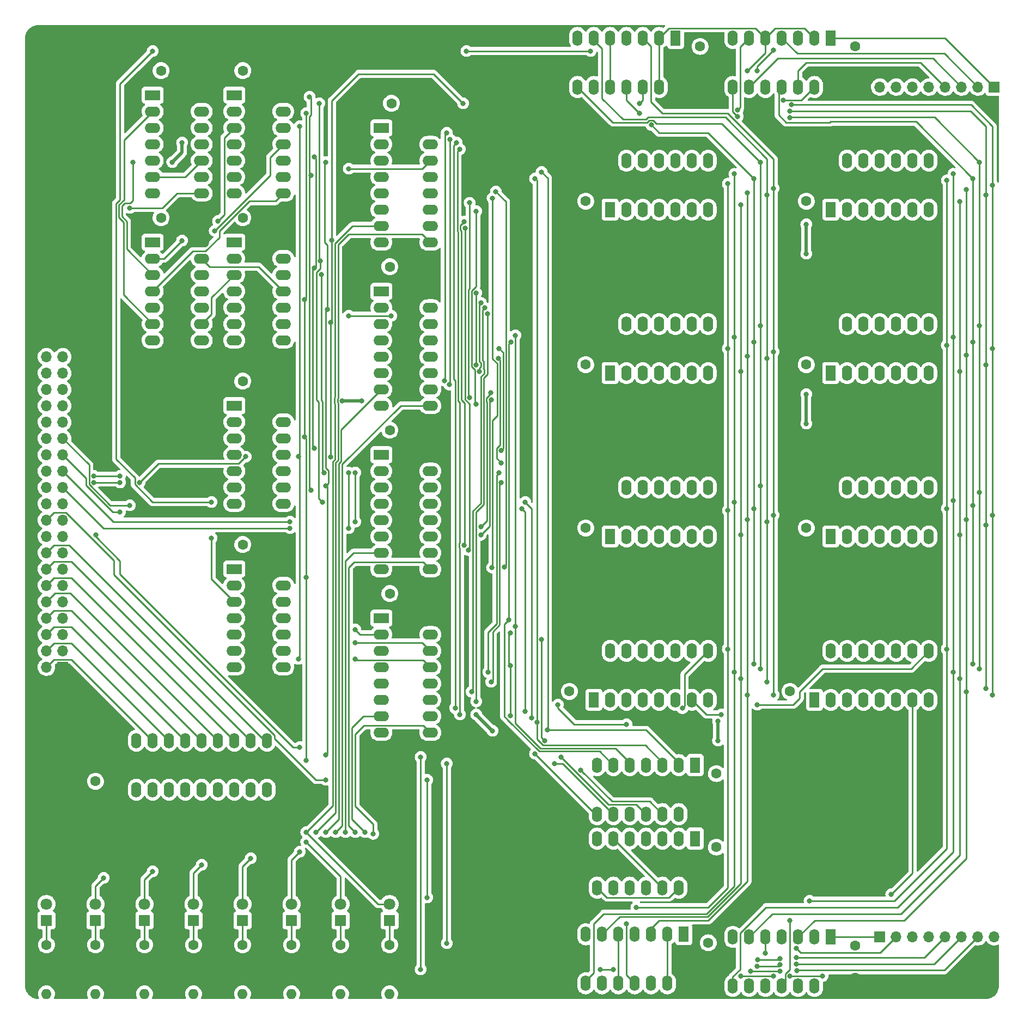
<source format=gbr>
%TF.GenerationSoftware,KiCad,Pcbnew,(6.0.1)*%
%TF.CreationDate,2022-07-04T18:26:58+02:00*%
%TF.ProjectId,ALU,414c552e-6b69-4636-9164-5f7063625858,rev?*%
%TF.SameCoordinates,Original*%
%TF.FileFunction,Copper,L1,Top*%
%TF.FilePolarity,Positive*%
%FSLAX46Y46*%
G04 Gerber Fmt 4.6, Leading zero omitted, Abs format (unit mm)*
G04 Created by KiCad (PCBNEW (6.0.1)) date 2022-07-04 18:26:58*
%MOMM*%
%LPD*%
G01*
G04 APERTURE LIST*
%TA.AperFunction,ComponentPad*%
%ADD10R,1.600000X2.400000*%
%TD*%
%TA.AperFunction,ComponentPad*%
%ADD11O,1.600000X2.400000*%
%TD*%
%TA.AperFunction,ComponentPad*%
%ADD12R,2.400000X1.600000*%
%TD*%
%TA.AperFunction,ComponentPad*%
%ADD13O,2.400000X1.600000*%
%TD*%
%TA.AperFunction,ComponentPad*%
%ADD14R,1.800000X1.800000*%
%TD*%
%TA.AperFunction,ComponentPad*%
%ADD15C,1.800000*%
%TD*%
%TA.AperFunction,ComponentPad*%
%ADD16C,1.600000*%
%TD*%
%TA.AperFunction,ComponentPad*%
%ADD17O,1.600000X1.600000*%
%TD*%
%TA.AperFunction,ComponentPad*%
%ADD18R,1.700000X1.700000*%
%TD*%
%TA.AperFunction,ComponentPad*%
%ADD19O,1.700000X1.700000*%
%TD*%
%TA.AperFunction,ViaPad*%
%ADD20C,0.800000*%
%TD*%
%TA.AperFunction,Conductor*%
%ADD21C,0.500000*%
%TD*%
%TA.AperFunction,Conductor*%
%ADD22C,0.250000*%
%TD*%
G04 APERTURE END LIST*
D10*
%TO.P,U20,1*%
%TO.N,Net-(U20-Pad1)*%
X130053000Y-140955000D03*
D11*
%TO.P,U20,2*%
%TO.N,/SUM_0*%
X127513000Y-140955000D03*
%TO.P,U20,3*%
%TO.N,/SUM_1*%
X124973000Y-140955000D03*
%TO.P,U20,4*%
%TO.N,Net-(U20-Pad4)*%
X122433000Y-140955000D03*
%TO.P,U20,5*%
%TO.N,/SUM_2*%
X119893000Y-140955000D03*
%TO.P,U20,6*%
%TO.N,/SUM_3*%
X117353000Y-140955000D03*
%TO.P,U20,7,GND*%
%TO.N,/GND*%
X114813000Y-140955000D03*
%TO.P,U20,8*%
%TO.N,/SUM_4*%
X114813000Y-148575000D03*
%TO.P,U20,9*%
%TO.N,/SUM_5*%
X117353000Y-148575000D03*
%TO.P,U20,10*%
%TO.N,Net-(U20-Pad10)*%
X119893000Y-148575000D03*
%TO.P,U20,11*%
%TO.N,/SUM_6*%
X122433000Y-148575000D03*
%TO.P,U20,12*%
%TO.N,/NF*%
X124973000Y-148575000D03*
%TO.P,U20,13*%
%TO.N,Net-(U20-Pad13)*%
X127513000Y-148575000D03*
%TO.P,U20,14,VCC*%
%TO.N,/VCC*%
X130053000Y-148575000D03*
%TD*%
D10*
%TO.P,U10,1*%
%TO.N,/A_0*%
X151130000Y-105410000D03*
D11*
%TO.P,U10,2*%
%TO.N,/B_0*%
X153670000Y-105410000D03*
%TO.P,U10,3*%
%TO.N,/XOR_0*%
X156210000Y-105410000D03*
%TO.P,U10,4*%
%TO.N,/A_1*%
X158750000Y-105410000D03*
%TO.P,U10,5*%
%TO.N,/B_1*%
X161290000Y-105410000D03*
%TO.P,U10,6*%
%TO.N,/XOR_1*%
X163830000Y-105410000D03*
%TO.P,U10,7,GND*%
%TO.N,/GND*%
X166370000Y-105410000D03*
%TO.P,U10,8*%
%TO.N,/XOR_2*%
X166370000Y-97790000D03*
%TO.P,U10,9*%
%TO.N,/A_2*%
X163830000Y-97790000D03*
%TO.P,U10,10*%
%TO.N,/B_2*%
X161290000Y-97790000D03*
%TO.P,U10,11*%
%TO.N,/XOR_3*%
X158750000Y-97790000D03*
%TO.P,U10,12*%
%TO.N,/A_3*%
X156210000Y-97790000D03*
%TO.P,U10,13*%
%TO.N,/B_3*%
X153670000Y-97790000D03*
%TO.P,U10,14,VCC*%
%TO.N,/VCC*%
X151130000Y-97790000D03*
%TD*%
D12*
%TO.P,U22,1*%
%TO.N,/A_7_IN*%
X58405000Y-59685000D03*
D13*
%TO.P,U22,2*%
%TO.N,/~{B_7_IN}*%
X58405000Y-62225000D03*
%TO.P,U22,3*%
%TO.N,Net-(U22-Pad3)*%
X58405000Y-64765000D03*
%TO.P,U22,4*%
%TO.N,/~{SUM_7}*%
X58405000Y-67305000D03*
%TO.P,U22,5*%
%TO.N,/ALU3*%
X58405000Y-69845000D03*
%TO.P,U22,6*%
%TO.N,Net-(U22-Pad6)*%
X58405000Y-72385000D03*
%TO.P,U22,7,GND*%
%TO.N,/GND*%
X58405000Y-74925000D03*
%TO.P,U22,8*%
%TO.N,Net-(U22-Pad8)*%
X66025000Y-74925000D03*
%TO.P,U22,9*%
%TO.N,/A_7_IN*%
X66025000Y-72385000D03*
%TO.P,U22,10*%
%TO.N,/B_7_IN*%
X66025000Y-69845000D03*
%TO.P,U22,11*%
%TO.N,Net-(U22-Pad11)*%
X66025000Y-67305000D03*
%TO.P,U22,12*%
%TO.N,/~{SUM_7}*%
X66025000Y-64765000D03*
%TO.P,U22,13*%
%TO.N,/~{ALU3}*%
X66025000Y-62225000D03*
%TO.P,U22,14,VCC*%
%TO.N,/VCC*%
X66025000Y-59685000D03*
%TD*%
D14*
%TO.P,D7,1,K*%
%TO.N,Net-(D7-Pad1)*%
X36830000Y-165100000D03*
D15*
%TO.P,D7,2,A*%
%TO.N,/RESULT_6*%
X36830000Y-162560000D03*
%TD*%
D10*
%TO.P,U15,1,S2*%
%TO.N,/SUM_5*%
X114300000Y-130810000D03*
D11*
%TO.P,U15,2,B2*%
%TO.N,/B_5*%
X116840000Y-130810000D03*
%TO.P,U15,3,A2*%
%TO.N,/A_5*%
X119380000Y-130810000D03*
%TO.P,U15,4,S1*%
%TO.N,/SUM_4*%
X121920000Y-130810000D03*
%TO.P,U15,5,A1*%
%TO.N,/A_4*%
X124460000Y-130810000D03*
%TO.P,U15,6,B1*%
%TO.N,/B_4*%
X127000000Y-130810000D03*
%TO.P,U15,7,C0*%
%TO.N,Net-(U11-Pad9)*%
X129540000Y-130810000D03*
%TO.P,U15,8,GND*%
%TO.N,/GND*%
X132080000Y-130810000D03*
%TO.P,U15,9,C4*%
%TO.N,/CF*%
X132080000Y-123190000D03*
%TO.P,U15,10,S4*%
%TO.N,/NF*%
X129540000Y-123190000D03*
%TO.P,U15,11,B4*%
%TO.N,/B_7*%
X127000000Y-123190000D03*
%TO.P,U15,12,A4*%
%TO.N,/A_7*%
X124460000Y-123190000D03*
%TO.P,U15,13,S3*%
%TO.N,/SUM_6*%
X121920000Y-123190000D03*
%TO.P,U15,14,A3*%
%TO.N,/A_6*%
X119380000Y-123190000D03*
%TO.P,U15,15,B3*%
%TO.N,/B_6*%
X116840000Y-123190000D03*
%TO.P,U15,16,VCC*%
%TO.N,/VCC*%
X114300000Y-123190000D03*
%TD*%
D14*
%TO.P,D1,1,K*%
%TO.N,Net-(D1-Pad1)*%
X82550000Y-165100000D03*
D15*
%TO.P,D1,2,A*%
%TO.N,/RESULT_0*%
X82550000Y-162560000D03*
%TD*%
D16*
%TO.P,C3,1*%
%TO.N,/VCC*%
X154940000Y-34250000D03*
%TO.P,C3,2*%
%TO.N,/GND*%
X154940000Y-29250000D03*
%TD*%
D10*
%TO.P,U1,1*%
%TO.N,/B_0_IN*%
X151135000Y-167665000D03*
D11*
%TO.P,U1,2*%
%TO.N,/ALU3*%
X148595000Y-167665000D03*
%TO.P,U1,3*%
%TO.N,/B_0*%
X146055000Y-167665000D03*
%TO.P,U1,4*%
%TO.N,/B_1_IN*%
X143515000Y-167665000D03*
%TO.P,U1,5*%
%TO.N,/ALU3*%
X140975000Y-167665000D03*
%TO.P,U1,6*%
%TO.N,/B_1*%
X138435000Y-167665000D03*
%TO.P,U1,7,GND*%
%TO.N,/GND*%
X135895000Y-167665000D03*
%TO.P,U1,8*%
%TO.N,/B_2*%
X135895000Y-175285000D03*
%TO.P,U1,9*%
%TO.N,/B_2_IN*%
X138435000Y-175285000D03*
%TO.P,U1,10*%
%TO.N,/ALU3*%
X140975000Y-175285000D03*
%TO.P,U1,11*%
%TO.N,/B_3*%
X143515000Y-175285000D03*
%TO.P,U1,12*%
%TO.N,/B_3_IN*%
X146055000Y-175285000D03*
%TO.P,U1,13*%
%TO.N,/ALU3*%
X148595000Y-175285000D03*
%TO.P,U1,14,VCC*%
%TO.N,/VCC*%
X151135000Y-175285000D03*
%TD*%
D16*
%TO.P,C14,1*%
%TO.N,/VCC*%
X113030000Y-99100000D03*
%TO.P,C14,2*%
%TO.N,/GND*%
X113030000Y-104100000D03*
%TD*%
%TO.P,R2,1*%
%TO.N,Net-(D2-Pad1)*%
X74930000Y-168910000D03*
D17*
%TO.P,R2,2*%
%TO.N,/GND*%
X74930000Y-176530000D03*
%TD*%
D14*
%TO.P,D4,1,K*%
%TO.N,Net-(D4-Pad1)*%
X59690000Y-165100000D03*
D15*
%TO.P,D4,2,A*%
%TO.N,/RESULT_3*%
X59690000Y-162560000D03*
%TD*%
D16*
%TO.P,R4,1*%
%TO.N,Net-(D4-Pad1)*%
X59690000Y-168910000D03*
D17*
%TO.P,R4,2*%
%TO.N,/GND*%
X59690000Y-176530000D03*
%TD*%
D10*
%TO.P,U25,1,A->B*%
%TO.N,/VCC*%
X40640000Y-144780000D03*
D11*
%TO.P,U25,2,A0*%
%TO.N,/RESULT_0*%
X43180000Y-144780000D03*
%TO.P,U25,3,A1*%
%TO.N,/RESULT_1*%
X45720000Y-144780000D03*
%TO.P,U25,4,A2*%
%TO.N,/RESULT_2*%
X48260000Y-144780000D03*
%TO.P,U25,5,A3*%
%TO.N,/RESULT_3*%
X50800000Y-144780000D03*
%TO.P,U25,6,A4*%
%TO.N,/RESULT_4*%
X53340000Y-144780000D03*
%TO.P,U25,7,A5*%
%TO.N,/RESULT_5*%
X55880000Y-144780000D03*
%TO.P,U25,8,A6*%
%TO.N,/RESULT_6*%
X58420000Y-144780000D03*
%TO.P,U25,9,A7*%
%TO.N,/RESULT_7*%
X60960000Y-144780000D03*
%TO.P,U25,10,GND*%
%TO.N,/GND*%
X63500000Y-144780000D03*
%TO.P,U25,11,B7*%
%TO.N,/BUS_7*%
X63500000Y-137160000D03*
%TO.P,U25,12,B6*%
%TO.N,/BUS_6*%
X60960000Y-137160000D03*
%TO.P,U25,13,B5*%
%TO.N,/BUS_5*%
X58420000Y-137160000D03*
%TO.P,U25,14,B4*%
%TO.N,/BUS_4*%
X55880000Y-137160000D03*
%TO.P,U25,15,B3*%
%TO.N,/BUS_3*%
X53340000Y-137160000D03*
%TO.P,U25,16,B2*%
%TO.N,/BUS_2*%
X50800000Y-137160000D03*
%TO.P,U25,17,B1*%
%TO.N,/BUS_1*%
X48260000Y-137160000D03*
%TO.P,U25,18,B0*%
%TO.N,/BUS_0*%
X45720000Y-137160000D03*
%TO.P,U25,19,CE*%
%TO.N,/~{ALUOUT}*%
X43180000Y-137160000D03*
%TO.P,U25,20,VCC*%
%TO.N,/VCC*%
X40640000Y-137160000D03*
%TD*%
D16*
%TO.P,C1,1*%
%TO.N,/VCC*%
X154940000Y-173990000D03*
%TO.P,C1,2*%
%TO.N,/GND*%
X154940000Y-168990000D03*
%TD*%
D12*
%TO.P,U24,1*%
%TO.N,Net-(U23-Pad3)*%
X45720000Y-36830000D03*
D13*
%TO.P,U24,2*%
%TO.N,Net-(U23-Pad6)*%
X45720000Y-39370000D03*
%TO.P,U24,3*%
%TO.N,Net-(U24-Pad3)*%
X45720000Y-41910000D03*
%TO.P,U24,4*%
%TO.N,Net-(U23-Pad8)*%
X45720000Y-44450000D03*
%TO.P,U24,5*%
%TO.N,Net-(U23-Pad11)*%
X45720000Y-46990000D03*
%TO.P,U24,6*%
%TO.N,Net-(U24-Pad10)*%
X45720000Y-49530000D03*
%TO.P,U24,7,GND*%
%TO.N,/GND*%
X45720000Y-52070000D03*
%TO.P,U24,8*%
%TO.N,/OF*%
X53340000Y-52070000D03*
%TO.P,U24,9*%
%TO.N,Net-(U24-Pad3)*%
X53340000Y-49530000D03*
%TO.P,U24,10*%
%TO.N,Net-(U24-Pad10)*%
X53340000Y-46990000D03*
%TO.P,U24,11*%
%TO.N,unconnected-(U24-Pad11)*%
X53340000Y-44450000D03*
%TO.P,U24,12*%
%TO.N,/GND*%
X53340000Y-41910000D03*
%TO.P,U24,13*%
X53340000Y-39370000D03*
%TO.P,U24,14,VCC*%
%TO.N,/VCC*%
X53340000Y-36830000D03*
%TD*%
D16*
%TO.P,C18,1*%
%TO.N,/VCC*%
X87590000Y-88900000D03*
%TO.P,C18,2*%
%TO.N,/GND*%
X82590000Y-88900000D03*
%TD*%
%TO.P,C9,1*%
%TO.N,/VCC*%
X147320000Y-73700000D03*
%TO.P,C9,2*%
%TO.N,/GND*%
X147320000Y-78700000D03*
%TD*%
%TO.P,C19,1*%
%TO.N,/VCC*%
X87590000Y-114300000D03*
%TO.P,C19,2*%
%TO.N,/GND*%
X82590000Y-114300000D03*
%TD*%
D10*
%TO.P,U8,1*%
%TO.N,/A_0*%
X151130000Y-54610000D03*
D11*
%TO.P,U8,2*%
%TO.N,/B_0*%
X153670000Y-54610000D03*
%TO.P,U8,3*%
%TO.N,/AND_0*%
X156210000Y-54610000D03*
%TO.P,U8,4*%
%TO.N,/A_1*%
X158750000Y-54610000D03*
%TO.P,U8,5*%
%TO.N,/B_1*%
X161290000Y-54610000D03*
%TO.P,U8,6*%
%TO.N,/AND_1*%
X163830000Y-54610000D03*
%TO.P,U8,7,GND*%
%TO.N,/GND*%
X166370000Y-54610000D03*
%TO.P,U8,8*%
%TO.N,/AND_2*%
X166370000Y-46990000D03*
%TO.P,U8,9*%
%TO.N,/A_2*%
X163830000Y-46990000D03*
%TO.P,U8,10*%
%TO.N,/B_2*%
X161290000Y-46990000D03*
%TO.P,U8,11*%
%TO.N,/AND_3*%
X158750000Y-46990000D03*
%TO.P,U8,12*%
%TO.N,/A_3*%
X156210000Y-46990000D03*
%TO.P,U8,13*%
%TO.N,/B_3*%
X153670000Y-46990000D03*
%TO.P,U8,14,VCC*%
%TO.N,/VCC*%
X151130000Y-46990000D03*
%TD*%
D16*
%TO.P,C2,1*%
%TO.N,/VCC*%
X132080000Y-173588000D03*
%TO.P,C2,2*%
%TO.N,/GND*%
X132080000Y-168588000D03*
%TD*%
D10*
%TO.P,U13,1*%
%TO.N,/A_4*%
X116835000Y-80025000D03*
D11*
%TO.P,U13,2*%
%TO.N,/B_4*%
X119375000Y-80025000D03*
%TO.P,U13,3*%
%TO.N,/OR_4*%
X121915000Y-80025000D03*
%TO.P,U13,4*%
%TO.N,/A_5*%
X124455000Y-80025000D03*
%TO.P,U13,5*%
%TO.N,/B_5*%
X126995000Y-80025000D03*
%TO.P,U13,6*%
%TO.N,/OR_5*%
X129535000Y-80025000D03*
%TO.P,U13,7,GND*%
%TO.N,/GND*%
X132075000Y-80025000D03*
%TO.P,U13,8*%
%TO.N,/OR_6*%
X132075000Y-72405000D03*
%TO.P,U13,9*%
%TO.N,/A_6*%
X129535000Y-72405000D03*
%TO.P,U13,10*%
%TO.N,/B_6*%
X126995000Y-72405000D03*
%TO.P,U13,11*%
%TO.N,/OR_7*%
X124455000Y-72405000D03*
%TO.P,U13,12*%
%TO.N,/A_7*%
X121915000Y-72405000D03*
%TO.P,U13,13*%
%TO.N,/B_7*%
X119375000Y-72405000D03*
%TO.P,U13,14,VCC*%
%TO.N,/VCC*%
X116835000Y-72405000D03*
%TD*%
D16*
%TO.P,C4,1*%
%TO.N,/VCC*%
X130810000Y-34250000D03*
%TO.P,C4,2*%
%TO.N,/GND*%
X130810000Y-29250000D03*
%TD*%
%TO.P,C12,1*%
%TO.N,/VCC*%
X113030000Y-48300000D03*
%TO.P,C12,2*%
%TO.N,/GND*%
X113030000Y-53300000D03*
%TD*%
D10*
%TO.P,U6,1*%
%TO.N,/GND*%
X130053000Y-152385000D03*
D11*
%TO.P,U6,2*%
X127513000Y-152385000D03*
%TO.P,U6,3*%
%TO.N,unconnected-(U6-Pad3)*%
X124973000Y-152385000D03*
%TO.P,U6,4*%
%TO.N,Net-(U20-Pad1)*%
X122433000Y-152385000D03*
%TO.P,U6,5*%
%TO.N,Net-(U20-Pad4)*%
X119893000Y-152385000D03*
%TO.P,U6,6*%
%TO.N,Net-(U6-Pad12)*%
X117353000Y-152385000D03*
%TO.P,U6,7,GND*%
%TO.N,/GND*%
X114813000Y-152385000D03*
%TO.P,U6,8*%
%TO.N,Net-(U6-Pad13)*%
X114813000Y-160005000D03*
%TO.P,U6,9*%
%TO.N,Net-(U20-Pad10)*%
X117353000Y-160005000D03*
%TO.P,U6,10*%
%TO.N,Net-(U20-Pad13)*%
X119893000Y-160005000D03*
%TO.P,U6,11*%
%TO.N,/ZF*%
X122433000Y-160005000D03*
%TO.P,U6,12*%
%TO.N,Net-(U6-Pad12)*%
X124973000Y-160005000D03*
%TO.P,U6,13*%
%TO.N,Net-(U6-Pad13)*%
X127513000Y-160005000D03*
%TO.P,U6,14,VCC*%
%TO.N,/VCC*%
X130053000Y-160005000D03*
%TD*%
D12*
%TO.P,U17,1,Ea*%
%TO.N,/GND*%
X81265000Y-67325000D03*
D13*
%TO.P,U17,2,S1*%
%TO.N,/ALU1*%
X81265000Y-69865000D03*
%TO.P,U17,3,I3a*%
%TO.N,/SUM_2*%
X81265000Y-72405000D03*
%TO.P,U17,4,I2a*%
%TO.N,/XOR_2*%
X81265000Y-74945000D03*
%TO.P,U17,5,I1a*%
%TO.N,/OR_2*%
X81265000Y-77485000D03*
%TO.P,U17,6,I0a*%
%TO.N,/AND_2*%
X81265000Y-80025000D03*
%TO.P,U17,7,Za*%
%TO.N,/RESULT_2*%
X81265000Y-82565000D03*
%TO.P,U17,8,GND*%
%TO.N,/GND*%
X81265000Y-85105000D03*
%TO.P,U17,9,Zb*%
%TO.N,/RESULT_3*%
X88885000Y-85105000D03*
%TO.P,U17,10,I0b*%
%TO.N,/AND_3*%
X88885000Y-82565000D03*
%TO.P,U17,11,I1b*%
%TO.N,/OR_3*%
X88885000Y-80025000D03*
%TO.P,U17,12,I2b*%
%TO.N,/XOR_3*%
X88885000Y-77485000D03*
%TO.P,U17,13,I3b*%
%TO.N,/SUM_3*%
X88885000Y-74945000D03*
%TO.P,U17,14,S0*%
%TO.N,/ALU0*%
X88885000Y-72405000D03*
%TO.P,U17,15,Eb*%
%TO.N,/GND*%
X88885000Y-69865000D03*
%TO.P,U17,16,VCC*%
%TO.N,/VCC*%
X88885000Y-67325000D03*
%TD*%
D16*
%TO.P,C22,1*%
%TO.N,/VCC*%
X64730000Y-55880000D03*
%TO.P,C22,2*%
%TO.N,/GND*%
X59730000Y-55880000D03*
%TD*%
%TO.P,C7,1*%
%TO.N,/VCC*%
X64730000Y-106680000D03*
%TO.P,C7,2*%
%TO.N,/GND*%
X59730000Y-106680000D03*
%TD*%
%TO.P,C16,1*%
%TO.N,/VCC*%
X87844000Y-38100000D03*
%TO.P,C16,2*%
%TO.N,/GND*%
X82844000Y-38100000D03*
%TD*%
D10*
%TO.P,U4,1*%
%TO.N,/A_4_IN*%
X127005000Y-27925000D03*
D11*
%TO.P,U4,2*%
%TO.N,/EN_A*%
X124465000Y-27925000D03*
%TO.P,U4,3*%
%TO.N,/A_4*%
X121925000Y-27925000D03*
%TO.P,U4,4*%
%TO.N,/A_5_IN*%
X119385000Y-27925000D03*
%TO.P,U4,5*%
%TO.N,/EN_A*%
X116845000Y-27925000D03*
%TO.P,U4,6*%
%TO.N,/A_5*%
X114305000Y-27925000D03*
%TO.P,U4,7,GND*%
%TO.N,/GND*%
X111765000Y-27925000D03*
%TO.P,U4,8*%
%TO.N,/A_6*%
X111765000Y-35545000D03*
%TO.P,U4,9*%
%TO.N,/A_6_IN*%
X114305000Y-35545000D03*
%TO.P,U4,10*%
%TO.N,/EN_A*%
X116845000Y-35545000D03*
%TO.P,U4,11*%
%TO.N,/A_7*%
X119385000Y-35545000D03*
%TO.P,U4,12*%
%TO.N,/A_7_IN*%
X121925000Y-35545000D03*
%TO.P,U4,13*%
%TO.N,/EN_A*%
X124465000Y-35545000D03*
%TO.P,U4,14,VCC*%
%TO.N,/VCC*%
X127005000Y-35545000D03*
%TD*%
D14*
%TO.P,D8,1,K*%
%TO.N,Net-(D8-Pad1)*%
X29210000Y-165100000D03*
D15*
%TO.P,D8,2,A*%
%TO.N,/RESULT_7*%
X29210000Y-162560000D03*
%TD*%
D12*
%TO.P,U18,1,Ea*%
%TO.N,/GND*%
X81265000Y-92725000D03*
D13*
%TO.P,U18,2,S1*%
%TO.N,/ALU1*%
X81265000Y-95265000D03*
%TO.P,U18,3,I3a*%
%TO.N,/SUM_4*%
X81265000Y-97805000D03*
%TO.P,U18,4,I2a*%
%TO.N,/XOR_4*%
X81265000Y-100345000D03*
%TO.P,U18,5,I1a*%
%TO.N,/OR_4*%
X81265000Y-102885000D03*
%TO.P,U18,6,I0a*%
%TO.N,/AND_4*%
X81265000Y-105425000D03*
%TO.P,U18,7,Za*%
%TO.N,/RESULT_4*%
X81265000Y-107965000D03*
%TO.P,U18,8,GND*%
%TO.N,/GND*%
X81265000Y-110505000D03*
%TO.P,U18,9,Zb*%
%TO.N,/RESULT_5*%
X88885000Y-110505000D03*
%TO.P,U18,10,I0b*%
%TO.N,/AND_5*%
X88885000Y-107965000D03*
%TO.P,U18,11,I1b*%
%TO.N,/OR_5*%
X88885000Y-105425000D03*
%TO.P,U18,12,I2b*%
%TO.N,/XOR_5*%
X88885000Y-102885000D03*
%TO.P,U18,13,I3b*%
%TO.N,/SUM_5*%
X88885000Y-100345000D03*
%TO.P,U18,14,S0*%
%TO.N,/ALU0*%
X88885000Y-97805000D03*
%TO.P,U18,15,Eb*%
%TO.N,/GND*%
X88885000Y-95265000D03*
%TO.P,U18,16,VCC*%
%TO.N,/VCC*%
X88885000Y-92725000D03*
%TD*%
D12*
%TO.P,U21,1*%
%TO.N,/~{A_7_IN}*%
X58405000Y-36825000D03*
D13*
%TO.P,U21,2*%
%TO.N,/~{B_7_IN}*%
X58405000Y-39365000D03*
%TO.P,U21,3*%
%TO.N,Net-(U21-Pad3)*%
X58405000Y-41905000D03*
%TO.P,U21,4*%
%TO.N,/NF*%
X58405000Y-44445000D03*
%TO.P,U21,5*%
%TO.N,/~{ALU3}*%
X58405000Y-46985000D03*
%TO.P,U21,6*%
%TO.N,Net-(U21-Pad6)*%
X58405000Y-49525000D03*
%TO.P,U21,7,GND*%
%TO.N,/GND*%
X58405000Y-52065000D03*
%TO.P,U21,8*%
%TO.N,Net-(U21-Pad8)*%
X66025000Y-52065000D03*
%TO.P,U21,9*%
%TO.N,/~{A_7_IN}*%
X66025000Y-49525000D03*
%TO.P,U21,10*%
%TO.N,/B_7_IN*%
X66025000Y-46985000D03*
%TO.P,U21,11*%
%TO.N,Net-(U21-Pad11)*%
X66025000Y-44445000D03*
%TO.P,U21,12*%
%TO.N,/NF*%
X66025000Y-41905000D03*
%TO.P,U21,13*%
%TO.N,/ALU3*%
X66025000Y-39365000D03*
%TO.P,U21,14,VCC*%
%TO.N,/VCC*%
X66025000Y-36825000D03*
%TD*%
D16*
%TO.P,C8,1*%
%TO.N,/VCC*%
X147320000Y-48300000D03*
%TO.P,C8,2*%
%TO.N,/GND*%
X147320000Y-53300000D03*
%TD*%
D12*
%TO.P,U16,1,Ea*%
%TO.N,/GND*%
X81265000Y-41925000D03*
D13*
%TO.P,U16,2,S1*%
%TO.N,/ALU1*%
X81265000Y-44465000D03*
%TO.P,U16,3,I3a*%
%TO.N,/SUM_0*%
X81265000Y-47005000D03*
%TO.P,U16,4,I2a*%
%TO.N,/XOR_0*%
X81265000Y-49545000D03*
%TO.P,U16,5,I1a*%
%TO.N,/OR_0*%
X81265000Y-52085000D03*
%TO.P,U16,6,I0a*%
%TO.N,/AND_0*%
X81265000Y-54625000D03*
%TO.P,U16,7,Za*%
%TO.N,/RESULT_0*%
X81265000Y-57165000D03*
%TO.P,U16,8,GND*%
%TO.N,/GND*%
X81265000Y-59705000D03*
%TO.P,U16,9,Zb*%
%TO.N,/RESULT_1*%
X88885000Y-59705000D03*
%TO.P,U16,10,I0b*%
%TO.N,/AND_1*%
X88885000Y-57165000D03*
%TO.P,U16,11,I1b*%
%TO.N,/OR_1*%
X88885000Y-54625000D03*
%TO.P,U16,12,I2b*%
%TO.N,/XOR_1*%
X88885000Y-52085000D03*
%TO.P,U16,13,I3b*%
%TO.N,/SUM_1*%
X88885000Y-49545000D03*
%TO.P,U16,14,S0*%
%TO.N,/ALU0*%
X88885000Y-47005000D03*
%TO.P,U16,15,Eb*%
%TO.N,/GND*%
X88885000Y-44465000D03*
%TO.P,U16,16,VCC*%
%TO.N,/VCC*%
X88885000Y-41925000D03*
%TD*%
D18*
%TO.P,J1,1,Pin_1*%
%TO.N,/VCC*%
X31750000Y-125730000D03*
D19*
%TO.P,J1,2,Pin_2*%
%TO.N,/BUS_0*%
X29210000Y-125730000D03*
%TO.P,J1,3,Pin_3*%
%TO.N,unconnected-(J1-Pad3)*%
X31750000Y-123190000D03*
%TO.P,J1,4,Pin_4*%
%TO.N,/BUS_1*%
X29210000Y-123190000D03*
%TO.P,J1,5,Pin_5*%
%TO.N,unconnected-(J1-Pad5)*%
X31750000Y-120650000D03*
%TO.P,J1,6,Pin_6*%
%TO.N,/BUS_2*%
X29210000Y-120650000D03*
%TO.P,J1,7,Pin_7*%
%TO.N,unconnected-(J1-Pad7)*%
X31750000Y-118110000D03*
%TO.P,J1,8,Pin_8*%
%TO.N,/BUS_3*%
X29210000Y-118110000D03*
%TO.P,J1,9,Pin_9*%
%TO.N,unconnected-(J1-Pad9)*%
X31750000Y-115570000D03*
%TO.P,J1,10,Pin_10*%
%TO.N,/BUS_4*%
X29210000Y-115570000D03*
%TO.P,J1,11,Pin_11*%
%TO.N,unconnected-(J1-Pad11)*%
X31750000Y-113030000D03*
%TO.P,J1,12,Pin_12*%
%TO.N,/BUS_5*%
X29210000Y-113030000D03*
%TO.P,J1,13,Pin_13*%
%TO.N,unconnected-(J1-Pad13)*%
X31750000Y-110490000D03*
%TO.P,J1,14,Pin_14*%
%TO.N,/BUS_6*%
X29210000Y-110490000D03*
%TO.P,J1,15,Pin_15*%
%TO.N,unconnected-(J1-Pad15)*%
X31750000Y-107950000D03*
%TO.P,J1,16,Pin_16*%
%TO.N,/BUS_7*%
X29210000Y-107950000D03*
%TO.P,J1,17,Pin_17*%
%TO.N,unconnected-(J1-Pad17)*%
X31750000Y-105410000D03*
%TO.P,J1,18,Pin_18*%
%TO.N,/CF*%
X29210000Y-105410000D03*
%TO.P,J1,19,Pin_19*%
%TO.N,unconnected-(J1-Pad19)*%
X31750000Y-102870000D03*
%TO.P,J1,20,Pin_20*%
%TO.N,/ZF*%
X29210000Y-102870000D03*
%TO.P,J1,21,Pin_21*%
%TO.N,unconnected-(J1-Pad21)*%
X31750000Y-100330000D03*
%TO.P,J1,22,Pin_22*%
%TO.N,/NF*%
X29210000Y-100330000D03*
%TO.P,J1,23,Pin_23*%
%TO.N,/ALU0*%
X31750000Y-97790000D03*
%TO.P,J1,24,Pin_24*%
%TO.N,/OF*%
X29210000Y-97790000D03*
%TO.P,J1,25,Pin_25*%
%TO.N,/ALU1*%
X31750000Y-95250000D03*
%TO.P,J1,26,Pin_26*%
%TO.N,unconnected-(J1-Pad26)*%
X29210000Y-95250000D03*
%TO.P,J1,27,Pin_27*%
%TO.N,/ALU2*%
X31750000Y-92710000D03*
%TO.P,J1,28,Pin_28*%
%TO.N,unconnected-(J1-Pad28)*%
X29210000Y-92710000D03*
%TO.P,J1,29,Pin_29*%
%TO.N,/ALU3*%
X31750000Y-90170000D03*
%TO.P,J1,30,Pin_30*%
%TO.N,unconnected-(J1-Pad30)*%
X29210000Y-90170000D03*
%TO.P,J1,31,Pin_31*%
%TO.N,/~{ALUOUT}*%
X31750000Y-87630000D03*
%TO.P,J1,32,Pin_32*%
%TO.N,unconnected-(J1-Pad32)*%
X29210000Y-87630000D03*
%TO.P,J1,33,Pin_33*%
%TO.N,unconnected-(J1-Pad33)*%
X31750000Y-85090000D03*
%TO.P,J1,34,Pin_34*%
%TO.N,unconnected-(J1-Pad34)*%
X29210000Y-85090000D03*
%TO.P,J1,35,Pin_35*%
%TO.N,unconnected-(J1-Pad35)*%
X31750000Y-82550000D03*
%TO.P,J1,36,Pin_36*%
%TO.N,unconnected-(J1-Pad36)*%
X29210000Y-82550000D03*
%TO.P,J1,37,Pin_37*%
%TO.N,unconnected-(J1-Pad37)*%
X31750000Y-80010000D03*
%TO.P,J1,38,Pin_38*%
%TO.N,unconnected-(J1-Pad38)*%
X29210000Y-80010000D03*
%TO.P,J1,39,Pin_39*%
%TO.N,/GND*%
X31750000Y-77470000D03*
%TO.P,J1,40,Pin_40*%
%TO.N,unconnected-(J1-Pad40)*%
X29210000Y-77470000D03*
%TD*%
D16*
%TO.P,C25,1*%
%TO.N,/VCC*%
X36830000Y-138470000D03*
%TO.P,C25,2*%
%TO.N,/GND*%
X36830000Y-143470000D03*
%TD*%
%TO.P,C15,1*%
%TO.N,/VCC*%
X110490000Y-124500000D03*
%TO.P,C15,2*%
%TO.N,/GND*%
X110490000Y-129500000D03*
%TD*%
%TO.P,R7,1*%
%TO.N,Net-(D7-Pad1)*%
X36830000Y-168910000D03*
D17*
%TO.P,R7,2*%
%TO.N,/GND*%
X36830000Y-176530000D03*
%TD*%
D14*
%TO.P,D6,1,K*%
%TO.N,Net-(D6-Pad1)*%
X44450000Y-165100000D03*
D15*
%TO.P,D6,2,A*%
%TO.N,/RESULT_5*%
X44450000Y-162560000D03*
%TD*%
D16*
%TO.P,C21,1*%
%TO.N,/VCC*%
X64730000Y-33020000D03*
%TO.P,C21,2*%
%TO.N,/GND*%
X59730000Y-33020000D03*
%TD*%
%TO.P,C10,1*%
%TO.N,/VCC*%
X147320000Y-99100000D03*
%TO.P,C10,2*%
%TO.N,/GND*%
X147320000Y-104100000D03*
%TD*%
%TO.P,C20,1*%
%TO.N,/VCC*%
X133350000Y-147280000D03*
%TO.P,C20,2*%
%TO.N,/GND*%
X133350000Y-142280000D03*
%TD*%
%TO.P,C17,1*%
%TO.N,/VCC*%
X87575000Y-63500000D03*
%TO.P,C17,2*%
%TO.N,/GND*%
X82575000Y-63500000D03*
%TD*%
%TO.P,R1,1*%
%TO.N,Net-(D1-Pad1)*%
X82550000Y-168910000D03*
D17*
%TO.P,R1,2*%
%TO.N,/GND*%
X82550000Y-176530000D03*
%TD*%
D16*
%TO.P,R8,1*%
%TO.N,Net-(D8-Pad1)*%
X29210000Y-168910000D03*
D17*
%TO.P,R8,2*%
%TO.N,/GND*%
X29210000Y-176530000D03*
%TD*%
D12*
%TO.P,U19,1,Ea*%
%TO.N,/GND*%
X81265000Y-118125000D03*
D13*
%TO.P,U19,2,S1*%
%TO.N,/ALU1*%
X81265000Y-120665000D03*
%TO.P,U19,3,I3a*%
%TO.N,/SUM_6*%
X81265000Y-123205000D03*
%TO.P,U19,4,I2a*%
%TO.N,/XOR_6*%
X81265000Y-125745000D03*
%TO.P,U19,5,I1a*%
%TO.N,/OR_6*%
X81265000Y-128285000D03*
%TO.P,U19,6,I0a*%
%TO.N,/AND_6*%
X81265000Y-130825000D03*
%TO.P,U19,7,Za*%
%TO.N,/RESULT_6*%
X81265000Y-133365000D03*
%TO.P,U19,8,GND*%
%TO.N,/GND*%
X81265000Y-135905000D03*
%TO.P,U19,9,Zb*%
%TO.N,/RESULT_7*%
X88885000Y-135905000D03*
%TO.P,U19,10,I0b*%
%TO.N,/AND_7*%
X88885000Y-133365000D03*
%TO.P,U19,11,I1b*%
%TO.N,/OR_7*%
X88885000Y-130825000D03*
%TO.P,U19,12,I2b*%
%TO.N,/XOR_7*%
X88885000Y-128285000D03*
%TO.P,U19,13,I3b*%
%TO.N,/NF*%
X88885000Y-125745000D03*
%TO.P,U19,14,S0*%
%TO.N,/ALU0*%
X88885000Y-123205000D03*
%TO.P,U19,15,Eb*%
%TO.N,/GND*%
X88885000Y-120665000D03*
%TO.P,U19,16,VCC*%
%TO.N,/VCC*%
X88885000Y-118125000D03*
%TD*%
D10*
%TO.P,U9,1*%
%TO.N,/A_0*%
X151125000Y-80025000D03*
D11*
%TO.P,U9,2*%
%TO.N,/B_0*%
X153665000Y-80025000D03*
%TO.P,U9,3*%
%TO.N,/OR_0*%
X156205000Y-80025000D03*
%TO.P,U9,4*%
%TO.N,/A_1*%
X158745000Y-80025000D03*
%TO.P,U9,5*%
%TO.N,/B_1*%
X161285000Y-80025000D03*
%TO.P,U9,6*%
%TO.N,/OR_1*%
X163825000Y-80025000D03*
%TO.P,U9,7,GND*%
%TO.N,/GND*%
X166365000Y-80025000D03*
%TO.P,U9,8*%
%TO.N,/OR_2*%
X166365000Y-72405000D03*
%TO.P,U9,9*%
%TO.N,/A_2*%
X163825000Y-72405000D03*
%TO.P,U9,10*%
%TO.N,/B_2*%
X161285000Y-72405000D03*
%TO.P,U9,11*%
%TO.N,/OR_3*%
X158745000Y-72405000D03*
%TO.P,U9,12*%
%TO.N,/A_3*%
X156205000Y-72405000D03*
%TO.P,U9,13*%
%TO.N,/B_3*%
X153665000Y-72405000D03*
%TO.P,U9,14,VCC*%
%TO.N,/VCC*%
X151125000Y-72405000D03*
%TD*%
D12*
%TO.P,U5,1*%
%TO.N,/GND*%
X58420000Y-85090000D03*
D13*
%TO.P,U5,2*%
%TO.N,unconnected-(U5-Pad2)*%
X58420000Y-87630000D03*
%TO.P,U5,3*%
%TO.N,/ALU3*%
X58420000Y-90170000D03*
%TO.P,U5,4*%
%TO.N,/~{ALU3}*%
X58420000Y-92710000D03*
%TO.P,U5,5*%
%TO.N,/A_7_IN*%
X58420000Y-95250000D03*
%TO.P,U5,6*%
%TO.N,/~{A_7_IN}*%
X58420000Y-97790000D03*
%TO.P,U5,7,GND*%
%TO.N,/GND*%
X58420000Y-100330000D03*
%TO.P,U5,8*%
%TO.N,/~{B_7_IN}*%
X66040000Y-100330000D03*
%TO.P,U5,9*%
%TO.N,/B_7_IN*%
X66040000Y-97790000D03*
%TO.P,U5,10*%
%TO.N,/~{SUM_7}*%
X66040000Y-95250000D03*
%TO.P,U5,11*%
%TO.N,/NF*%
X66040000Y-92710000D03*
%TO.P,U5,12*%
%TO.N,unconnected-(U5-Pad12)*%
X66040000Y-90170000D03*
%TO.P,U5,13*%
%TO.N,/GND*%
X66040000Y-87630000D03*
%TO.P,U5,14,VCC*%
%TO.N,/VCC*%
X66040000Y-85090000D03*
%TD*%
D16*
%TO.P,R5,1*%
%TO.N,Net-(D5-Pad1)*%
X52070000Y-168910000D03*
D17*
%TO.P,R5,2*%
%TO.N,/GND*%
X52070000Y-176530000D03*
%TD*%
D18*
%TO.P,J3,1,Pin_1*%
%TO.N,/B_0_IN*%
X158750000Y-167640000D03*
D19*
%TO.P,J3,2,Pin_2*%
%TO.N,/B_1_IN*%
X161290000Y-167640000D03*
%TO.P,J3,3,Pin_3*%
%TO.N,/B_2_IN*%
X163830000Y-167640000D03*
%TO.P,J3,4,Pin_4*%
%TO.N,/B_3_IN*%
X166370000Y-167640000D03*
%TO.P,J3,5,Pin_5*%
%TO.N,/B_4_IN*%
X168910000Y-167640000D03*
%TO.P,J3,6,Pin_6*%
%TO.N,/B_5_IN*%
X171450000Y-167640000D03*
%TO.P,J3,7,Pin_7*%
%TO.N,/B_6_IN*%
X173990000Y-167640000D03*
%TO.P,J3,8,Pin_8*%
%TO.N,/B_7_IN*%
X176530000Y-167640000D03*
%TD*%
D14*
%TO.P,D5,1,K*%
%TO.N,Net-(D5-Pad1)*%
X52070000Y-165100000D03*
D15*
%TO.P,D5,2,A*%
%TO.N,/RESULT_4*%
X52070000Y-162560000D03*
%TD*%
D12*
%TO.P,U23,1*%
%TO.N,Net-(U21-Pad3)*%
X45720000Y-59690000D03*
D13*
%TO.P,U23,2*%
%TO.N,Net-(U21-Pad6)*%
X45720000Y-62230000D03*
%TO.P,U23,3*%
%TO.N,Net-(U23-Pad3)*%
X45720000Y-64770000D03*
%TO.P,U23,4*%
%TO.N,Net-(U21-Pad8)*%
X45720000Y-67310000D03*
%TO.P,U23,5*%
%TO.N,Net-(U21-Pad11)*%
X45720000Y-69850000D03*
%TO.P,U23,6*%
%TO.N,Net-(U23-Pad6)*%
X45720000Y-72390000D03*
%TO.P,U23,7,GND*%
%TO.N,/GND*%
X45720000Y-74930000D03*
%TO.P,U23,8*%
%TO.N,Net-(U23-Pad8)*%
X53340000Y-74930000D03*
%TO.P,U23,9*%
%TO.N,Net-(U22-Pad3)*%
X53340000Y-72390000D03*
%TO.P,U23,10*%
%TO.N,Net-(U22-Pad6)*%
X53340000Y-69850000D03*
%TO.P,U23,11*%
%TO.N,Net-(U23-Pad11)*%
X53340000Y-67310000D03*
%TO.P,U23,12*%
%TO.N,Net-(U22-Pad8)*%
X53340000Y-64770000D03*
%TO.P,U23,13*%
%TO.N,Net-(U22-Pad11)*%
X53340000Y-62230000D03*
%TO.P,U23,14,VCC*%
%TO.N,/VCC*%
X53340000Y-59690000D03*
%TD*%
D18*
%TO.P,J2,1,Pin_1*%
%TO.N,/A_0_IN*%
X176530000Y-35560000D03*
D19*
%TO.P,J2,2,Pin_2*%
%TO.N,/A_1_IN*%
X173990000Y-35560000D03*
%TO.P,J2,3,Pin_3*%
%TO.N,/A_2_IN*%
X171450000Y-35560000D03*
%TO.P,J2,4,Pin_4*%
%TO.N,/A_3_IN*%
X168910000Y-35560000D03*
%TO.P,J2,5,Pin_5*%
%TO.N,/A_4_IN*%
X166370000Y-35560000D03*
%TO.P,J2,6,Pin_6*%
%TO.N,/A_5_IN*%
X163830000Y-35560000D03*
%TO.P,J2,7,Pin_7*%
%TO.N,/A_6_IN*%
X161290000Y-35560000D03*
%TO.P,J2,8,Pin_8*%
%TO.N,/A_7_IN*%
X158750000Y-35560000D03*
%TD*%
D12*
%TO.P,U7,1*%
%TO.N,/ALU3*%
X58405000Y-110485000D03*
D13*
%TO.P,U7,2*%
%TO.N,/ALU2*%
X58405000Y-113025000D03*
%TO.P,U7,3*%
%TO.N,/EN_A*%
X58405000Y-115565000D03*
%TO.P,U7,4*%
%TO.N,/GND*%
X58405000Y-118105000D03*
%TO.P,U7,5*%
X58405000Y-120645000D03*
%TO.P,U7,6*%
%TO.N,unconnected-(U7-Pad6)*%
X58405000Y-123185000D03*
%TO.P,U7,7,GND*%
%TO.N,/GND*%
X58405000Y-125725000D03*
%TO.P,U7,8*%
%TO.N,unconnected-(U7-Pad8)*%
X66025000Y-125725000D03*
%TO.P,U7,9*%
%TO.N,/GND*%
X66025000Y-123185000D03*
%TO.P,U7,10*%
X66025000Y-120645000D03*
%TO.P,U7,11*%
%TO.N,unconnected-(U7-Pad11)*%
X66025000Y-118105000D03*
%TO.P,U7,12*%
%TO.N,/GND*%
X66025000Y-115565000D03*
%TO.P,U7,13*%
X66025000Y-113025000D03*
%TO.P,U7,14,VCC*%
%TO.N,/VCC*%
X66025000Y-110485000D03*
%TD*%
D16*
%TO.P,C5,1*%
%TO.N,/VCC*%
X64730000Y-81280000D03*
%TO.P,C5,2*%
%TO.N,/GND*%
X59730000Y-81280000D03*
%TD*%
%TO.P,C11,1*%
%TO.N,/VCC*%
X144780000Y-124500000D03*
%TO.P,C11,2*%
%TO.N,/GND*%
X144780000Y-129500000D03*
%TD*%
D10*
%TO.P,U14,1*%
%TO.N,/A_4*%
X116840000Y-105410000D03*
D11*
%TO.P,U14,2*%
%TO.N,/B_4*%
X119380000Y-105410000D03*
%TO.P,U14,3*%
%TO.N,/XOR_4*%
X121920000Y-105410000D03*
%TO.P,U14,4*%
%TO.N,/A_5*%
X124460000Y-105410000D03*
%TO.P,U14,5*%
%TO.N,/B_5*%
X127000000Y-105410000D03*
%TO.P,U14,6*%
%TO.N,/XOR_5*%
X129540000Y-105410000D03*
%TO.P,U14,7,GND*%
%TO.N,/GND*%
X132080000Y-105410000D03*
%TO.P,U14,8*%
%TO.N,/XOR_6*%
X132080000Y-97790000D03*
%TO.P,U14,9*%
%TO.N,/A_6*%
X129540000Y-97790000D03*
%TO.P,U14,10*%
%TO.N,/B_6*%
X127000000Y-97790000D03*
%TO.P,U14,11*%
%TO.N,/XOR_7*%
X124460000Y-97790000D03*
%TO.P,U14,12*%
%TO.N,/A_7*%
X121920000Y-97790000D03*
%TO.P,U14,13*%
%TO.N,/B_7*%
X119380000Y-97790000D03*
%TO.P,U14,14,VCC*%
%TO.N,/VCC*%
X116840000Y-97790000D03*
%TD*%
D10*
%TO.P,U12,1*%
%TO.N,/A_4*%
X116835000Y-54625000D03*
D11*
%TO.P,U12,2*%
%TO.N,/B_4*%
X119375000Y-54625000D03*
%TO.P,U12,3*%
%TO.N,/AND_4*%
X121915000Y-54625000D03*
%TO.P,U12,4*%
%TO.N,/A_5*%
X124455000Y-54625000D03*
%TO.P,U12,5*%
%TO.N,/B_5*%
X126995000Y-54625000D03*
%TO.P,U12,6*%
%TO.N,/AND_5*%
X129535000Y-54625000D03*
%TO.P,U12,7,GND*%
%TO.N,/GND*%
X132075000Y-54625000D03*
%TO.P,U12,8*%
%TO.N,/AND_6*%
X132075000Y-47005000D03*
%TO.P,U12,9*%
%TO.N,/A_6*%
X129535000Y-47005000D03*
%TO.P,U12,10*%
%TO.N,/B_6*%
X126995000Y-47005000D03*
%TO.P,U12,11*%
%TO.N,/AND_7*%
X124455000Y-47005000D03*
%TO.P,U12,12*%
%TO.N,/A_7*%
X121915000Y-47005000D03*
%TO.P,U12,13*%
%TO.N,/B_7*%
X119375000Y-47005000D03*
%TO.P,U12,14,VCC*%
%TO.N,/VCC*%
X116835000Y-47005000D03*
%TD*%
D14*
%TO.P,D2,1,K*%
%TO.N,Net-(D2-Pad1)*%
X74930000Y-165100000D03*
D15*
%TO.P,D2,2,A*%
%TO.N,/RESULT_1*%
X74930000Y-162560000D03*
%TD*%
D16*
%TO.P,R3,1*%
%TO.N,Net-(D3-Pad1)*%
X67310000Y-168910000D03*
D17*
%TO.P,R3,2*%
%TO.N,/GND*%
X67310000Y-176530000D03*
%TD*%
D10*
%TO.P,U2,1*%
%TO.N,/B_4_IN*%
X128275000Y-167263000D03*
D11*
%TO.P,U2,2*%
%TO.N,/ALU3*%
X125735000Y-167263000D03*
%TO.P,U2,3*%
%TO.N,/B_4*%
X123195000Y-167263000D03*
%TO.P,U2,4*%
%TO.N,/B_5_IN*%
X120655000Y-167263000D03*
%TO.P,U2,5*%
%TO.N,/ALU3*%
X118115000Y-167263000D03*
%TO.P,U2,6*%
%TO.N,/B_5*%
X115575000Y-167263000D03*
%TO.P,U2,7,GND*%
%TO.N,/GND*%
X113035000Y-167263000D03*
%TO.P,U2,8*%
%TO.N,/B_6*%
X113035000Y-174883000D03*
%TO.P,U2,9*%
%TO.N,/B_6_IN*%
X115575000Y-174883000D03*
%TO.P,U2,10*%
%TO.N,/ALU3*%
X118115000Y-174883000D03*
%TO.P,U2,11*%
%TO.N,/B_7*%
X120655000Y-174883000D03*
%TO.P,U2,12*%
%TO.N,/B_7_IN*%
X123195000Y-174883000D03*
%TO.P,U2,13*%
%TO.N,/ALU3*%
X125735000Y-174883000D03*
%TO.P,U2,14,VCC*%
%TO.N,/VCC*%
X128275000Y-174883000D03*
%TD*%
D16*
%TO.P,C6,1*%
%TO.N,/VCC*%
X133350000Y-158710000D03*
%TO.P,C6,2*%
%TO.N,/GND*%
X133350000Y-153710000D03*
%TD*%
D10*
%TO.P,U11,1,S2*%
%TO.N,/SUM_1*%
X148605000Y-130825000D03*
D11*
%TO.P,U11,2,B2*%
%TO.N,/B_1*%
X151145000Y-130825000D03*
%TO.P,U11,3,A2*%
%TO.N,/A_1*%
X153685000Y-130825000D03*
%TO.P,U11,4,S1*%
%TO.N,/SUM_0*%
X156225000Y-130825000D03*
%TO.P,U11,5,A1*%
%TO.N,/A_0*%
X158765000Y-130825000D03*
%TO.P,U11,6,B1*%
%TO.N,/B_0*%
X161305000Y-130825000D03*
%TO.P,U11,7,C0*%
%TO.N,/ALU3*%
X163845000Y-130825000D03*
%TO.P,U11,8,GND*%
%TO.N,/GND*%
X166385000Y-130825000D03*
%TO.P,U11,9,C4*%
%TO.N,Net-(U11-Pad9)*%
X166385000Y-123205000D03*
%TO.P,U11,10,S4*%
%TO.N,/SUM_3*%
X163845000Y-123205000D03*
%TO.P,U11,11,B4*%
%TO.N,/B_3*%
X161305000Y-123205000D03*
%TO.P,U11,12,A4*%
%TO.N,/A_3*%
X158765000Y-123205000D03*
%TO.P,U11,13,S3*%
%TO.N,/SUM_2*%
X156225000Y-123205000D03*
%TO.P,U11,14,A3*%
%TO.N,/A_2*%
X153685000Y-123205000D03*
%TO.P,U11,15,B3*%
%TO.N,/B_2*%
X151145000Y-123205000D03*
%TO.P,U11,16,VCC*%
%TO.N,/VCC*%
X148605000Y-123205000D03*
%TD*%
D14*
%TO.P,D3,1,K*%
%TO.N,Net-(D3-Pad1)*%
X67310000Y-165100000D03*
D15*
%TO.P,D3,2,A*%
%TO.N,/RESULT_2*%
X67310000Y-162560000D03*
%TD*%
D16*
%TO.P,C13,1*%
%TO.N,/VCC*%
X113030000Y-73700000D03*
%TO.P,C13,2*%
%TO.N,/GND*%
X113030000Y-78700000D03*
%TD*%
D10*
%TO.P,U3,1*%
%TO.N,/A_0_IN*%
X151135000Y-27925000D03*
D11*
%TO.P,U3,2*%
%TO.N,/EN_A*%
X148595000Y-27925000D03*
%TO.P,U3,3*%
%TO.N,/A_0*%
X146055000Y-27925000D03*
%TO.P,U3,4*%
%TO.N,/A_1_IN*%
X143515000Y-27925000D03*
%TO.P,U3,5*%
%TO.N,/EN_A*%
X140975000Y-27925000D03*
%TO.P,U3,6*%
%TO.N,/A_1*%
X138435000Y-27925000D03*
%TO.P,U3,7,GND*%
%TO.N,/GND*%
X135895000Y-27925000D03*
%TO.P,U3,8*%
%TO.N,/A_2*%
X135895000Y-35545000D03*
%TO.P,U3,9*%
%TO.N,/A_2_IN*%
X138435000Y-35545000D03*
%TO.P,U3,10*%
%TO.N,/EN_A*%
X140975000Y-35545000D03*
%TO.P,U3,11*%
%TO.N,/A_3*%
X143515000Y-35545000D03*
%TO.P,U3,12*%
%TO.N,/A_3_IN*%
X146055000Y-35545000D03*
%TO.P,U3,13*%
%TO.N,/EN_A*%
X148595000Y-35545000D03*
%TO.P,U3,14,VCC*%
%TO.N,/VCC*%
X151135000Y-35545000D03*
%TD*%
D16*
%TO.P,C23,1*%
%TO.N,/VCC*%
X52030000Y-55880000D03*
%TO.P,C23,2*%
%TO.N,/GND*%
X47030000Y-55880000D03*
%TD*%
%TO.P,C24,1*%
%TO.N,/VCC*%
X52030000Y-33020000D03*
%TO.P,C24,2*%
%TO.N,/GND*%
X47030000Y-33020000D03*
%TD*%
%TO.P,R6,1*%
%TO.N,Net-(D6-Pad1)*%
X44450000Y-168910000D03*
D17*
%TO.P,R6,2*%
%TO.N,/GND*%
X44450000Y-176530000D03*
%TD*%
D20*
%TO.N,/VCC*%
X67056000Y-141732000D03*
X67056000Y-133604000D03*
X78740000Y-55372000D03*
X63500000Y-101600000D03*
X151130000Y-42418000D03*
X133096000Y-114808000D03*
X78740000Y-59436000D03*
X75184000Y-55880000D03*
X139192000Y-38100000D03*
X144780000Y-114808000D03*
X50292000Y-66040000D03*
%TO.N,/GND*%
X147320000Y-56896000D03*
X98552000Y-135636000D03*
X78232000Y-84328000D03*
X75184000Y-84328000D03*
X147320000Y-87884000D03*
X147320000Y-61468000D03*
X133604000Y-137160000D03*
X48768000Y-47244000D03*
X147320000Y-83312000D03*
X133604000Y-134112000D03*
X96012000Y-133096000D03*
X50292000Y-44196000D03*
%TO.N,/RESULT_0*%
X69596000Y-151384000D03*
%TO.N,/RESULT_1*%
X69596000Y-152908000D03*
X71120000Y-151384000D03*
%TO.N,/RESULT_2*%
X68580000Y-154432000D03*
X72644000Y-151384000D03*
%TO.N,/RESULT_3*%
X74168000Y-151384000D03*
X60960000Y-155448000D03*
%TO.N,/RESULT_4*%
X53340000Y-156464000D03*
X75692000Y-151384000D03*
%TO.N,/RESULT_5*%
X77216000Y-151384000D03*
X45720000Y-157480000D03*
%TO.N,/RESULT_6*%
X38100000Y-158496000D03*
X78740000Y-151384000D03*
%TO.N,/RESULT_7*%
X80005700Y-151642300D03*
%TO.N,/CF*%
X108712000Y-131572000D03*
X36867500Y-105156000D03*
X128063023Y-132120266D03*
X119380000Y-134620000D03*
X68580000Y-138176000D03*
%TO.N,/ZF*%
X88392000Y-143256000D03*
X88392000Y-161544000D03*
X72644000Y-143256000D03*
%TO.N,/NF*%
X68363500Y-124460000D03*
X68580000Y-41656000D03*
X77216000Y-124460000D03*
X43688000Y-97028000D03*
X101308500Y-125482079D03*
X60185080Y-93018479D03*
X112268000Y-141732000D03*
X101308500Y-120396000D03*
X36576000Y-97028000D03*
X68363500Y-92957921D03*
X101308500Y-133312500D03*
X40640000Y-97028000D03*
%TO.N,/ALU0*%
X67056000Y-104140000D03*
X77216000Y-121920000D03*
X76200000Y-104140000D03*
X82804000Y-71120000D03*
X76200000Y-95504000D03*
X76200000Y-71120000D03*
X76200000Y-48260000D03*
%TO.N,/OF*%
X42164000Y-54356000D03*
X40640000Y-96012000D03*
X36576000Y-96012000D03*
%TO.N,/ALU1*%
X77220299Y-95499701D03*
X77216000Y-119888000D03*
X67056000Y-103124000D03*
X77216000Y-103124000D03*
%TO.N,/ALU2*%
X40640000Y-101600000D03*
%TO.N,/ALU3*%
X91440000Y-140716000D03*
X69304500Y-89922079D03*
X69596000Y-140208000D03*
X91440000Y-168656000D03*
X69596000Y-111760000D03*
X160528000Y-161036000D03*
X140970000Y-170180000D03*
X69596000Y-39624000D03*
X42164000Y-100584000D03*
X69304500Y-68586079D03*
%TO.N,/A_7_IN*%
X93980000Y-38100000D03*
X73585001Y-59361001D03*
X121412000Y-38100000D03*
X73368500Y-72129921D03*
X73368500Y-93090633D03*
%TO.N,/B_1_IN*%
X145768594Y-169465106D03*
%TO.N,/B_4_IN*%
X145796236Y-170914107D03*
X139797853Y-171211873D03*
X143255658Y-171012525D03*
%TO.N,/B_5_IN*%
X143257520Y-172012026D03*
X145790366Y-171913592D03*
X139700000Y-172212000D03*
%TO.N,/B_6_IN*%
X138677921Y-173011500D03*
X145862819Y-172910465D03*
X143249921Y-173011500D03*
%TO.N,/B_7_IN*%
X149860000Y-173736000D03*
X117348000Y-172720000D03*
X142240000Y-173736000D03*
X72644000Y-47244000D03*
X72644000Y-97536000D03*
X72860500Y-70097921D03*
X72662221Y-139350011D03*
X87376000Y-172720000D03*
X87376000Y-139700000D03*
X137160000Y-173736000D03*
X144780000Y-173736000D03*
X115316000Y-172720000D03*
%TO.N,/B_2*%
X170191639Y-49047861D03*
X170191639Y-74459500D03*
X170180000Y-99859500D03*
X170180000Y-126492000D03*
%TO.N,/~{ALU3}*%
X70828500Y-63716500D03*
X70828500Y-91724048D03*
X70828500Y-46453973D03*
%TO.N,/B_0*%
X172218079Y-102832500D03*
X172218079Y-129575469D03*
X172218079Y-51524500D03*
X172222429Y-77214169D03*
%TO.N,/B_3*%
X169168299Y-50075500D03*
X169164000Y-122936000D03*
X169164000Y-75692000D03*
X147828000Y-162052000D03*
X144780000Y-165100000D03*
X169164000Y-101092000D03*
%TO.N,/B_1*%
X171196000Y-127508000D03*
X171196000Y-53340000D03*
X171196000Y-79756000D03*
X171196000Y-105156000D03*
%TO.N,/B_6*%
X136144000Y-100076000D03*
X136144000Y-49059500D03*
X136150079Y-126485921D03*
X136150079Y-74459500D03*
%TO.N,/B_4*%
X138176000Y-77432500D03*
X138182079Y-102832500D03*
X138176000Y-130048000D03*
X138176000Y-52032500D03*
%TO.N,/B_7*%
X119380000Y-165608000D03*
X135134079Y-50583500D03*
X135128000Y-76200000D03*
X135128000Y-122936000D03*
X135134079Y-101383500D03*
X120904000Y-163068000D03*
%TO.N,/B_5*%
X137160000Y-105156000D03*
X137160000Y-53848000D03*
X137160000Y-127508000D03*
X137160000Y-79756000D03*
%TO.N,/A_2*%
X174244000Y-72644000D03*
X144786728Y-40285011D03*
X174244000Y-98552000D03*
X174244000Y-125984000D03*
X174244000Y-47244000D03*
X136656299Y-40127701D03*
%TO.N,/EN_A*%
X54864000Y-105664000D03*
X138176000Y-33020000D03*
X113792000Y-29972000D03*
X54864000Y-100076000D03*
X143764000Y-37592000D03*
X94488000Y-29972000D03*
X45720000Y-29972000D03*
%TO.N,/A_0*%
X144978755Y-38316500D03*
X176276000Y-76200000D03*
X176276000Y-102108000D03*
X176276000Y-50800000D03*
X142240000Y-29845000D03*
X139700000Y-33020000D03*
X176276000Y-130048000D03*
%TO.N,/A_3*%
X173228000Y-49784000D03*
X173234079Y-125259500D03*
X173228000Y-100584000D03*
X173228000Y-75184000D03*
%TO.N,/A_1*%
X136652000Y-39116000D03*
X175260000Y-78740000D03*
X175260000Y-103632000D03*
X144738416Y-39286676D03*
X175260000Y-129032000D03*
X175260000Y-52324000D03*
%TO.N,/A_6*%
X140208000Y-125984000D03*
X140208000Y-47244000D03*
X140208000Y-72644000D03*
X140208000Y-97536000D03*
%TO.N,/A_4*%
X142240000Y-102108000D03*
X142240000Y-130048000D03*
X142240000Y-76708000D03*
X142240000Y-51308000D03*
%TO.N,/A_7*%
X123217413Y-41439500D03*
X139192000Y-49784000D03*
X121412000Y-39624000D03*
X139192000Y-75184000D03*
X139192000Y-125259500D03*
X139192000Y-101092000D03*
%TO.N,/A_5*%
X141224000Y-128016000D03*
X141224000Y-77724000D03*
X141224000Y-103124000D03*
X141224000Y-52324000D03*
%TO.N,/~{B_7_IN}*%
X71786010Y-62570475D03*
X72136000Y-100076000D03*
X71628000Y-38100000D03*
%TO.N,/~{SUM_7}*%
X72352500Y-95504000D03*
X71919500Y-64740368D03*
%TO.N,/~{A_7_IN}*%
X70104000Y-37084000D03*
X70320500Y-49276000D03*
X70320500Y-98267952D03*
%TO.N,/AND_2*%
X91078787Y-81180462D03*
X91440000Y-42672000D03*
%TO.N,/AND_3*%
X91854698Y-81810515D03*
X91948000Y-43688000D03*
%TO.N,/OR_2*%
X96012000Y-67564000D03*
X96012000Y-78740000D03*
%TO.N,/OR_0*%
X94996000Y-83820000D03*
X94989921Y-53556500D03*
%TO.N,/OR_3*%
X96520000Y-79756000D03*
X96736500Y-69094079D03*
%TO.N,/OR_1*%
X95949419Y-84873597D03*
X96012000Y-54864000D03*
%TO.N,/XOR_2*%
X99568000Y-76200000D03*
X99917989Y-92026106D03*
%TO.N,/XOR_0*%
X100367500Y-110146126D03*
X99060000Y-51816000D03*
%TO.N,/XOR_3*%
X99917989Y-93961779D03*
X99468478Y-77705980D03*
%TO.N,/XOR_1*%
X98468989Y-110249843D03*
X98552000Y-52832000D03*
%TO.N,/SUM_1*%
X105447500Y-134335952D03*
X105156000Y-49784000D03*
%TO.N,Net-(U11-Pad9)*%
X134112000Y-133096000D03*
X139700000Y-131572000D03*
%TO.N,/SUM_3*%
X101383500Y-75177921D03*
X101092000Y-118364000D03*
%TO.N,/SUM_0*%
X106172000Y-48768000D03*
X107049588Y-135488990D03*
%TO.N,/SUM_2*%
X102108000Y-74168000D03*
X102108000Y-119380000D03*
%TO.N,/AND_6*%
X92964000Y-44196000D03*
X92747500Y-132086079D03*
%TO.N,/AND_4*%
X94123292Y-56503180D03*
X94091049Y-106800729D03*
%TO.N,/AND_7*%
X93472000Y-45212000D03*
X93472000Y-133096000D03*
%TO.N,/AND_5*%
X94271500Y-57491633D03*
X94779500Y-107525326D03*
%TO.N,/OR_6*%
X97323185Y-69903279D03*
X95287500Y-129546079D03*
%TO.N,/OR_4*%
X96736500Y-103881700D03*
X98260500Y-83057511D03*
%TO.N,/OR_7*%
X97732423Y-70815161D03*
X96012000Y-131064000D03*
%TO.N,/OR_5*%
X96736500Y-105162079D03*
X98335500Y-84204698D03*
%TO.N,/XOR_6*%
X97885989Y-126498079D03*
X99568000Y-95504000D03*
%TO.N,/XOR_7*%
X98335500Y-128016000D03*
X99917989Y-97009779D03*
%TO.N,/SUM_5*%
X103124000Y-101092000D03*
X103632000Y-132588000D03*
X108204000Y-140716000D03*
%TO.N,/SUM_4*%
X105156000Y-139192000D03*
X103632000Y-100076000D03*
X104648000Y-133604000D03*
%TO.N,/SUM_6*%
X106680000Y-137160000D03*
X106172000Y-121412000D03*
X109220000Y-139700000D03*
%TO.N,Net-(U21-Pad3)*%
X55880000Y-56388000D03*
%TO.N,Net-(U21-Pad11)*%
X55372000Y-57912000D03*
%TO.N,Net-(U21-Pad6)*%
X50292000Y-59436000D03*
%TO.N,Net-(U23-Pad3)*%
X42672000Y-47244000D03*
%TD*%
D21*
%TO.N,/VCC*%
X78740000Y-60452000D02*
X78740000Y-59436000D01*
%TO.N,/GND*%
X147320000Y-56896000D02*
X147320000Y-61468000D01*
X96012000Y-133096000D02*
X98552000Y-135636000D01*
X133604000Y-134112000D02*
X133604000Y-137160000D01*
X147320000Y-83312000D02*
X147320000Y-87884000D01*
X50292000Y-44196000D02*
X50292000Y-45720000D01*
X78232000Y-84328000D02*
X75184000Y-84328000D01*
X50292000Y-45720000D02*
X48768000Y-47244000D01*
D22*
%TO.N,Net-(D1-Pad1)*%
X82550000Y-165100000D02*
X82550000Y-168910000D01*
%TO.N,/RESULT_0*%
X73687566Y-147292434D02*
X69596000Y-151384000D01*
X80772000Y-162560000D02*
X82550000Y-162560000D01*
X74093001Y-84897305D02*
X74093001Y-93390732D01*
X74093001Y-59877601D02*
X74093001Y-83758695D01*
X69596000Y-151384000D02*
X80772000Y-162560000D01*
X74009989Y-83841707D02*
X74009989Y-84814293D01*
X81265000Y-57165000D02*
X76805602Y-57165000D01*
X74093001Y-83758695D02*
X74009989Y-83841707D01*
X74093001Y-93390732D02*
X73687566Y-93796167D01*
X73687566Y-93796167D02*
X73687566Y-147292434D01*
X74009989Y-84814293D02*
X74093001Y-84897305D01*
X76805602Y-57165000D02*
X74093001Y-59877601D01*
%TO.N,Net-(D2-Pad1)*%
X74930000Y-165100000D02*
X74930000Y-168910000D01*
%TO.N,/RESULT_1*%
X74459499Y-84027901D02*
X74459499Y-84628099D01*
X74930000Y-158242000D02*
X74930000Y-162560000D01*
X88885000Y-59705000D02*
X87600000Y-58420000D01*
X74542511Y-83944889D02*
X74459499Y-84027901D01*
X74542511Y-93576926D02*
X74168000Y-93951437D01*
X76200000Y-58420000D02*
X74542511Y-60077489D01*
X74168000Y-148336000D02*
X71120000Y-151384000D01*
X87600000Y-58420000D02*
X76200000Y-58420000D01*
X74542511Y-60077489D02*
X74542511Y-83944889D01*
X74542511Y-84711111D02*
X74542511Y-93576926D01*
X69596000Y-152908000D02*
X74930000Y-158242000D01*
X74459499Y-84628099D02*
X74542511Y-84711111D01*
X74168000Y-93951437D02*
X74168000Y-148336000D01*
%TO.N,Net-(D3-Pad1)*%
X67310000Y-165100000D02*
X67310000Y-168910000D01*
%TO.N,/RESULT_2*%
X74676000Y-149352000D02*
X72644000Y-151384000D01*
X81265000Y-82565000D02*
X74992021Y-88837979D01*
X74992021Y-93763120D02*
X74676000Y-94079141D01*
X67310000Y-155702000D02*
X67310000Y-162560000D01*
X68580000Y-154432000D02*
X67310000Y-155702000D01*
X74992021Y-88837979D02*
X74992021Y-93763120D01*
X74676000Y-94079141D02*
X74676000Y-149352000D01*
%TO.N,Net-(D4-Pad1)*%
X59690000Y-165100000D02*
X59690000Y-168910000D01*
%TO.N,/RESULT_3*%
X75184000Y-150368000D02*
X74168000Y-151384000D01*
X88885000Y-85105000D02*
X84285845Y-85105000D01*
X84285845Y-85105000D02*
X75184000Y-94206845D01*
X75184000Y-94206845D02*
X75184000Y-150368000D01*
X59690000Y-156718000D02*
X59690000Y-162560000D01*
X60960000Y-155448000D02*
X59690000Y-156718000D01*
%TO.N,Net-(D5-Pad1)*%
X52070000Y-165100000D02*
X52070000Y-168910000D01*
%TO.N,/RESULT_4*%
X81265000Y-107965000D02*
X76947000Y-107965000D01*
X75692000Y-109220000D02*
X75692000Y-147320000D01*
X75692000Y-147320000D02*
X75692000Y-151384000D01*
X76947000Y-107965000D02*
X75692000Y-109220000D01*
X53340000Y-156464000D02*
X52070000Y-157734000D01*
X52070000Y-157734000D02*
X52070000Y-162560000D01*
%TO.N,Net-(D6-Pad1)*%
X44450000Y-165100000D02*
X44450000Y-168910000D01*
%TO.N,/RESULT_5*%
X77055520Y-109380480D02*
X76200000Y-110236000D01*
X76200000Y-147320000D02*
X76200000Y-150368000D01*
X87760480Y-109380480D02*
X77055520Y-109380480D01*
X88885000Y-110505000D02*
X87760480Y-109380480D01*
X45720000Y-157480000D02*
X44450000Y-158750000D01*
X44450000Y-158750000D02*
X44450000Y-162560000D01*
X76200000Y-110236000D02*
X76200000Y-147320000D01*
X76200000Y-150368000D02*
X77216000Y-151384000D01*
%TO.N,Net-(D7-Pad1)*%
X36830000Y-165100000D02*
X36830000Y-168910000D01*
%TO.N,/RESULT_6*%
X78471000Y-133365000D02*
X76708000Y-135128000D01*
X81265000Y-133365000D02*
X78471000Y-133365000D01*
X76708000Y-149352000D02*
X78740000Y-151384000D01*
X36830000Y-159766000D02*
X36830000Y-162560000D01*
X38100000Y-158496000D02*
X36830000Y-159766000D01*
X76708000Y-135128000D02*
X76708000Y-147320000D01*
X76708000Y-147320000D02*
X76708000Y-149352000D01*
%TO.N,Net-(D8-Pad1)*%
X29210000Y-165100000D02*
X29210000Y-168910000D01*
%TO.N,/RESULT_7*%
X78579520Y-134780480D02*
X77216000Y-136144000D01*
X87760480Y-134780480D02*
X78579520Y-134780480D01*
X80005700Y-150109700D02*
X80005700Y-151642300D01*
X88885000Y-135905000D02*
X87760480Y-134780480D01*
X77216000Y-147320000D02*
X80005700Y-150109700D01*
X77216000Y-136144000D02*
X77216000Y-147320000D01*
%TO.N,/BUS_0*%
X30384511Y-124555489D02*
X29210000Y-125730000D01*
X33115489Y-124555489D02*
X30384511Y-124555489D01*
X45720000Y-137160000D02*
X33115489Y-124555489D01*
%TO.N,/BUS_1*%
X30384511Y-122015489D02*
X29210000Y-123190000D01*
X33115489Y-122015489D02*
X30384511Y-122015489D01*
X48260000Y-137160000D02*
X33115489Y-122015489D01*
%TO.N,/BUS_2*%
X50800000Y-137160000D02*
X33115489Y-119475489D01*
X33115489Y-119475489D02*
X30384511Y-119475489D01*
X30384511Y-119475489D02*
X29210000Y-120650000D01*
%TO.N,/BUS_3*%
X53340000Y-137160000D02*
X33115489Y-116935489D01*
X30384511Y-116935489D02*
X29210000Y-118110000D01*
X33115489Y-116935489D02*
X30384511Y-116935489D01*
%TO.N,/BUS_4*%
X30575489Y-114204511D02*
X29210000Y-115570000D01*
X32924511Y-114204511D02*
X30575489Y-114204511D01*
X55880000Y-137160000D02*
X32924511Y-114204511D01*
%TO.N,/BUS_5*%
X30384511Y-111855489D02*
X29210000Y-113030000D01*
X58420000Y-137160000D02*
X33115489Y-111855489D01*
X33115489Y-111855489D02*
X30384511Y-111855489D01*
%TO.N,/BUS_6*%
X60960000Y-137160000D02*
X33115489Y-109315489D01*
X30384511Y-109315489D02*
X29210000Y-110490000D01*
X33115489Y-109315489D02*
X30384511Y-109315489D01*
%TO.N,/BUS_7*%
X30384511Y-106775489D02*
X29210000Y-107950000D01*
X63500000Y-137160000D02*
X63100000Y-137160000D01*
X32715489Y-106775489D02*
X30384511Y-106775489D01*
X63100000Y-137160000D02*
X32715489Y-106775489D01*
%TO.N,/CF*%
X128415480Y-131384831D02*
X128415480Y-131767809D01*
X67564000Y-138176000D02*
X68580000Y-138176000D01*
X40640000Y-111252000D02*
X67564000Y-138176000D01*
X128415480Y-131767809D02*
X128063023Y-132120266D01*
X132080000Y-123190000D02*
X128415480Y-126854520D01*
X111252000Y-134620000D02*
X108712000Y-132080000D01*
X36867500Y-105156000D02*
X36867500Y-105447500D01*
X128415480Y-126854520D02*
X128415480Y-131384831D01*
X119380000Y-134620000D02*
X111252000Y-134620000D01*
X36867500Y-105447500D02*
X40640000Y-109220000D01*
X40640000Y-109220000D02*
X40640000Y-111252000D01*
X108712000Y-132080000D02*
X108712000Y-131572000D01*
%TO.N,/ZF*%
X71076490Y-143256000D02*
X64624520Y-136804030D01*
X88392000Y-161544000D02*
X88392000Y-143256000D01*
X72644000Y-143256000D02*
X71076490Y-143256000D01*
X64624520Y-136804030D02*
X64624520Y-136294209D01*
X64624520Y-136294209D02*
X39682489Y-111352178D01*
X30384511Y-101695489D02*
X29210000Y-102870000D01*
X39682489Y-109141479D02*
X32236499Y-101695489D01*
X32236499Y-101695489D02*
X30384511Y-101695489D01*
X39682489Y-111352178D02*
X39682489Y-109141479D01*
%TO.N,/NF*%
X68580000Y-41656000D02*
X68580000Y-92741421D01*
X60185080Y-93018479D02*
X59078079Y-94125480D01*
X101098079Y-125482079D02*
X101308500Y-125482079D01*
X68363500Y-124460000D02*
X68580000Y-124243500D01*
X101092000Y-120612500D02*
X101092000Y-125476000D01*
X77376480Y-124620480D02*
X77216000Y-124460000D01*
X122998969Y-146600969D02*
X124973000Y-148575000D01*
X68580000Y-92964000D02*
X68573921Y-92957921D01*
X101308500Y-120396000D02*
X101092000Y-120612500D01*
X87760480Y-124620480D02*
X77376480Y-124620480D01*
X112268000Y-141732000D02*
X117136969Y-146600969D01*
X59078079Y-94125480D02*
X46590520Y-94125480D01*
X68573921Y-92957921D02*
X68363500Y-92957921D01*
X101092000Y-125476000D02*
X101098079Y-125482079D01*
X68580000Y-92741421D02*
X68363500Y-92957921D01*
X40640000Y-97028000D02*
X36576000Y-97028000D01*
X88885000Y-125745000D02*
X87760480Y-124620480D01*
X46590520Y-94125480D02*
X43688000Y-97028000D01*
X101308500Y-133312500D02*
X101308500Y-125482079D01*
X117136969Y-146600969D02*
X122998969Y-146600969D01*
X68580000Y-124243500D02*
X68580000Y-92964000D01*
%TO.N,/ALU0*%
X82804000Y-71120000D02*
X76200000Y-71120000D01*
X56896000Y-104140000D02*
X67056000Y-104140000D01*
X31750000Y-97790000D02*
X38100000Y-104140000D01*
X87600000Y-121920000D02*
X88885000Y-123205000D01*
X77216000Y-121920000D02*
X87600000Y-121920000D01*
X87630000Y-48260000D02*
X88885000Y-47005000D01*
X38100000Y-104140000D02*
X56896000Y-104140000D01*
X76200000Y-48260000D02*
X87630000Y-48260000D01*
X76200000Y-104140000D02*
X76200000Y-95504000D01*
%TO.N,/OF*%
X40640000Y-96012000D02*
X36576000Y-96012000D01*
X49530000Y-52070000D02*
X47752000Y-53848000D01*
X53340000Y-52070000D02*
X49530000Y-52070000D01*
X47752000Y-53848000D02*
X47244000Y-54356000D01*
X47244000Y-54356000D02*
X42164000Y-54356000D01*
%TO.N,/ALU1*%
X77216000Y-119888000D02*
X77993000Y-120665000D01*
X77216000Y-95504000D02*
X77220299Y-95499701D01*
X39624000Y-103124000D02*
X67056000Y-103124000D01*
X77216000Y-103124000D02*
X77216000Y-95504000D01*
X77993000Y-120665000D02*
X81265000Y-120665000D01*
X31750000Y-95250000D02*
X39624000Y-103124000D01*
%TO.N,/ALU2*%
X35401989Y-97514293D02*
X39487696Y-101600000D01*
X31750000Y-92710000D02*
X35401989Y-96361989D01*
X39487696Y-101600000D02*
X40640000Y-101600000D01*
X35401989Y-96361989D02*
X35401989Y-97514293D01*
%TO.N,/ALU3*%
X140970000Y-170180000D02*
X140975000Y-170175000D01*
X69304500Y-89922079D02*
X69304500Y-68586079D01*
X69596000Y-111760000D02*
X69596000Y-140208000D01*
X91440000Y-140716000D02*
X91440000Y-168656000D01*
X35851499Y-94271499D02*
X35851499Y-97328099D01*
X31750000Y-90170000D02*
X35851499Y-94271499D01*
X69596000Y-39624000D02*
X69596000Y-68294579D01*
X163845000Y-157719000D02*
X163845000Y-130825000D01*
X35851499Y-97328099D02*
X39107400Y-100584000D01*
X69596000Y-68294579D02*
X69304500Y-68586079D01*
X69596000Y-90213579D02*
X69304500Y-89922079D01*
X160528000Y-161036000D02*
X163845000Y-157719000D01*
X140975000Y-170175000D02*
X140975000Y-167665000D01*
X69596000Y-111760000D02*
X69596000Y-90213579D01*
X118115000Y-174883000D02*
X118115000Y-167263000D01*
X125735000Y-174883000D02*
X125735000Y-167263000D01*
X39107400Y-100584000D02*
X42164000Y-100584000D01*
%TO.N,/A_0_IN*%
X176530000Y-35560000D02*
X168895000Y-27925000D01*
X168895000Y-27925000D02*
X151135000Y-27925000D01*
%TO.N,/A_1_IN*%
X168804511Y-30374511D02*
X145964511Y-30374511D01*
X173990000Y-35560000D02*
X168804511Y-30374511D01*
X145964511Y-30374511D02*
X143515000Y-27925000D01*
%TO.N,/A_2_IN*%
X142865000Y-31115000D02*
X138435000Y-35545000D01*
X171450000Y-35560000D02*
X167005000Y-31115000D01*
X167005000Y-31115000D02*
X142865000Y-31115000D01*
%TO.N,/A_3_IN*%
X147320000Y-31750000D02*
X146055000Y-33015000D01*
X146055000Y-33015000D02*
X146055000Y-35545000D01*
X165100000Y-31750000D02*
X147320000Y-31750000D01*
X168910000Y-35560000D02*
X165100000Y-31750000D01*
%TO.N,/A_7_IN*%
X121925000Y-35545000D02*
X121925000Y-37587000D01*
X73367554Y-86274966D02*
X73368500Y-86274020D01*
X73585001Y-59361001D02*
X73585001Y-71913420D01*
X121925000Y-37587000D02*
X121412000Y-38100000D01*
X89408000Y-33528000D02*
X77724000Y-33528000D01*
X73585001Y-37666999D02*
X73585001Y-59361001D01*
X73367554Y-93089687D02*
X73367554Y-86274966D01*
X93980000Y-38100000D02*
X89408000Y-33528000D01*
X77724000Y-33528000D02*
X73585001Y-37666999D01*
X73368500Y-93090633D02*
X73367554Y-93089687D01*
X73585001Y-71913420D02*
X73368500Y-72129921D01*
X73368500Y-86274020D02*
X73368500Y-72129921D01*
%TO.N,/B_0_IN*%
X151160000Y-167640000D02*
X151135000Y-167665000D01*
X158750000Y-167640000D02*
X151160000Y-167640000D01*
%TO.N,/B_1_IN*%
X161290000Y-167640000D02*
X158815489Y-170114511D01*
X146417999Y-170114511D02*
X145768594Y-169465106D01*
X158815489Y-170114511D02*
X146417999Y-170114511D01*
%TO.N,/B_4_IN*%
X143255658Y-171012525D02*
X143056310Y-171211873D01*
X165635893Y-170914107D02*
X145796236Y-170914107D01*
X143056310Y-171211873D02*
X139797853Y-171211873D01*
X168910000Y-167640000D02*
X165635893Y-170914107D01*
%TO.N,/B_5_IN*%
X139700000Y-172212000D02*
X143057546Y-172212000D01*
X167176408Y-171913592D02*
X145790366Y-171913592D01*
X171450000Y-167640000D02*
X167176408Y-171913592D01*
X143057546Y-172212000D02*
X143257520Y-172012026D01*
%TO.N,/B_6_IN*%
X168764511Y-172865489D02*
X145907795Y-172865489D01*
X173990000Y-167640000D02*
X168764511Y-172865489D01*
X145907795Y-172865489D02*
X145862819Y-172910465D01*
X143249921Y-173011500D02*
X138677921Y-173011500D01*
%TO.N,/B_7_IN*%
X72644000Y-47244000D02*
X72427499Y-47460501D01*
X73077001Y-95203901D02*
X72644000Y-94770900D01*
X72645408Y-84326592D02*
X72644000Y-84325184D01*
X72645408Y-90425408D02*
X72645408Y-84326592D01*
X72427499Y-59736099D02*
X72860500Y-60169100D01*
X72644000Y-97536000D02*
X72860501Y-97752501D01*
X72644000Y-97536000D02*
X73077001Y-97102999D01*
X73077001Y-97102999D02*
X73077001Y-95203901D01*
X72427499Y-47460501D02*
X72427499Y-59736099D01*
X72644000Y-94770900D02*
X72644000Y-90426816D01*
X72644000Y-70314421D02*
X72860500Y-70097921D01*
X117348000Y-172720000D02*
X115316000Y-172720000D01*
X72644000Y-90426816D02*
X72645408Y-90425408D01*
X72860501Y-139151731D02*
X72662221Y-139350011D01*
X149860000Y-173736000D02*
X144780000Y-173736000D01*
X87376000Y-172720000D02*
X87376000Y-139700000D01*
X72644000Y-84325184D02*
X72644000Y-70314421D01*
X72860500Y-60169100D02*
X72860500Y-70097921D01*
X142240000Y-173736000D02*
X137160000Y-173736000D01*
X72860501Y-97752501D02*
X72860501Y-139151731D01*
%TO.N,/B_2*%
X161544000Y-163068000D02*
X170191639Y-154420361D01*
X135895000Y-175285000D02*
X135895000Y-173835000D01*
X135895000Y-173835000D02*
X137019520Y-172710480D01*
X170191639Y-154420361D02*
X170191639Y-74459500D01*
X170191639Y-49047861D02*
X170191639Y-74459500D01*
X137019520Y-172710480D02*
X137019520Y-167090169D01*
X141041689Y-163068000D02*
X161544000Y-163068000D01*
X137019520Y-167090169D02*
X141041689Y-163068000D01*
%TO.N,/~{ALU3}*%
X70612000Y-91507548D02*
X70828500Y-91724048D01*
X71061510Y-46686983D02*
X71061510Y-63483490D01*
X70828500Y-46453973D02*
X71061510Y-46686983D01*
X70828500Y-63716500D02*
X70612000Y-63933000D01*
X70612000Y-63933000D02*
X70612000Y-91507548D01*
X71061510Y-63483490D02*
X70828500Y-63716500D01*
%TO.N,/B_0*%
X172218079Y-51524500D02*
X172218079Y-77209819D01*
X172218079Y-104347705D02*
X172218079Y-77218519D01*
X148620000Y-165100000D02*
X162560000Y-165100000D01*
X162560000Y-165100000D02*
X172218079Y-155441921D01*
X146055000Y-167665000D02*
X148620000Y-165100000D01*
X172218079Y-155441921D02*
X172218079Y-129575469D01*
X172218079Y-77218519D02*
X172222429Y-77214169D01*
X172218079Y-104365295D02*
X172218079Y-129575469D01*
X172218079Y-77209819D02*
X172222429Y-77214169D01*
%TO.N,/B_3*%
X147828000Y-162052000D02*
X161036000Y-162052000D01*
X143515000Y-175285000D02*
X144055499Y-174744501D01*
X169164000Y-50292000D02*
X169168299Y-50287701D01*
X169164000Y-153924000D02*
X169164000Y-122936000D01*
X144055499Y-174744501D02*
X144055499Y-173435901D01*
X161036000Y-162052000D02*
X169164000Y-153924000D01*
X169168299Y-50287701D02*
X169168299Y-50075500D01*
X144780000Y-172711400D02*
X144780000Y-165100000D01*
X144055499Y-173435901D02*
X144780000Y-172711400D01*
X169164000Y-75692000D02*
X169164000Y-50292000D01*
X169164000Y-122936000D02*
X169164000Y-75692000D01*
%TO.N,/B_1*%
X138435000Y-167665000D02*
X142016000Y-164084000D01*
X171196000Y-105156000D02*
X171196000Y-79756000D01*
X171196000Y-154940000D02*
X171196000Y-105156000D01*
X142016000Y-164084000D02*
X162052000Y-164084000D01*
X171196000Y-79756000D02*
X171196000Y-53340000D01*
X162052000Y-164084000D02*
X171196000Y-154940000D01*
%TO.N,/B_6*%
X136150079Y-159758513D02*
X131824592Y-164084000D01*
X136144000Y-74453421D02*
X136150079Y-74459500D01*
X136150079Y-74669921D02*
X136150079Y-74459500D01*
X113035000Y-174483000D02*
X113035000Y-174883000D01*
X136150079Y-126485921D02*
X136150079Y-159758513D01*
X136144000Y-74676000D02*
X136150079Y-74669921D01*
X136144000Y-49059500D02*
X136144000Y-74453421D01*
X115824000Y-164084000D02*
X114300000Y-165608000D01*
X114300000Y-165608000D02*
X114300000Y-173218000D01*
X136144000Y-100869421D02*
X136144000Y-74676000D01*
X131824592Y-164084000D02*
X115824000Y-164084000D01*
X136150079Y-126485921D02*
X136150079Y-100875500D01*
X114300000Y-173218000D02*
X113035000Y-174483000D01*
%TO.N,/B_4*%
X138176000Y-52032500D02*
X138176000Y-77432500D01*
X138176000Y-159004000D02*
X132080000Y-165100000D01*
X138182079Y-102622079D02*
X138182079Y-102832500D01*
X138176000Y-159004000D02*
X138176000Y-102838579D01*
X138176000Y-102838579D02*
X138182079Y-102832500D01*
X138176000Y-102616000D02*
X138182079Y-102622079D01*
X138176000Y-77432500D02*
X138176000Y-102616000D01*
X123195000Y-166365000D02*
X124460000Y-165100000D01*
X123195000Y-167263000D02*
X123195000Y-166365000D01*
X132080000Y-165100000D02*
X124460000Y-165100000D01*
%TO.N,/B_7*%
X120904000Y-163068000D02*
X132080000Y-163068000D01*
X135128000Y-50800000D02*
X135134079Y-50793921D01*
X135134079Y-50793921D02*
X135134079Y-50583500D01*
X135128000Y-160020000D02*
X135128000Y-76200000D01*
X135128000Y-76200000D02*
X135128000Y-50800000D01*
X119380000Y-173608000D02*
X119380000Y-165608000D01*
X120655000Y-174883000D02*
X119380000Y-173608000D01*
X135128000Y-160020000D02*
X132080000Y-163068000D01*
%TO.N,/B_5*%
X137160000Y-79756000D02*
X137160000Y-53848000D01*
X137160000Y-127508000D02*
X137160000Y-105664000D01*
X137160000Y-159384296D02*
X132010786Y-164533510D01*
X118304490Y-164533510D02*
X115575000Y-167263000D01*
X137160000Y-127508000D02*
X137160000Y-159384296D01*
X137160000Y-105664000D02*
X137160000Y-79756000D01*
X132010786Y-164533510D02*
X118304490Y-164533510D01*
%TO.N,/A_2*%
X136639101Y-40127701D02*
X136656299Y-40127701D01*
X144803229Y-40268510D02*
X144786728Y-40285011D01*
X174244000Y-125984000D02*
X174244000Y-118872000D01*
X135895000Y-39383600D02*
X136639101Y-40127701D01*
X167268510Y-40268510D02*
X144803229Y-40268510D01*
X135895000Y-35545000D02*
X135895000Y-39383600D01*
X174244000Y-47244000D02*
X167268510Y-40268510D01*
X174244000Y-47244000D02*
X174244000Y-119380000D01*
%TO.N,/EN_A*%
X40640000Y-35052000D02*
X45720000Y-29972000D01*
X42963499Y-96312099D02*
X40032479Y-93381079D01*
X116845000Y-35545000D02*
X116845000Y-27925000D01*
X54864000Y-112024000D02*
X54864000Y-105664000D01*
X140975000Y-30221000D02*
X140975000Y-27925000D01*
X54864000Y-100076000D02*
X45711400Y-100076000D01*
X140975000Y-27925000D02*
X139450480Y-26400480D01*
X124465000Y-27925000D02*
X124465000Y-35545000D01*
X42963499Y-97328099D02*
X42963499Y-96312099D01*
X94488000Y-29972000D02*
X113792000Y-29972000D01*
X45711400Y-100076000D02*
X42963499Y-97328099D01*
X40032479Y-93381079D02*
X40032479Y-53683513D01*
X146548000Y-37592000D02*
X148595000Y-35545000D01*
X142499520Y-26400480D02*
X147070480Y-26400480D01*
X40640000Y-53075992D02*
X40640000Y-35052000D01*
X138176000Y-33020000D02*
X140975000Y-30221000D01*
X147070480Y-26400480D02*
X148595000Y-27925000D01*
X140975000Y-27925000D02*
X142499520Y-26400480D01*
X40032479Y-53683513D02*
X40640000Y-53075992D01*
X139450480Y-26400480D02*
X125989520Y-26400480D01*
X58405000Y-115565000D02*
X54864000Y-112024000D01*
X125989520Y-26400480D02*
X124465000Y-27925000D01*
X143764000Y-37592000D02*
X146548000Y-37592000D01*
%TO.N,/A_0*%
X142240000Y-29845000D02*
X139700000Y-32385000D01*
X176276000Y-130048000D02*
X176276000Y-103632000D01*
X176276000Y-77724000D02*
X176276000Y-102108000D01*
X176276000Y-50800000D02*
X176276000Y-41656000D01*
X172936500Y-38316500D02*
X144978755Y-38316500D01*
X176276000Y-50800000D02*
X176276000Y-76200000D01*
X139700000Y-32385000D02*
X139700000Y-33020000D01*
X176276000Y-41656000D02*
X172936500Y-38316500D01*
X176276000Y-102108000D02*
X176276000Y-103632000D01*
X176276000Y-76200000D02*
X176276000Y-77724000D01*
%TO.N,/A_3*%
X173228000Y-75184000D02*
X173228000Y-76200000D01*
X151083901Y-40931499D02*
X164375499Y-40931499D01*
X173228000Y-125253421D02*
X173234079Y-125259500D01*
X143515000Y-35545000D02*
X143039499Y-36020501D01*
X150933911Y-41081489D02*
X151083901Y-40931499D01*
X143039499Y-36020501D02*
X143039499Y-39915499D01*
X173228000Y-76200000D02*
X173228000Y-100584000D01*
X173228000Y-100584000D02*
X173228000Y-125253421D01*
X173228000Y-49784000D02*
X173228000Y-75184000D01*
X144205489Y-41081489D02*
X150933911Y-41081489D01*
X164375499Y-40931499D02*
X173228000Y-49784000D01*
X143039499Y-39915499D02*
X144205489Y-41081489D01*
%TO.N,/A_1*%
X137019520Y-29340480D02*
X138435000Y-27925000D01*
X175260000Y-41656000D02*
X172890676Y-39286676D01*
X175260000Y-129032000D02*
X175260000Y-104648000D01*
X136652000Y-39116000D02*
X137019520Y-38748480D01*
X172890676Y-39286676D02*
X144738416Y-39286676D01*
X175260000Y-52324000D02*
X175260000Y-41656000D01*
X175260000Y-52324000D02*
X175260000Y-78740000D01*
X175260000Y-78740000D02*
X175260000Y-103632000D01*
X175260000Y-103632000D02*
X175260000Y-104648000D01*
X137019520Y-38748480D02*
X137019520Y-29340480D01*
%TO.N,/A_6*%
X111765000Y-35545000D02*
X117270865Y-41050865D01*
X122917314Y-40714999D02*
X123517512Y-40714999D01*
X140208000Y-75184000D02*
X140208000Y-100076000D01*
X122581448Y-41050865D02*
X122917314Y-40714999D01*
X123517512Y-40714999D02*
X124047964Y-41245451D01*
X134209451Y-41245451D02*
X140208000Y-47244000D01*
X124047964Y-41245451D02*
X134209451Y-41245451D01*
X117270865Y-41050865D02*
X122581448Y-41050865D01*
X140208000Y-47244000D02*
X140208000Y-75184000D01*
X140208000Y-100076000D02*
X140208000Y-125984000D01*
%TO.N,/A_4*%
X142240000Y-46736000D02*
X142240000Y-51308000D01*
X135128000Y-39624000D02*
X142240000Y-46736000D01*
X142240000Y-76708000D02*
X142240000Y-102108000D01*
X123190000Y-37846000D02*
X124968000Y-39624000D01*
X124968000Y-39624000D02*
X135128000Y-39624000D01*
X142240000Y-51308000D02*
X142240000Y-76708000D01*
X121925000Y-27925000D02*
X121925000Y-27945000D01*
X123190000Y-29210000D02*
X123190000Y-37846000D01*
X121925000Y-27945000D02*
X123190000Y-29210000D01*
X142240000Y-102108000D02*
X142240000Y-130048000D01*
%TO.N,/A_7*%
X139192000Y-49784000D02*
X132080000Y-42672000D01*
X139192000Y-101092000D02*
X139192000Y-125259500D01*
X119385000Y-37597000D02*
X121412000Y-39624000D01*
X139192000Y-75184000D02*
X139192000Y-76200000D01*
X119385000Y-35545000D02*
X119385000Y-37597000D01*
X139192000Y-76200000D02*
X139192000Y-101092000D01*
X132080000Y-42672000D02*
X124449913Y-42672000D01*
X139192000Y-49784000D02*
X139192000Y-75184000D01*
X124449913Y-42672000D02*
X123217413Y-41439500D01*
%TO.N,/A_5*%
X122731121Y-40265488D02*
X134753488Y-40265488D01*
X114305000Y-28325000D02*
X115570000Y-29590000D01*
X141224000Y-46736000D02*
X141224000Y-52324000D01*
X115570000Y-37338000D02*
X118833354Y-40601354D01*
X118833354Y-40601354D02*
X122395255Y-40601354D01*
X141224000Y-52324000D02*
X141224000Y-103124000D01*
X115570000Y-29590000D02*
X115570000Y-37338000D01*
X141224000Y-104648000D02*
X141224000Y-127508000D01*
X141224000Y-128016000D02*
X141224000Y-127508000D01*
X114305000Y-27925000D02*
X114305000Y-28325000D01*
X122395255Y-40601354D02*
X122731121Y-40265488D01*
X134753488Y-40265488D02*
X141224000Y-46736000D01*
X141224000Y-103124000D02*
X141224000Y-104648000D01*
%TO.N,/~{B_7_IN}*%
X71194999Y-64374601D02*
X71786010Y-63783590D01*
X71555644Y-99495644D02*
X71555644Y-84508236D01*
X72136000Y-100076000D02*
X71555644Y-99495644D01*
X71555644Y-84508236D02*
X71194999Y-84147591D01*
X71628000Y-62412465D02*
X71786010Y-62570475D01*
X71194999Y-84147591D02*
X71194999Y-64374601D01*
X71628000Y-38100000D02*
X71628000Y-62412465D01*
X71786010Y-63783590D02*
X71786010Y-62570475D01*
%TO.N,/~{SUM_7}*%
X71919500Y-84236388D02*
X71919500Y-64740368D01*
X72136000Y-95287500D02*
X72136000Y-84452888D01*
X72352500Y-95504000D02*
X72136000Y-95287500D01*
X72136000Y-84452888D02*
X71919500Y-84236388D01*
%TO.N,/~{A_7_IN}*%
X70104000Y-37084000D02*
X70320501Y-37300501D01*
X70104000Y-98051452D02*
X70320500Y-98267952D01*
X70104000Y-49059500D02*
X70320500Y-49276000D01*
X70320501Y-37300501D02*
X70320501Y-39924099D01*
X70104000Y-40140600D02*
X70104000Y-49059500D01*
X70320500Y-49276000D02*
X70104000Y-49492500D01*
X70320501Y-39924099D02*
X70104000Y-40140600D01*
X70104000Y-49492500D02*
X70104000Y-98051452D01*
%TO.N,Net-(U6-Pad13)*%
X114813000Y-160005000D02*
X116337520Y-161529520D01*
X116337520Y-161529520D02*
X125988480Y-161529520D01*
X125988480Y-161529520D02*
X127513000Y-160005000D01*
%TO.N,Net-(U6-Pad12)*%
X117353000Y-152385000D02*
X124973000Y-160005000D01*
%TO.N,/AND_2*%
X91126399Y-42985601D02*
X91126399Y-81132850D01*
X91126399Y-81132850D02*
X91078787Y-81180462D01*
X91440000Y-42672000D02*
X91126399Y-42985601D01*
%TO.N,/AND_3*%
X91948000Y-43688000D02*
X91948000Y-81717213D01*
X91948000Y-81717213D02*
X91854698Y-81810515D01*
%TO.N,/OR_2*%
X96012000Y-67564000D02*
X96012000Y-78740000D01*
%TO.N,/OR_0*%
X94837989Y-67077707D02*
X94996000Y-66919696D01*
X94996000Y-83820000D02*
X94837989Y-83661989D01*
X94837989Y-83661989D02*
X94837989Y-67077707D01*
X94996000Y-66919696D02*
X94996000Y-53562579D01*
X94996000Y-53562579D02*
X94989921Y-53556500D01*
%TO.N,/OR_3*%
X96520000Y-69310579D02*
X96736500Y-69094079D01*
X96520000Y-79256600D02*
X96736501Y-79040099D01*
X96736501Y-79040099D02*
X96736501Y-78439901D01*
X96520000Y-78223400D02*
X96520000Y-69310579D01*
X96736501Y-78439901D02*
X96520000Y-78223400D01*
X96520000Y-79756000D02*
X96520000Y-79256600D01*
%TO.N,/OR_1*%
X95795499Y-79548099D02*
X95795499Y-84719677D01*
X95287499Y-79040099D02*
X95795499Y-79548099D01*
X96012000Y-54864000D02*
X96012000Y-66539400D01*
X95795499Y-84719677D02*
X95949419Y-84873597D01*
X95287499Y-67263901D02*
X95287499Y-79040099D01*
X96012000Y-66539400D02*
X95287499Y-67263901D01*
%TO.N,/XOR_2*%
X100192978Y-76824978D02*
X100192978Y-91751117D01*
X99568000Y-76200000D02*
X100192978Y-76824978D01*
X100192978Y-91751117D02*
X99917989Y-92026106D01*
%TO.N,/XOR_0*%
X100642489Y-109871137D02*
X100367500Y-110146126D01*
X100642489Y-53398489D02*
X100642489Y-109871137D01*
X99060000Y-51816000D02*
X100642489Y-53398489D01*
%TO.N,/XOR_3*%
X99743468Y-91176027D02*
X99743468Y-77980970D01*
X99917989Y-93961779D02*
X99193488Y-93237278D01*
X99193488Y-91726007D02*
X99743468Y-91176027D01*
X99743468Y-77980970D02*
X99468478Y-77705980D01*
X99193488Y-93237278D02*
X99193488Y-91726007D01*
%TO.N,/XOR_1*%
X98552000Y-52832000D02*
X98552000Y-77814102D01*
X98552000Y-87376000D02*
X98552000Y-110166832D01*
X98552000Y-77814102D02*
X99267901Y-78530003D01*
X99267901Y-78530003D02*
X99267901Y-86660099D01*
X99267901Y-86660099D02*
X98552000Y-87376000D01*
X98552000Y-110166832D02*
X98468989Y-110249843D01*
%TO.N,/SUM_1*%
X124973000Y-140555000D02*
X124973000Y-140955000D01*
X105447500Y-136952100D02*
X106379901Y-137884501D01*
X122302501Y-137884501D02*
X124973000Y-140555000D01*
X105156000Y-49784000D02*
X105447500Y-50075500D01*
X106379901Y-137884501D02*
X122302501Y-137884501D01*
X105447500Y-134335952D02*
X105447500Y-136952100D01*
X105447500Y-50075500D02*
X105447500Y-134335952D01*
%TO.N,Net-(U11-Pad9)*%
X163606000Y-125984000D02*
X149860000Y-125984000D01*
X145288000Y-131572000D02*
X143764000Y-131572000D01*
X143764000Y-131572000D02*
X139700000Y-131572000D01*
X149860000Y-125984000D02*
X149860000Y-126010300D01*
X149860000Y-126010300D02*
X146304000Y-129566300D01*
X131826000Y-133096000D02*
X129540000Y-130810000D01*
X146304000Y-129566300D02*
X146304000Y-130556000D01*
X166385000Y-123205000D02*
X163606000Y-125984000D01*
X134112000Y-133096000D02*
X131826000Y-133096000D01*
X146304000Y-130556000D02*
X145288000Y-131572000D01*
%TO.N,/SUM_3*%
X100367499Y-133396099D02*
X101008401Y-134037001D01*
X101092000Y-118364000D02*
X100367499Y-119088501D01*
X101025601Y-134037001D02*
X105772121Y-138783521D01*
X100367499Y-119088501D02*
X100367499Y-133396099D01*
X105772121Y-138783521D02*
X115181521Y-138783521D01*
X101092000Y-118364000D02*
X101092000Y-75469421D01*
X115181521Y-138783521D02*
X117353000Y-140955000D01*
X101092000Y-75469421D02*
X101383500Y-75177921D01*
X101008401Y-134037001D02*
X101025601Y-134037001D01*
%TO.N,/SUM_0*%
X107129510Y-49725510D02*
X107129510Y-135409068D01*
X122446990Y-135488990D02*
X107049588Y-135488990D01*
X107129510Y-135409068D02*
X107049588Y-135488990D01*
X127513000Y-140955000D02*
X127513000Y-140555000D01*
X106172000Y-48768000D02*
X107129510Y-49725510D01*
X127513000Y-140555000D02*
X122446990Y-135488990D01*
%TO.N,/SUM_2*%
X102108000Y-119380000D02*
X102108000Y-134483696D01*
X105958315Y-138334011D02*
X117672011Y-138334011D01*
X102108000Y-119380000D02*
X102108000Y-74168000D01*
X119893000Y-140555000D02*
X119893000Y-140955000D01*
X102108000Y-134483696D02*
X105958315Y-138334011D01*
X117672011Y-138334011D02*
X119893000Y-140555000D01*
%TO.N,/AND_6*%
X92514490Y-44645510D02*
X92514490Y-80958194D01*
X92964000Y-44196000D02*
X92514490Y-44645510D01*
X92747500Y-81191204D02*
X92747500Y-132086079D01*
X92514490Y-80958194D02*
X92747500Y-81191204D01*
%TO.N,/AND_4*%
X93681420Y-57926153D02*
X93681420Y-84165724D01*
X93546999Y-57791732D02*
X93681420Y-57926153D01*
X93546999Y-57079473D02*
X93546999Y-57791732D01*
X93681420Y-84165724D02*
X94196500Y-84680804D01*
X94196500Y-84680804D02*
X94196500Y-106695278D01*
X94123292Y-56503180D02*
X93546999Y-57079473D01*
X94196500Y-106695278D02*
X94091049Y-106800729D01*
%TO.N,/AND_7*%
X93097489Y-57977926D02*
X93231910Y-58112347D01*
X93472000Y-45212000D02*
X93097489Y-45586511D01*
X93472000Y-107206280D02*
X93472000Y-133096000D01*
X93097489Y-45586511D02*
X93097489Y-57977926D01*
X93366548Y-106500630D02*
X93366548Y-107100828D01*
X93231910Y-84351918D02*
X93472000Y-84592008D01*
X93472000Y-84592008D02*
X93472000Y-106395178D01*
X93366548Y-107100828D02*
X93472000Y-107206280D01*
X93231910Y-58112347D02*
X93231910Y-84351918D01*
X93472000Y-106395178D02*
X93366548Y-106500630D01*
%TO.N,/AND_5*%
X94985479Y-107319347D02*
X94779500Y-107525326D01*
X94271500Y-57491633D02*
X94271499Y-84120099D01*
X94271499Y-84120099D02*
X94985479Y-84834079D01*
X94985479Y-84834079D02*
X94985479Y-107319347D01*
%TO.N,/OR_6*%
X96969511Y-70256953D02*
X97323185Y-69903279D01*
X96711977Y-80588623D02*
X97244501Y-80056099D01*
X97186011Y-78853905D02*
X97186011Y-78253707D01*
X97244501Y-79455901D02*
X97100452Y-79311852D01*
X97244501Y-80056099D02*
X97244501Y-79455901D01*
X95504000Y-129329579D02*
X95504000Y-101472296D01*
X97186011Y-78253707D02*
X96969511Y-78037207D01*
X95504000Y-101472296D02*
X96711977Y-100264319D01*
X96711977Y-100264319D02*
X96711977Y-80588623D01*
X96969511Y-78037207D02*
X96969511Y-70256953D01*
X95287500Y-129546079D02*
X95504000Y-129329579D01*
X97186012Y-79226292D02*
X97186011Y-78853905D01*
X97100452Y-79311852D02*
X97186012Y-79226292D01*
%TO.N,/OR_4*%
X97610999Y-84504797D02*
X97610999Y-83904599D01*
X97985511Y-83530087D02*
X97985511Y-83332500D01*
X97610999Y-83904599D02*
X97985511Y-83530087D01*
X97652978Y-84546776D02*
X97610999Y-84504797D01*
X96736500Y-103881700D02*
X97652978Y-102965222D01*
X97985511Y-83332500D02*
X98260500Y-83057511D01*
X97652978Y-102965222D02*
X97652978Y-84546776D01*
%TO.N,/OR_7*%
X97732423Y-80203881D02*
X97732423Y-70815161D01*
X97161488Y-99475438D02*
X97161488Y-80774816D01*
X97203469Y-99517419D02*
X97161488Y-99475438D01*
X96012000Y-131064000D02*
X96012000Y-101600000D01*
X97203469Y-100408531D02*
X97203469Y-99517419D01*
X97161488Y-80774816D02*
X97732423Y-80203881D01*
X96012000Y-101600000D02*
X97203469Y-100408531D01*
%TO.N,/OR_5*%
X98102489Y-103796090D02*
X98102489Y-84437709D01*
X96736500Y-105162079D02*
X98102489Y-103796090D01*
X98102489Y-84437709D02*
X98335500Y-84204698D01*
%TO.N,/XOR_6*%
X97885989Y-120298603D02*
X97885989Y-126498079D01*
X99193489Y-118991103D02*
X97885989Y-120298603D01*
X99568000Y-95504000D02*
X99193489Y-95878511D01*
X99193489Y-95878511D02*
X99193489Y-118991103D01*
%TO.N,/XOR_7*%
X99917989Y-97009779D02*
X99642999Y-97284769D01*
X98610489Y-120209807D02*
X98610490Y-120582194D01*
X99642999Y-97284769D02*
X99642999Y-119177297D01*
X98610490Y-120582194D02*
X98610489Y-127741011D01*
X99642999Y-119177297D02*
X98610489Y-120209807D01*
X98610489Y-127741011D02*
X98335500Y-128016000D01*
%TO.N,/SUM_5*%
X103632000Y-101600000D02*
X103124000Y-101092000D01*
X109494000Y-140716000D02*
X117353000Y-148575000D01*
X103632000Y-132588000D02*
X103632000Y-101600000D01*
X108204000Y-140716000D02*
X109494000Y-140716000D01*
%TO.N,/SUM_4*%
X104648000Y-101092000D02*
X103632000Y-100076000D01*
X104648000Y-133604000D02*
X104648000Y-101092000D01*
X105156000Y-139192000D02*
X114539000Y-148575000D01*
X114539000Y-148575000D02*
X114813000Y-148575000D01*
%TO.N,/SUM_6*%
X109220000Y-139700000D02*
X109220000Y-139708600D01*
X116561880Y-147050480D02*
X120908480Y-147050480D01*
X106172000Y-135128000D02*
X106172000Y-136652000D01*
X120908480Y-147050480D02*
X122433000Y-148575000D01*
X106172000Y-136652000D02*
X106680000Y-137160000D01*
X106172000Y-135128000D02*
X106172000Y-121412000D01*
X109220000Y-139708600D02*
X116561880Y-147050480D01*
%TO.N,Net-(U21-Pad8)*%
X56096501Y-58923810D02*
X53914831Y-61105480D01*
X53914831Y-61105480D02*
X51924520Y-61105480D01*
X60738189Y-53281511D02*
X56096501Y-57923199D01*
X51924520Y-61105480D02*
X45720000Y-67310000D01*
X66025000Y-52065000D02*
X64808489Y-53281511D01*
X64808489Y-53281511D02*
X60738189Y-53281511D01*
X56096501Y-57923199D02*
X56096501Y-58923810D01*
%TO.N,Net-(U21-Pad3)*%
X58405000Y-41905000D02*
X56880480Y-43429520D01*
X56880480Y-55387520D02*
X55880000Y-56388000D01*
X56880480Y-43429520D02*
X56880480Y-55387520D01*
%TO.N,Net-(U21-Pad11)*%
X66025000Y-44445000D02*
X64008000Y-46462000D01*
X56180099Y-57112501D02*
X56171499Y-57112501D01*
X56171499Y-57112501D02*
X55372000Y-57912000D01*
X64008000Y-49284600D02*
X56180099Y-57112501D01*
X64008000Y-46462000D02*
X64008000Y-49284600D01*
%TO.N,Net-(U21-Pad6)*%
X50292000Y-59436000D02*
X47498000Y-62230000D01*
X47498000Y-62230000D02*
X45720000Y-62230000D01*
%TO.N,Net-(U22-Pad3)*%
X54864520Y-68305480D02*
X54864520Y-70865480D01*
X58405000Y-64765000D02*
X54864520Y-68305480D01*
X54864520Y-70865480D02*
X53340000Y-72390000D01*
%TO.N,Net-(U22-Pad11)*%
X62220000Y-63500000D02*
X54610000Y-63500000D01*
X54610000Y-63500000D02*
X53340000Y-62230000D01*
X66025000Y-67305000D02*
X62220000Y-63500000D01*
%TO.N,Net-(U23-Pad3)*%
X40931499Y-55672099D02*
X40931499Y-54055901D01*
X41714489Y-56455089D02*
X40931499Y-55672099D01*
X41714489Y-60764489D02*
X41714489Y-56455089D01*
X45720000Y-64770000D02*
X41714489Y-60764489D01*
X42672000Y-53212296D02*
X42672000Y-47244000D01*
X40931499Y-54055901D02*
X41355901Y-53631499D01*
X42252797Y-53631499D02*
X42672000Y-53212296D01*
X41355901Y-53631499D02*
X42252797Y-53631499D01*
%TO.N,Net-(U23-Pad6)*%
X40481989Y-53869707D02*
X41264979Y-53086717D01*
X45720000Y-72390000D02*
X41169707Y-67839707D01*
X41264979Y-43825021D02*
X45720000Y-39370000D01*
X41169707Y-67839707D02*
X41169707Y-56546011D01*
X40481988Y-55858292D02*
X40481989Y-53869707D01*
X41264979Y-53086717D02*
X41264979Y-43825021D01*
X41169707Y-56546011D02*
X40481988Y-55858292D01*
%TO.N,Net-(U24-Pad10)*%
X45720000Y-49530000D02*
X50800000Y-49530000D01*
X50800000Y-49530000D02*
X53340000Y-46990000D01*
%TD*%
%TA.AperFunction,Conductor*%
%TO.N,/VCC*%
G36*
X125350026Y-25928002D02*
G01*
X125396519Y-25981658D01*
X125406623Y-26051932D01*
X125377129Y-26116512D01*
X125371005Y-26123091D01*
X125271693Y-26222402D01*
X125173815Y-26320280D01*
X125111503Y-26354305D01*
X125040687Y-26349240D01*
X125031471Y-26345379D01*
X124919230Y-26293041D01*
X124919226Y-26293039D01*
X124914243Y-26290716D01*
X124908935Y-26289294D01*
X124908933Y-26289293D01*
X124698402Y-26232881D01*
X124698400Y-26232881D01*
X124693087Y-26231457D01*
X124465000Y-26211502D01*
X124236913Y-26231457D01*
X124231600Y-26232881D01*
X124231598Y-26232881D01*
X124021067Y-26289293D01*
X124021065Y-26289294D01*
X124015757Y-26290716D01*
X124010776Y-26293039D01*
X124010775Y-26293039D01*
X123813238Y-26385151D01*
X123813233Y-26385154D01*
X123808251Y-26387477D01*
X123703389Y-26460902D01*
X123625211Y-26515643D01*
X123625208Y-26515645D01*
X123620700Y-26518802D01*
X123458802Y-26680700D01*
X123455645Y-26685208D01*
X123455643Y-26685211D01*
X123443189Y-26702997D01*
X123327477Y-26868251D01*
X123325154Y-26873233D01*
X123325151Y-26873238D01*
X123309195Y-26907457D01*
X123262278Y-26960742D01*
X123194001Y-26980203D01*
X123126041Y-26959661D01*
X123080805Y-26907457D01*
X123064849Y-26873238D01*
X123064846Y-26873233D01*
X123062523Y-26868251D01*
X122946811Y-26702997D01*
X122934357Y-26685211D01*
X122934355Y-26685208D01*
X122931198Y-26680700D01*
X122769300Y-26518802D01*
X122764792Y-26515645D01*
X122764789Y-26515643D01*
X122686611Y-26460902D01*
X122581749Y-26387477D01*
X122576767Y-26385154D01*
X122576762Y-26385151D01*
X122379225Y-26293039D01*
X122379224Y-26293039D01*
X122374243Y-26290716D01*
X122368935Y-26289294D01*
X122368933Y-26289293D01*
X122158402Y-26232881D01*
X122158400Y-26232881D01*
X122153087Y-26231457D01*
X121925000Y-26211502D01*
X121696913Y-26231457D01*
X121691600Y-26232881D01*
X121691598Y-26232881D01*
X121481067Y-26289293D01*
X121481065Y-26289294D01*
X121475757Y-26290716D01*
X121470776Y-26293039D01*
X121470775Y-26293039D01*
X121273238Y-26385151D01*
X121273233Y-26385154D01*
X121268251Y-26387477D01*
X121163389Y-26460902D01*
X121085211Y-26515643D01*
X121085208Y-26515645D01*
X121080700Y-26518802D01*
X120918802Y-26680700D01*
X120915645Y-26685208D01*
X120915643Y-26685211D01*
X120903189Y-26702997D01*
X120787477Y-26868251D01*
X120785154Y-26873233D01*
X120785151Y-26873238D01*
X120769195Y-26907457D01*
X120722278Y-26960742D01*
X120654001Y-26980203D01*
X120586041Y-26959661D01*
X120540805Y-26907457D01*
X120524849Y-26873238D01*
X120524846Y-26873233D01*
X120522523Y-26868251D01*
X120406811Y-26702997D01*
X120394357Y-26685211D01*
X120394355Y-26685208D01*
X120391198Y-26680700D01*
X120229300Y-26518802D01*
X120224792Y-26515645D01*
X120224789Y-26515643D01*
X120146611Y-26460902D01*
X120041749Y-26387477D01*
X120036767Y-26385154D01*
X120036762Y-26385151D01*
X119839225Y-26293039D01*
X119839224Y-26293039D01*
X119834243Y-26290716D01*
X119828935Y-26289294D01*
X119828933Y-26289293D01*
X119618402Y-26232881D01*
X119618400Y-26232881D01*
X119613087Y-26231457D01*
X119385000Y-26211502D01*
X119156913Y-26231457D01*
X119151600Y-26232881D01*
X119151598Y-26232881D01*
X118941067Y-26289293D01*
X118941065Y-26289294D01*
X118935757Y-26290716D01*
X118930776Y-26293039D01*
X118930775Y-26293039D01*
X118733238Y-26385151D01*
X118733233Y-26385154D01*
X118728251Y-26387477D01*
X118623389Y-26460902D01*
X118545211Y-26515643D01*
X118545208Y-26515645D01*
X118540700Y-26518802D01*
X118378802Y-26680700D01*
X118375645Y-26685208D01*
X118375643Y-26685211D01*
X118363189Y-26702997D01*
X118247477Y-26868251D01*
X118245154Y-26873233D01*
X118245151Y-26873238D01*
X118229195Y-26907457D01*
X118182278Y-26960742D01*
X118114001Y-26980203D01*
X118046041Y-26959661D01*
X118000805Y-26907457D01*
X117984849Y-26873238D01*
X117984846Y-26873233D01*
X117982523Y-26868251D01*
X117866811Y-26702997D01*
X117854357Y-26685211D01*
X117854355Y-26685208D01*
X117851198Y-26680700D01*
X117689300Y-26518802D01*
X117684792Y-26515645D01*
X117684789Y-26515643D01*
X117606611Y-26460902D01*
X117501749Y-26387477D01*
X117496767Y-26385154D01*
X117496762Y-26385151D01*
X117299225Y-26293039D01*
X117299224Y-26293039D01*
X117294243Y-26290716D01*
X117288935Y-26289294D01*
X117288933Y-26289293D01*
X117078402Y-26232881D01*
X117078400Y-26232881D01*
X117073087Y-26231457D01*
X116845000Y-26211502D01*
X116616913Y-26231457D01*
X116611600Y-26232881D01*
X116611598Y-26232881D01*
X116401067Y-26289293D01*
X116401065Y-26289294D01*
X116395757Y-26290716D01*
X116390776Y-26293039D01*
X116390775Y-26293039D01*
X116193238Y-26385151D01*
X116193233Y-26385154D01*
X116188251Y-26387477D01*
X116083389Y-26460902D01*
X116005211Y-26515643D01*
X116005208Y-26515645D01*
X116000700Y-26518802D01*
X115838802Y-26680700D01*
X115835645Y-26685208D01*
X115835643Y-26685211D01*
X115823189Y-26702997D01*
X115707477Y-26868251D01*
X115705154Y-26873233D01*
X115705151Y-26873238D01*
X115689195Y-26907457D01*
X115642278Y-26960742D01*
X115574001Y-26980203D01*
X115506041Y-26959661D01*
X115460805Y-26907457D01*
X115444849Y-26873238D01*
X115444846Y-26873233D01*
X115442523Y-26868251D01*
X115326811Y-26702997D01*
X115314357Y-26685211D01*
X115314355Y-26685208D01*
X115311198Y-26680700D01*
X115149300Y-26518802D01*
X115144792Y-26515645D01*
X115144789Y-26515643D01*
X115066611Y-26460902D01*
X114961749Y-26387477D01*
X114956767Y-26385154D01*
X114956762Y-26385151D01*
X114759225Y-26293039D01*
X114759224Y-26293039D01*
X114754243Y-26290716D01*
X114748935Y-26289294D01*
X114748933Y-26289293D01*
X114538402Y-26232881D01*
X114538400Y-26232881D01*
X114533087Y-26231457D01*
X114305000Y-26211502D01*
X114076913Y-26231457D01*
X114071600Y-26232881D01*
X114071598Y-26232881D01*
X113861067Y-26289293D01*
X113861065Y-26289294D01*
X113855757Y-26290716D01*
X113850776Y-26293039D01*
X113850775Y-26293039D01*
X113653238Y-26385151D01*
X113653233Y-26385154D01*
X113648251Y-26387477D01*
X113543389Y-26460902D01*
X113465211Y-26515643D01*
X113465208Y-26515645D01*
X113460700Y-26518802D01*
X113298802Y-26680700D01*
X113295645Y-26685208D01*
X113295643Y-26685211D01*
X113283189Y-26702997D01*
X113167477Y-26868251D01*
X113165154Y-26873233D01*
X113165151Y-26873238D01*
X113149195Y-26907457D01*
X113102278Y-26960742D01*
X113034001Y-26980203D01*
X112966041Y-26959661D01*
X112920805Y-26907457D01*
X112904849Y-26873238D01*
X112904846Y-26873233D01*
X112902523Y-26868251D01*
X112786811Y-26702997D01*
X112774357Y-26685211D01*
X112774355Y-26685208D01*
X112771198Y-26680700D01*
X112609300Y-26518802D01*
X112604792Y-26515645D01*
X112604789Y-26515643D01*
X112526611Y-26460902D01*
X112421749Y-26387477D01*
X112416767Y-26385154D01*
X112416762Y-26385151D01*
X112219225Y-26293039D01*
X112219224Y-26293039D01*
X112214243Y-26290716D01*
X112208935Y-26289294D01*
X112208933Y-26289293D01*
X111998402Y-26232881D01*
X111998400Y-26232881D01*
X111993087Y-26231457D01*
X111765000Y-26211502D01*
X111536913Y-26231457D01*
X111531600Y-26232881D01*
X111531598Y-26232881D01*
X111321067Y-26289293D01*
X111321065Y-26289294D01*
X111315757Y-26290716D01*
X111310776Y-26293039D01*
X111310775Y-26293039D01*
X111113238Y-26385151D01*
X111113233Y-26385154D01*
X111108251Y-26387477D01*
X111003389Y-26460902D01*
X110925211Y-26515643D01*
X110925208Y-26515645D01*
X110920700Y-26518802D01*
X110758802Y-26680700D01*
X110755645Y-26685208D01*
X110755643Y-26685211D01*
X110743189Y-26702997D01*
X110627477Y-26868251D01*
X110625154Y-26873233D01*
X110625151Y-26873238D01*
X110584852Y-26959661D01*
X110530716Y-27075757D01*
X110471457Y-27296913D01*
X110466585Y-27352604D01*
X110457918Y-27451669D01*
X110456500Y-27467873D01*
X110456500Y-28382127D01*
X110471457Y-28553087D01*
X110530716Y-28774243D01*
X110533039Y-28779224D01*
X110533039Y-28779225D01*
X110625151Y-28976762D01*
X110625154Y-28976767D01*
X110627477Y-28981749D01*
X110630633Y-28986256D01*
X110630634Y-28986258D01*
X110738446Y-29140229D01*
X110761134Y-29207503D01*
X110743849Y-29276364D01*
X110692079Y-29324948D01*
X110635233Y-29338500D01*
X95196200Y-29338500D01*
X95128079Y-29318498D01*
X95108853Y-29302157D01*
X95108580Y-29302460D01*
X95103668Y-29298037D01*
X95099253Y-29293134D01*
X95032349Y-29244525D01*
X94950094Y-29184763D01*
X94950093Y-29184762D01*
X94944752Y-29180882D01*
X94938724Y-29178198D01*
X94938722Y-29178197D01*
X94776319Y-29105891D01*
X94776318Y-29105891D01*
X94770288Y-29103206D01*
X94676888Y-29083353D01*
X94589944Y-29064872D01*
X94589939Y-29064872D01*
X94583487Y-29063500D01*
X94392513Y-29063500D01*
X94386061Y-29064872D01*
X94386056Y-29064872D01*
X94299112Y-29083353D01*
X94205712Y-29103206D01*
X94199682Y-29105891D01*
X94199681Y-29105891D01*
X94037278Y-29178197D01*
X94037276Y-29178198D01*
X94031248Y-29180882D01*
X93876747Y-29293134D01*
X93872326Y-29298044D01*
X93872325Y-29298045D01*
X93848102Y-29324948D01*
X93748960Y-29435056D01*
X93715135Y-29493642D01*
X93663711Y-29582712D01*
X93653473Y-29600444D01*
X93594458Y-29782072D01*
X93593768Y-29788633D01*
X93593768Y-29788635D01*
X93582877Y-29892256D01*
X93574496Y-29972000D01*
X93594458Y-30161928D01*
X93653473Y-30343556D01*
X93748960Y-30508944D01*
X93753378Y-30513851D01*
X93753379Y-30513852D01*
X93835899Y-30605500D01*
X93876747Y-30650866D01*
X94031248Y-30763118D01*
X94037276Y-30765802D01*
X94037278Y-30765803D01*
X94199681Y-30838109D01*
X94205712Y-30840794D01*
X94299113Y-30860647D01*
X94386056Y-30879128D01*
X94386061Y-30879128D01*
X94392513Y-30880500D01*
X94583487Y-30880500D01*
X94589939Y-30879128D01*
X94589944Y-30879128D01*
X94676887Y-30860647D01*
X94770288Y-30840794D01*
X94776319Y-30838109D01*
X94938722Y-30765803D01*
X94938724Y-30765802D01*
X94944752Y-30763118D01*
X95099253Y-30650866D01*
X95103668Y-30645963D01*
X95108580Y-30641540D01*
X95109705Y-30642789D01*
X95163014Y-30609949D01*
X95196200Y-30605500D01*
X113083800Y-30605500D01*
X113151921Y-30625502D01*
X113171147Y-30641843D01*
X113171420Y-30641540D01*
X113176332Y-30645963D01*
X113180747Y-30650866D01*
X113335248Y-30763118D01*
X113341276Y-30765802D01*
X113341278Y-30765803D01*
X113503681Y-30838109D01*
X113509712Y-30840794D01*
X113603113Y-30860647D01*
X113690056Y-30879128D01*
X113690061Y-30879128D01*
X113696513Y-30880500D01*
X113887487Y-30880500D01*
X113893939Y-30879128D01*
X113893944Y-30879128D01*
X113980887Y-30860647D01*
X114074288Y-30840794D01*
X114080319Y-30838109D01*
X114242722Y-30765803D01*
X114242724Y-30765802D01*
X114248752Y-30763118D01*
X114403253Y-30650866D01*
X114444101Y-30605500D01*
X114526621Y-30513852D01*
X114526622Y-30513851D01*
X114531040Y-30508944D01*
X114626527Y-30343556D01*
X114685542Y-30161928D01*
X114686232Y-30155364D01*
X114687254Y-30150556D01*
X114720982Y-30088083D01*
X114783132Y-30053762D01*
X114853971Y-30058491D01*
X114911008Y-30100767D01*
X114936135Y-30167168D01*
X114936500Y-30176754D01*
X114936500Y-33797924D01*
X114916498Y-33866045D01*
X114862842Y-33912538D01*
X114792568Y-33922642D01*
X114764618Y-33914313D01*
X114764396Y-33914922D01*
X114759232Y-33913043D01*
X114754243Y-33910716D01*
X114583126Y-33864865D01*
X114538402Y-33852881D01*
X114538400Y-33852881D01*
X114533087Y-33851457D01*
X114305000Y-33831502D01*
X114076913Y-33851457D01*
X114071600Y-33852881D01*
X114071598Y-33852881D01*
X113861067Y-33909293D01*
X113861065Y-33909294D01*
X113855757Y-33910716D01*
X113850776Y-33913039D01*
X113850775Y-33913039D01*
X113653238Y-34005151D01*
X113653233Y-34005154D01*
X113648251Y-34007477D01*
X113589947Y-34048302D01*
X113465211Y-34135643D01*
X113465208Y-34135645D01*
X113460700Y-34138802D01*
X113298802Y-34300700D01*
X113295645Y-34305208D01*
X113295643Y-34305211D01*
X113240902Y-34383389D01*
X113167477Y-34488251D01*
X113165154Y-34493233D01*
X113165151Y-34493238D01*
X113149195Y-34527457D01*
X113102278Y-34580742D01*
X113034001Y-34600203D01*
X112966041Y-34579661D01*
X112920805Y-34527457D01*
X112904849Y-34493238D01*
X112904846Y-34493233D01*
X112902523Y-34488251D01*
X112829098Y-34383389D01*
X112774357Y-34305211D01*
X112774355Y-34305208D01*
X112771198Y-34300700D01*
X112609300Y-34138802D01*
X112604792Y-34135645D01*
X112604789Y-34135643D01*
X112480053Y-34048302D01*
X112421749Y-34007477D01*
X112416767Y-34005154D01*
X112416762Y-34005151D01*
X112219225Y-33913039D01*
X112219224Y-33913039D01*
X112214243Y-33910716D01*
X112208935Y-33909294D01*
X112208933Y-33909293D01*
X111998402Y-33852881D01*
X111998400Y-33852881D01*
X111993087Y-33851457D01*
X111765000Y-33831502D01*
X111536913Y-33851457D01*
X111531600Y-33852881D01*
X111531598Y-33852881D01*
X111321067Y-33909293D01*
X111321065Y-33909294D01*
X111315757Y-33910716D01*
X111310776Y-33913039D01*
X111310775Y-33913039D01*
X111113238Y-34005151D01*
X111113233Y-34005154D01*
X111108251Y-34007477D01*
X111049947Y-34048302D01*
X110925211Y-34135643D01*
X110925208Y-34135645D01*
X110920700Y-34138802D01*
X110758802Y-34300700D01*
X110755645Y-34305208D01*
X110755643Y-34305211D01*
X110700902Y-34383389D01*
X110627477Y-34488251D01*
X110625154Y-34493233D01*
X110625151Y-34493238D01*
X110569542Y-34612493D01*
X110530716Y-34695757D01*
X110529294Y-34701065D01*
X110529293Y-34701067D01*
X110472881Y-34911598D01*
X110471457Y-34916913D01*
X110463144Y-35011935D01*
X110457025Y-35081875D01*
X110456500Y-35087873D01*
X110456500Y-36002127D01*
X110471457Y-36173087D01*
X110530716Y-36394243D01*
X110533039Y-36399224D01*
X110533039Y-36399225D01*
X110625151Y-36596762D01*
X110625154Y-36596767D01*
X110627477Y-36601749D01*
X110677597Y-36673327D01*
X110715804Y-36727892D01*
X110758802Y-36789300D01*
X110920700Y-36951198D01*
X110925208Y-36954355D01*
X110925211Y-36954357D01*
X110979197Y-36992158D01*
X111108251Y-37082523D01*
X111113233Y-37084846D01*
X111113238Y-37084849D01*
X111306737Y-37175078D01*
X111315757Y-37179284D01*
X111321065Y-37180706D01*
X111321067Y-37180707D01*
X111531598Y-37237119D01*
X111531600Y-37237119D01*
X111536913Y-37238543D01*
X111765000Y-37258498D01*
X111993087Y-37238543D01*
X111998400Y-37237119D01*
X111998402Y-37237119D01*
X112208933Y-37180707D01*
X112208935Y-37180706D01*
X112214243Y-37179284D01*
X112331472Y-37124620D01*
X112401662Y-37113959D01*
X112466474Y-37142939D01*
X112473815Y-37149720D01*
X116767213Y-41443118D01*
X116774753Y-41451404D01*
X116778865Y-41457883D01*
X116784642Y-41463308D01*
X116828516Y-41504508D01*
X116831358Y-41507263D01*
X116851095Y-41527000D01*
X116854292Y-41529480D01*
X116863312Y-41537183D01*
X116895544Y-41567451D01*
X116902490Y-41571270D01*
X116902493Y-41571272D01*
X116913299Y-41577213D01*
X116929818Y-41588064D01*
X116945824Y-41600479D01*
X116953093Y-41603624D01*
X116953097Y-41603627D01*
X116986402Y-41618039D01*
X116997052Y-41623256D01*
X117035805Y-41644560D01*
X117043480Y-41646531D01*
X117043481Y-41646531D01*
X117055427Y-41649598D01*
X117074132Y-41656002D01*
X117092720Y-41664046D01*
X117100543Y-41665285D01*
X117100553Y-41665288D01*
X117136389Y-41670964D01*
X117148009Y-41673370D01*
X117183154Y-41682393D01*
X117190835Y-41684365D01*
X117211089Y-41684365D01*
X117230799Y-41685916D01*
X117250808Y-41689085D01*
X117258700Y-41688339D01*
X117294826Y-41684924D01*
X117306684Y-41684365D01*
X122250177Y-41684365D01*
X122318298Y-41704367D01*
X122364791Y-41758023D01*
X122370010Y-41771429D01*
X122380335Y-41803206D01*
X122382886Y-41811056D01*
X122478373Y-41976444D01*
X122482791Y-41981351D01*
X122482792Y-41981352D01*
X122534248Y-42038500D01*
X122606160Y-42118366D01*
X122698809Y-42185680D01*
X122741940Y-42217016D01*
X122760661Y-42230618D01*
X122766689Y-42233302D01*
X122766691Y-42233303D01*
X122929094Y-42305609D01*
X122935125Y-42308294D01*
X123028525Y-42328147D01*
X123115469Y-42346628D01*
X123115474Y-42346628D01*
X123121926Y-42348000D01*
X123177819Y-42348000D01*
X123245940Y-42368002D01*
X123266914Y-42384905D01*
X123946256Y-43064247D01*
X123953800Y-43072537D01*
X123957913Y-43079018D01*
X123963690Y-43084443D01*
X124007580Y-43125658D01*
X124010422Y-43128413D01*
X124030143Y-43148134D01*
X124033338Y-43150612D01*
X124042360Y-43158318D01*
X124074592Y-43188586D01*
X124081541Y-43192406D01*
X124092345Y-43198346D01*
X124108869Y-43209199D01*
X124124872Y-43221613D01*
X124165456Y-43239176D01*
X124176086Y-43244383D01*
X124214853Y-43265695D01*
X124222530Y-43267666D01*
X124222535Y-43267668D01*
X124234471Y-43270732D01*
X124253179Y-43277137D01*
X124271768Y-43285181D01*
X124279596Y-43286421D01*
X124279603Y-43286423D01*
X124315437Y-43292099D01*
X124327057Y-43294505D01*
X124362202Y-43303528D01*
X124369883Y-43305500D01*
X124390137Y-43305500D01*
X124409847Y-43307051D01*
X124429856Y-43310220D01*
X124437748Y-43309474D01*
X124463380Y-43307051D01*
X124473875Y-43306059D01*
X124485732Y-43305500D01*
X131765406Y-43305500D01*
X131833527Y-43325502D01*
X131854501Y-43342405D01*
X136476660Y-47964565D01*
X136510686Y-48026877D01*
X136505621Y-48097692D01*
X136463074Y-48154528D01*
X136396554Y-48179339D01*
X136361370Y-48176907D01*
X136322228Y-48168587D01*
X136245944Y-48152372D01*
X136245939Y-48152372D01*
X136239487Y-48151000D01*
X136048513Y-48151000D01*
X136042061Y-48152372D01*
X136042056Y-48152372D01*
X135955112Y-48170853D01*
X135861712Y-48190706D01*
X135855682Y-48193391D01*
X135855681Y-48193391D01*
X135693278Y-48265697D01*
X135693276Y-48265698D01*
X135687248Y-48268382D01*
X135532747Y-48380634D01*
X135528326Y-48385544D01*
X135528325Y-48385545D01*
X135445583Y-48477440D01*
X135404960Y-48522556D01*
X135347568Y-48621961D01*
X135313019Y-48681803D01*
X135309473Y-48687944D01*
X135250458Y-48869572D01*
X135249768Y-48876133D01*
X135249768Y-48876135D01*
X135244155Y-48929540D01*
X135230496Y-49059500D01*
X135231186Y-49066065D01*
X135245824Y-49205334D01*
X135250458Y-49249428D01*
X135309473Y-49431056D01*
X135312776Y-49436778D01*
X135312777Y-49436779D01*
X135341357Y-49486281D01*
X135358095Y-49555277D01*
X135334874Y-49622368D01*
X135279067Y-49666255D01*
X135229566Y-49673131D01*
X135229566Y-49675000D01*
X135038592Y-49675000D01*
X135032140Y-49676372D01*
X135032135Y-49676372D01*
X134949661Y-49693903D01*
X134851791Y-49714706D01*
X134845761Y-49717391D01*
X134845760Y-49717391D01*
X134683357Y-49789697D01*
X134683355Y-49789698D01*
X134677327Y-49792382D01*
X134671986Y-49796262D01*
X134671985Y-49796263D01*
X134654856Y-49808708D01*
X134522826Y-49904634D01*
X134518405Y-49909544D01*
X134518404Y-49909545D01*
X134402221Y-50038580D01*
X134395039Y-50046556D01*
X134348211Y-50127664D01*
X134322094Y-50172901D01*
X134299552Y-50211944D01*
X134240537Y-50393572D01*
X134220575Y-50583500D01*
X134221265Y-50590065D01*
X134237659Y-50746041D01*
X134240537Y-50773428D01*
X134299552Y-50955056D01*
X134395039Y-51120444D01*
X134399457Y-51125351D01*
X134399458Y-51125352D01*
X134462136Y-51194963D01*
X134492854Y-51258970D01*
X134494500Y-51279273D01*
X134494500Y-75497476D01*
X134474498Y-75565597D01*
X134462142Y-75581779D01*
X134388960Y-75663056D01*
X134293473Y-75828444D01*
X134234458Y-76010072D01*
X134233768Y-76016633D01*
X134233768Y-76016635D01*
X134218775Y-76159284D01*
X134214496Y-76200000D01*
X134215186Y-76206565D01*
X134229858Y-76346158D01*
X134234458Y-76389928D01*
X134293473Y-76571556D01*
X134296776Y-76577278D01*
X134296777Y-76577279D01*
X134316903Y-76612138D01*
X134388960Y-76736944D01*
X134462137Y-76818215D01*
X134492853Y-76882221D01*
X134494500Y-76902524D01*
X134494500Y-100687727D01*
X134474498Y-100755848D01*
X134462136Y-100772037D01*
X134395039Y-100846556D01*
X134362987Y-100902072D01*
X134303849Y-101004502D01*
X134299552Y-101011944D01*
X134240537Y-101193572D01*
X134239847Y-101200133D01*
X134239847Y-101200135D01*
X134228590Y-101307240D01*
X134220575Y-101383500D01*
X134221265Y-101390065D01*
X134237659Y-101546041D01*
X134240537Y-101573428D01*
X134299552Y-101755056D01*
X134302855Y-101760778D01*
X134302856Y-101760779D01*
X134319685Y-101789928D01*
X134395039Y-101920444D01*
X134399457Y-101925351D01*
X134399458Y-101925352D01*
X134462136Y-101994963D01*
X134492854Y-102058970D01*
X134494500Y-102079273D01*
X134494500Y-122233476D01*
X134474498Y-122301597D01*
X134462142Y-122317779D01*
X134388960Y-122399056D01*
X134385659Y-122404774D01*
X134299792Y-122553500D01*
X134293473Y-122564444D01*
X134234458Y-122746072D01*
X134233768Y-122752633D01*
X134233768Y-122752635D01*
X134223472Y-122850595D01*
X134214496Y-122936000D01*
X134234458Y-123125928D01*
X134293473Y-123307556D01*
X134388960Y-123472944D01*
X134462137Y-123554215D01*
X134492853Y-123618221D01*
X134494500Y-123638524D01*
X134494500Y-132092909D01*
X134474498Y-132161030D01*
X134420842Y-132207523D01*
X134350568Y-132217627D01*
X134342303Y-132216156D01*
X134213944Y-132188872D01*
X134213939Y-132188872D01*
X134207487Y-132187500D01*
X134016513Y-132187500D01*
X134010061Y-132188872D01*
X134010056Y-132188872D01*
X133934206Y-132204995D01*
X133829712Y-132227206D01*
X133823682Y-132229891D01*
X133823681Y-132229891D01*
X133661278Y-132302197D01*
X133661276Y-132302198D01*
X133655248Y-132304882D01*
X133649907Y-132308762D01*
X133649906Y-132308763D01*
X133540487Y-132388261D01*
X133500747Y-132417134D01*
X133496332Y-132422037D01*
X133491420Y-132426460D01*
X133490295Y-132425211D01*
X133436986Y-132458051D01*
X133403800Y-132462500D01*
X132972165Y-132462500D01*
X132904044Y-132442498D01*
X132857551Y-132388842D01*
X132847447Y-132318568D01*
X132876941Y-132253988D01*
X132899892Y-132233289D01*
X132924300Y-132216198D01*
X133086198Y-132054300D01*
X133112962Y-132016078D01*
X133170544Y-131933842D01*
X133217523Y-131866749D01*
X133219846Y-131861767D01*
X133219849Y-131861762D01*
X133311961Y-131664225D01*
X133311961Y-131664224D01*
X133314284Y-131659243D01*
X133331438Y-131595226D01*
X133372119Y-131443402D01*
X133372119Y-131443400D01*
X133373543Y-131438087D01*
X133382254Y-131338520D01*
X133388262Y-131269851D01*
X133388262Y-131269844D01*
X133388500Y-131267127D01*
X133388500Y-130352873D01*
X133387364Y-130339882D01*
X133378993Y-130244206D01*
X133373543Y-130181913D01*
X133356234Y-130117316D01*
X133315707Y-129966067D01*
X133315706Y-129966065D01*
X133314284Y-129960757D01*
X133311238Y-129954225D01*
X133219849Y-129758238D01*
X133219846Y-129758233D01*
X133217523Y-129753251D01*
X133126992Y-129623959D01*
X133089357Y-129570211D01*
X133089355Y-129570208D01*
X133086198Y-129565700D01*
X132924300Y-129403802D01*
X132919792Y-129400645D01*
X132919789Y-129400643D01*
X132841002Y-129345476D01*
X132736749Y-129272477D01*
X132731767Y-129270154D01*
X132731762Y-129270151D01*
X132534225Y-129178039D01*
X132534224Y-129178039D01*
X132529243Y-129175716D01*
X132523935Y-129174294D01*
X132523933Y-129174293D01*
X132313402Y-129117881D01*
X132313400Y-129117881D01*
X132308087Y-129116457D01*
X132080000Y-129096502D01*
X131851913Y-129116457D01*
X131846600Y-129117881D01*
X131846598Y-129117881D01*
X131636067Y-129174293D01*
X131636065Y-129174294D01*
X131630757Y-129175716D01*
X131625776Y-129178039D01*
X131625775Y-129178039D01*
X131428238Y-129270151D01*
X131428233Y-129270154D01*
X131423251Y-129272477D01*
X131318998Y-129345476D01*
X131240211Y-129400643D01*
X131240208Y-129400645D01*
X131235700Y-129403802D01*
X131073802Y-129565700D01*
X131070645Y-129570208D01*
X131070643Y-129570211D01*
X131033008Y-129623959D01*
X130942477Y-129753251D01*
X130940154Y-129758233D01*
X130940151Y-129758238D01*
X130924195Y-129792457D01*
X130877278Y-129845742D01*
X130809001Y-129865203D01*
X130741041Y-129844661D01*
X130695805Y-129792457D01*
X130679849Y-129758238D01*
X130679846Y-129758233D01*
X130677523Y-129753251D01*
X130586992Y-129623959D01*
X130549357Y-129570211D01*
X130549355Y-129570208D01*
X130546198Y-129565700D01*
X130384300Y-129403802D01*
X130379792Y-129400645D01*
X130379789Y-129400643D01*
X130301002Y-129345476D01*
X130196749Y-129272477D01*
X130191767Y-129270154D01*
X130191762Y-129270151D01*
X129994225Y-129178039D01*
X129994224Y-129178039D01*
X129989243Y-129175716D01*
X129983935Y-129174294D01*
X129983933Y-129174293D01*
X129773402Y-129117881D01*
X129773400Y-129117881D01*
X129768087Y-129116457D01*
X129540000Y-129096502D01*
X129311913Y-129116457D01*
X129306600Y-129117881D01*
X129306598Y-129117881D01*
X129207591Y-129144410D01*
X129136615Y-129142720D01*
X129077819Y-129102926D01*
X129049871Y-129037662D01*
X129048980Y-129022703D01*
X129048980Y-127169114D01*
X129068982Y-127100993D01*
X129085885Y-127080019D01*
X131371185Y-124794720D01*
X131433497Y-124760694D01*
X131504313Y-124765759D01*
X131513517Y-124769614D01*
X131630757Y-124824284D01*
X131636065Y-124825706D01*
X131636067Y-124825707D01*
X131846598Y-124882119D01*
X131846600Y-124882119D01*
X131851913Y-124883543D01*
X132080000Y-124903498D01*
X132308087Y-124883543D01*
X132313400Y-124882119D01*
X132313402Y-124882119D01*
X132523933Y-124825707D01*
X132523935Y-124825706D01*
X132529243Y-124824284D01*
X132592644Y-124794720D01*
X132731762Y-124729849D01*
X132731767Y-124729846D01*
X132736749Y-124727523D01*
X132847566Y-124649928D01*
X132919789Y-124599357D01*
X132919792Y-124599355D01*
X132924300Y-124596198D01*
X133086198Y-124434300D01*
X133096713Y-124419284D01*
X133175592Y-124306632D01*
X133217523Y-124246749D01*
X133219846Y-124241767D01*
X133219849Y-124241762D01*
X133311961Y-124044225D01*
X133311961Y-124044224D01*
X133314284Y-124039243D01*
X133319899Y-124018290D01*
X133372119Y-123823402D01*
X133372119Y-123823400D01*
X133373543Y-123818087D01*
X133386832Y-123666197D01*
X133388262Y-123649851D01*
X133388262Y-123649844D01*
X133388500Y-123647127D01*
X133388500Y-122732873D01*
X133373543Y-122561913D01*
X133350000Y-122474050D01*
X133315707Y-122346067D01*
X133315706Y-122346065D01*
X133314284Y-122340757D01*
X133286812Y-122281842D01*
X133219849Y-122138238D01*
X133219846Y-122138233D01*
X133217523Y-122133251D01*
X133144098Y-122028389D01*
X133089357Y-121950211D01*
X133089355Y-121950208D01*
X133086198Y-121945700D01*
X132924300Y-121783802D01*
X132919792Y-121780645D01*
X132919789Y-121780643D01*
X132841611Y-121725902D01*
X132736749Y-121652477D01*
X132731767Y-121650154D01*
X132731762Y-121650151D01*
X132534225Y-121558039D01*
X132534224Y-121558039D01*
X132529243Y-121555716D01*
X132523935Y-121554294D01*
X132523933Y-121554293D01*
X132313402Y-121497881D01*
X132313400Y-121497881D01*
X132308087Y-121496457D01*
X132080000Y-121476502D01*
X131851913Y-121496457D01*
X131846600Y-121497881D01*
X131846598Y-121497881D01*
X131636067Y-121554293D01*
X131636065Y-121554294D01*
X131630757Y-121555716D01*
X131625776Y-121558039D01*
X131625775Y-121558039D01*
X131428238Y-121650151D01*
X131428233Y-121650154D01*
X131423251Y-121652477D01*
X131318389Y-121725902D01*
X131240211Y-121780643D01*
X131240208Y-121780645D01*
X131235700Y-121783802D01*
X131073802Y-121945700D01*
X131070645Y-121950208D01*
X131070643Y-121950211D01*
X131015902Y-122028389D01*
X130942477Y-122133251D01*
X130940154Y-122138233D01*
X130940151Y-122138238D01*
X130924195Y-122172457D01*
X130877278Y-122225742D01*
X130809001Y-122245203D01*
X130741041Y-122224661D01*
X130695805Y-122172457D01*
X130679849Y-122138238D01*
X130679846Y-122138233D01*
X130677523Y-122133251D01*
X130604098Y-122028389D01*
X130549357Y-121950211D01*
X130549355Y-121950208D01*
X130546198Y-121945700D01*
X130384300Y-121783802D01*
X130379792Y-121780645D01*
X130379789Y-121780643D01*
X130301611Y-121725902D01*
X130196749Y-121652477D01*
X130191767Y-121650154D01*
X130191762Y-121650151D01*
X129994225Y-121558039D01*
X129994224Y-121558039D01*
X129989243Y-121555716D01*
X129983935Y-121554294D01*
X129983933Y-121554293D01*
X129773402Y-121497881D01*
X129773400Y-121497881D01*
X129768087Y-121496457D01*
X129540000Y-121476502D01*
X129311913Y-121496457D01*
X129306600Y-121497881D01*
X129306598Y-121497881D01*
X129096067Y-121554293D01*
X129096065Y-121554294D01*
X129090757Y-121555716D01*
X129085776Y-121558039D01*
X129085775Y-121558039D01*
X128888238Y-121650151D01*
X128888233Y-121650154D01*
X128883251Y-121652477D01*
X128778389Y-121725902D01*
X128700211Y-121780643D01*
X128700208Y-121780645D01*
X128695700Y-121783802D01*
X128533802Y-121945700D01*
X128530645Y-121950208D01*
X128530643Y-121950211D01*
X128475902Y-122028389D01*
X128402477Y-122133251D01*
X128400154Y-122138233D01*
X128400151Y-122138238D01*
X128384195Y-122172457D01*
X128337278Y-122225742D01*
X128269001Y-122245203D01*
X128201041Y-122224661D01*
X128155805Y-122172457D01*
X128139849Y-122138238D01*
X128139846Y-122138233D01*
X128137523Y-122133251D01*
X128064098Y-122028389D01*
X128009357Y-121950211D01*
X128009355Y-121950208D01*
X128006198Y-121945700D01*
X127844300Y-121783802D01*
X127839792Y-121780645D01*
X127839789Y-121780643D01*
X127761611Y-121725902D01*
X127656749Y-121652477D01*
X127651767Y-121650154D01*
X127651762Y-121650151D01*
X127454225Y-121558039D01*
X127454224Y-121558039D01*
X127449243Y-121555716D01*
X127443935Y-121554294D01*
X127443933Y-121554293D01*
X127233402Y-121497881D01*
X127233400Y-121497881D01*
X127228087Y-121496457D01*
X127000000Y-121476502D01*
X126771913Y-121496457D01*
X126766600Y-121497881D01*
X126766598Y-121497881D01*
X126556067Y-121554293D01*
X126556065Y-121554294D01*
X126550757Y-121555716D01*
X126545776Y-121558039D01*
X126545775Y-121558039D01*
X126348238Y-121650151D01*
X126348233Y-121650154D01*
X126343251Y-121652477D01*
X126238389Y-121725902D01*
X126160211Y-121780643D01*
X126160208Y-121780645D01*
X126155700Y-121783802D01*
X125993802Y-121945700D01*
X125990645Y-121950208D01*
X125990643Y-121950211D01*
X125935902Y-122028389D01*
X125862477Y-122133251D01*
X125860154Y-122138233D01*
X125860151Y-122138238D01*
X125844195Y-122172457D01*
X125797278Y-122225742D01*
X125729001Y-122245203D01*
X125661041Y-122224661D01*
X125615805Y-122172457D01*
X125599849Y-122138238D01*
X125599846Y-122138233D01*
X125597523Y-122133251D01*
X125524098Y-122028389D01*
X125469357Y-121950211D01*
X125469355Y-121950208D01*
X125466198Y-121945700D01*
X125304300Y-121783802D01*
X125299792Y-121780645D01*
X125299789Y-121780643D01*
X125221611Y-121725902D01*
X125116749Y-121652477D01*
X125111767Y-121650154D01*
X125111762Y-121650151D01*
X124914225Y-121558039D01*
X124914224Y-121558039D01*
X124909243Y-121555716D01*
X124903935Y-121554294D01*
X124903933Y-121554293D01*
X124693402Y-121497881D01*
X124693400Y-121497881D01*
X124688087Y-121496457D01*
X124460000Y-121476502D01*
X124231913Y-121496457D01*
X124226600Y-121497881D01*
X124226598Y-121497881D01*
X124016067Y-121554293D01*
X124016065Y-121554294D01*
X124010757Y-121555716D01*
X124005776Y-121558039D01*
X124005775Y-121558039D01*
X123808238Y-121650151D01*
X123808233Y-121650154D01*
X123803251Y-121652477D01*
X123698389Y-121725902D01*
X123620211Y-121780643D01*
X123620208Y-121780645D01*
X123615700Y-121783802D01*
X123453802Y-121945700D01*
X123450645Y-121950208D01*
X123450643Y-121950211D01*
X123395902Y-122028389D01*
X123322477Y-122133251D01*
X123320154Y-122138233D01*
X123320151Y-122138238D01*
X123304195Y-122172457D01*
X123257278Y-122225742D01*
X123189001Y-122245203D01*
X123121041Y-122224661D01*
X123075805Y-122172457D01*
X123059849Y-122138238D01*
X123059846Y-122138233D01*
X123057523Y-122133251D01*
X122984098Y-122028389D01*
X122929357Y-121950211D01*
X122929355Y-121950208D01*
X122926198Y-121945700D01*
X122764300Y-121783802D01*
X122759792Y-121780645D01*
X122759789Y-121780643D01*
X122681611Y-121725902D01*
X122576749Y-121652477D01*
X122571767Y-121650154D01*
X122571762Y-121650151D01*
X122374225Y-121558039D01*
X122374224Y-121558039D01*
X122369243Y-121555716D01*
X122363935Y-121554294D01*
X122363933Y-121554293D01*
X122153402Y-121497881D01*
X122153400Y-121497881D01*
X122148087Y-121496457D01*
X121920000Y-121476502D01*
X121691913Y-121496457D01*
X121686600Y-121497881D01*
X121686598Y-121497881D01*
X121476067Y-121554293D01*
X121476065Y-121554294D01*
X121470757Y-121555716D01*
X121465776Y-121558039D01*
X121465775Y-121558039D01*
X121268238Y-121650151D01*
X121268233Y-121650154D01*
X121263251Y-121652477D01*
X121158389Y-121725902D01*
X121080211Y-121780643D01*
X121080208Y-121780645D01*
X121075700Y-121783802D01*
X120913802Y-121945700D01*
X120910645Y-121950208D01*
X120910643Y-121950211D01*
X120855902Y-122028389D01*
X120782477Y-122133251D01*
X120780154Y-122138233D01*
X120780151Y-122138238D01*
X120764195Y-122172457D01*
X120717278Y-122225742D01*
X120649001Y-122245203D01*
X120581041Y-122224661D01*
X120535805Y-122172457D01*
X120519849Y-122138238D01*
X120519846Y-122138233D01*
X120517523Y-122133251D01*
X120444098Y-122028389D01*
X120389357Y-121950211D01*
X120389355Y-121950208D01*
X120386198Y-121945700D01*
X120224300Y-121783802D01*
X120219792Y-121780645D01*
X120219789Y-121780643D01*
X120141611Y-121725902D01*
X120036749Y-121652477D01*
X120031767Y-121650154D01*
X120031762Y-121650151D01*
X119834225Y-121558039D01*
X119834224Y-121558039D01*
X119829243Y-121555716D01*
X119823935Y-121554294D01*
X119823933Y-121554293D01*
X119613402Y-121497881D01*
X119613400Y-121497881D01*
X119608087Y-121496457D01*
X119380000Y-121476502D01*
X119151913Y-121496457D01*
X119146600Y-121497881D01*
X119146598Y-121497881D01*
X118936067Y-121554293D01*
X118936065Y-121554294D01*
X118930757Y-121555716D01*
X118925776Y-121558039D01*
X118925775Y-121558039D01*
X118728238Y-121650151D01*
X118728233Y-121650154D01*
X118723251Y-121652477D01*
X118618389Y-121725902D01*
X118540211Y-121780643D01*
X118540208Y-121780645D01*
X118535700Y-121783802D01*
X118373802Y-121945700D01*
X118370645Y-121950208D01*
X118370643Y-121950211D01*
X118315902Y-122028389D01*
X118242477Y-122133251D01*
X118240154Y-122138233D01*
X118240151Y-122138238D01*
X118224195Y-122172457D01*
X118177278Y-122225742D01*
X118109001Y-122245203D01*
X118041041Y-122224661D01*
X117995805Y-122172457D01*
X117979849Y-122138238D01*
X117979846Y-122138233D01*
X117977523Y-122133251D01*
X117904098Y-122028389D01*
X117849357Y-121950211D01*
X117849355Y-121950208D01*
X117846198Y-121945700D01*
X117684300Y-121783802D01*
X117679792Y-121780645D01*
X117679789Y-121780643D01*
X117601611Y-121725902D01*
X117496749Y-121652477D01*
X117491767Y-121650154D01*
X117491762Y-121650151D01*
X117294225Y-121558039D01*
X117294224Y-121558039D01*
X117289243Y-121555716D01*
X117283935Y-121554294D01*
X117283933Y-121554293D01*
X117073402Y-121497881D01*
X117073400Y-121497881D01*
X117068087Y-121496457D01*
X116840000Y-121476502D01*
X116611913Y-121496457D01*
X116606600Y-121497881D01*
X116606598Y-121497881D01*
X116396067Y-121554293D01*
X116396065Y-121554294D01*
X116390757Y-121555716D01*
X116385776Y-121558039D01*
X116385775Y-121558039D01*
X116188238Y-121650151D01*
X116188233Y-121650154D01*
X116183251Y-121652477D01*
X116078389Y-121725902D01*
X116000211Y-121780643D01*
X116000208Y-121780645D01*
X115995700Y-121783802D01*
X115833802Y-121945700D01*
X115830645Y-121950208D01*
X115830643Y-121950211D01*
X115775902Y-122028389D01*
X115702477Y-122133251D01*
X115700154Y-122138233D01*
X115700151Y-122138238D01*
X115633188Y-122281842D01*
X115605716Y-122340757D01*
X115604294Y-122346065D01*
X115604293Y-122346067D01*
X115570000Y-122474050D01*
X115546457Y-122561913D01*
X115531500Y-122732873D01*
X115531500Y-123647127D01*
X115531738Y-123649844D01*
X115531738Y-123649851D01*
X115533168Y-123666197D01*
X115546457Y-123818087D01*
X115547881Y-123823400D01*
X115547881Y-123823402D01*
X115600102Y-124018290D01*
X115605716Y-124039243D01*
X115608039Y-124044224D01*
X115608039Y-124044225D01*
X115700151Y-124241762D01*
X115700154Y-124241767D01*
X115702477Y-124246749D01*
X115744408Y-124306632D01*
X115823288Y-124419284D01*
X115833802Y-124434300D01*
X115995700Y-124596198D01*
X116000208Y-124599355D01*
X116000211Y-124599357D01*
X116072434Y-124649928D01*
X116183251Y-124727523D01*
X116188233Y-124729846D01*
X116188238Y-124729849D01*
X116327356Y-124794720D01*
X116390757Y-124824284D01*
X116396065Y-124825706D01*
X116396067Y-124825707D01*
X116606598Y-124882119D01*
X116606600Y-124882119D01*
X116611913Y-124883543D01*
X116840000Y-124903498D01*
X117068087Y-124883543D01*
X117073400Y-124882119D01*
X117073402Y-124882119D01*
X117283933Y-124825707D01*
X117283935Y-124825706D01*
X117289243Y-124824284D01*
X117352644Y-124794720D01*
X117491762Y-124729849D01*
X117491767Y-124729846D01*
X117496749Y-124727523D01*
X117607566Y-124649928D01*
X117679789Y-124599357D01*
X117679792Y-124599355D01*
X117684300Y-124596198D01*
X117846198Y-124434300D01*
X117856713Y-124419284D01*
X117935592Y-124306632D01*
X117977523Y-124246749D01*
X117979846Y-124241767D01*
X117979849Y-124241762D01*
X117995805Y-124207543D01*
X118042722Y-124154258D01*
X118110999Y-124134797D01*
X118178959Y-124155339D01*
X118224195Y-124207543D01*
X118240151Y-124241762D01*
X118240154Y-124241767D01*
X118242477Y-124246749D01*
X118284408Y-124306632D01*
X118363288Y-124419284D01*
X118373802Y-124434300D01*
X118535700Y-124596198D01*
X118540208Y-124599355D01*
X118540211Y-124599357D01*
X118612434Y-124649928D01*
X118723251Y-124727523D01*
X118728233Y-124729846D01*
X118728238Y-124729849D01*
X118867356Y-124794720D01*
X118930757Y-124824284D01*
X118936065Y-124825706D01*
X118936067Y-124825707D01*
X119146598Y-124882119D01*
X119146600Y-124882119D01*
X119151913Y-124883543D01*
X119380000Y-124903498D01*
X119608087Y-124883543D01*
X119613400Y-124882119D01*
X119613402Y-124882119D01*
X119823933Y-124825707D01*
X119823935Y-124825706D01*
X119829243Y-124824284D01*
X119892644Y-124794720D01*
X120031762Y-124729849D01*
X120031767Y-124729846D01*
X120036749Y-124727523D01*
X120147566Y-124649928D01*
X120219789Y-124599357D01*
X120219792Y-124599355D01*
X120224300Y-124596198D01*
X120386198Y-124434300D01*
X120396713Y-124419284D01*
X120475592Y-124306632D01*
X120517523Y-124246749D01*
X120519846Y-124241767D01*
X120519849Y-124241762D01*
X120535805Y-124207543D01*
X120582722Y-124154258D01*
X120650999Y-124134797D01*
X120718959Y-124155339D01*
X120764195Y-124207543D01*
X120780151Y-124241762D01*
X120780154Y-124241767D01*
X120782477Y-124246749D01*
X120824408Y-124306632D01*
X120903288Y-124419284D01*
X120913802Y-124434300D01*
X121075700Y-124596198D01*
X121080208Y-124599355D01*
X121080211Y-124599357D01*
X121152434Y-124649928D01*
X121263251Y-124727523D01*
X121268233Y-124729846D01*
X121268238Y-124729849D01*
X121407356Y-124794720D01*
X121470757Y-124824284D01*
X121476065Y-124825706D01*
X121476067Y-124825707D01*
X121686598Y-124882119D01*
X121686600Y-124882119D01*
X121691913Y-124883543D01*
X121920000Y-124903498D01*
X122148087Y-124883543D01*
X122153400Y-124882119D01*
X122153402Y-124882119D01*
X122363933Y-124825707D01*
X122363935Y-124825706D01*
X122369243Y-124824284D01*
X122432644Y-124794720D01*
X122571762Y-124729849D01*
X122571767Y-124729846D01*
X122576749Y-124727523D01*
X122687566Y-124649928D01*
X122759789Y-124599357D01*
X122759792Y-124599355D01*
X122764300Y-124596198D01*
X122926198Y-124434300D01*
X122936713Y-124419284D01*
X123015592Y-124306632D01*
X123057523Y-124246749D01*
X123059846Y-124241767D01*
X123059849Y-124241762D01*
X123075805Y-124207543D01*
X123122722Y-124154258D01*
X123190999Y-124134797D01*
X123258959Y-124155339D01*
X123304195Y-124207543D01*
X123320151Y-124241762D01*
X123320154Y-124241767D01*
X123322477Y-124246749D01*
X123364408Y-124306632D01*
X123443288Y-124419284D01*
X123453802Y-124434300D01*
X123615700Y-124596198D01*
X123620208Y-124599355D01*
X123620211Y-124599357D01*
X123692434Y-124649928D01*
X123803251Y-124727523D01*
X123808233Y-124729846D01*
X123808238Y-124729849D01*
X123947356Y-124794720D01*
X124010757Y-124824284D01*
X124016065Y-124825706D01*
X124016067Y-124825707D01*
X124226598Y-124882119D01*
X124226600Y-124882119D01*
X124231913Y-124883543D01*
X124460000Y-124903498D01*
X124688087Y-124883543D01*
X124693400Y-124882119D01*
X124693402Y-124882119D01*
X124903933Y-124825707D01*
X124903935Y-124825706D01*
X124909243Y-124824284D01*
X124972644Y-124794720D01*
X125111762Y-124729849D01*
X125111767Y-124729846D01*
X125116749Y-124727523D01*
X125227566Y-124649928D01*
X125299789Y-124599357D01*
X125299792Y-124599355D01*
X125304300Y-124596198D01*
X125466198Y-124434300D01*
X125476713Y-124419284D01*
X125555592Y-124306632D01*
X125597523Y-124246749D01*
X125599846Y-124241767D01*
X125599849Y-124241762D01*
X125615805Y-124207543D01*
X125662722Y-124154258D01*
X125730999Y-124134797D01*
X125798959Y-124155339D01*
X125844195Y-124207543D01*
X125860151Y-124241762D01*
X125860154Y-124241767D01*
X125862477Y-124246749D01*
X125904408Y-124306632D01*
X125983288Y-124419284D01*
X125993802Y-124434300D01*
X126155700Y-124596198D01*
X126160208Y-124599355D01*
X126160211Y-124599357D01*
X126232434Y-124649928D01*
X126343251Y-124727523D01*
X126348233Y-124729846D01*
X126348238Y-124729849D01*
X126487356Y-124794720D01*
X126550757Y-124824284D01*
X126556065Y-124825706D01*
X126556067Y-124825707D01*
X126766598Y-124882119D01*
X126766600Y-124882119D01*
X126771913Y-124883543D01*
X127000000Y-124903498D01*
X127228087Y-124883543D01*
X127233400Y-124882119D01*
X127233402Y-124882119D01*
X127443933Y-124825707D01*
X127443935Y-124825706D01*
X127449243Y-124824284D01*
X127512644Y-124794720D01*
X127651762Y-124729849D01*
X127651767Y-124729846D01*
X127656749Y-124727523D01*
X127767566Y-124649928D01*
X127839789Y-124599357D01*
X127839792Y-124599355D01*
X127844300Y-124596198D01*
X128006198Y-124434300D01*
X128016713Y-124419284D01*
X128095592Y-124306632D01*
X128137523Y-124246749D01*
X128139846Y-124241767D01*
X128139849Y-124241762D01*
X128155805Y-124207543D01*
X128202722Y-124154258D01*
X128270999Y-124134797D01*
X128338959Y-124155339D01*
X128384195Y-124207543D01*
X128400151Y-124241762D01*
X128400154Y-124241767D01*
X128402477Y-124246749D01*
X128444408Y-124306632D01*
X128523288Y-124419284D01*
X128533802Y-124434300D01*
X128695700Y-124596198D01*
X128700208Y-124599355D01*
X128700211Y-124599357D01*
X128772434Y-124649928D01*
X128883251Y-124727523D01*
X128888233Y-124729846D01*
X128888238Y-124729849D01*
X129027356Y-124794720D01*
X129090757Y-124824284D01*
X129096064Y-124825706D01*
X129242001Y-124864810D01*
X129302623Y-124901762D01*
X129333645Y-124965623D01*
X129325216Y-125036117D01*
X129298484Y-125075612D01*
X128654570Y-125719525D01*
X128023227Y-126350868D01*
X128014941Y-126358408D01*
X128008462Y-126362520D01*
X128003037Y-126368297D01*
X127961837Y-126412171D01*
X127959082Y-126415013D01*
X127939345Y-126434750D01*
X127936865Y-126437947D01*
X127929162Y-126446967D01*
X127898894Y-126479199D01*
X127895075Y-126486145D01*
X127895073Y-126486148D01*
X127889132Y-126496954D01*
X127878281Y-126513473D01*
X127865866Y-126529479D01*
X127862721Y-126536748D01*
X127862718Y-126536752D01*
X127848306Y-126570057D01*
X127843089Y-126580707D01*
X127821785Y-126619460D01*
X127819814Y-126627135D01*
X127819814Y-126627136D01*
X127816747Y-126639082D01*
X127810343Y-126657786D01*
X127806465Y-126666749D01*
X127802299Y-126676375D01*
X127801060Y-126684198D01*
X127801057Y-126684208D01*
X127795381Y-126720044D01*
X127792975Y-126731664D01*
X127787960Y-126751198D01*
X127781980Y-126774490D01*
X127781980Y-126794744D01*
X127780429Y-126814454D01*
X127777260Y-126834463D01*
X127778006Y-126842355D01*
X127781421Y-126878481D01*
X127781980Y-126890339D01*
X127781980Y-129133093D01*
X127761978Y-129201214D01*
X127708322Y-129247707D01*
X127638048Y-129257811D01*
X127602732Y-129247289D01*
X127449243Y-129175716D01*
X127443935Y-129174294D01*
X127443933Y-129174293D01*
X127233402Y-129117881D01*
X127233400Y-129117881D01*
X127228087Y-129116457D01*
X127000000Y-129096502D01*
X126771913Y-129116457D01*
X126766600Y-129117881D01*
X126766598Y-129117881D01*
X126556067Y-129174293D01*
X126556065Y-129174294D01*
X126550757Y-129175716D01*
X126545776Y-129178039D01*
X126545775Y-129178039D01*
X126348238Y-129270151D01*
X126348233Y-129270154D01*
X126343251Y-129272477D01*
X126238998Y-129345476D01*
X126160211Y-129400643D01*
X126160208Y-129400645D01*
X126155700Y-129403802D01*
X125993802Y-129565700D01*
X125990645Y-129570208D01*
X125990643Y-129570211D01*
X125953008Y-129623959D01*
X125862477Y-129753251D01*
X125860154Y-129758233D01*
X125860151Y-129758238D01*
X125844195Y-129792457D01*
X125797278Y-129845742D01*
X125729001Y-129865203D01*
X125661041Y-129844661D01*
X125615805Y-129792457D01*
X125599849Y-129758238D01*
X125599846Y-129758233D01*
X125597523Y-129753251D01*
X125506992Y-129623959D01*
X125469357Y-129570211D01*
X125469355Y-129570208D01*
X125466198Y-129565700D01*
X125304300Y-129403802D01*
X125299792Y-129400645D01*
X125299789Y-129400643D01*
X125221002Y-129345476D01*
X125116749Y-129272477D01*
X125111767Y-129270154D01*
X125111762Y-129270151D01*
X124914225Y-129178039D01*
X124914224Y-129178039D01*
X124909243Y-129175716D01*
X124903935Y-129174294D01*
X124903933Y-129174293D01*
X124693402Y-129117881D01*
X124693400Y-129117881D01*
X124688087Y-129116457D01*
X124460000Y-129096502D01*
X124231913Y-129116457D01*
X124226600Y-129117881D01*
X124226598Y-129117881D01*
X124016067Y-129174293D01*
X124016065Y-129174294D01*
X124010757Y-129175716D01*
X124005776Y-129178039D01*
X124005775Y-129178039D01*
X123808238Y-129270151D01*
X123808233Y-129270154D01*
X123803251Y-129272477D01*
X123698998Y-129345476D01*
X123620211Y-129400643D01*
X123620208Y-129400645D01*
X123615700Y-129403802D01*
X123453802Y-129565700D01*
X123450645Y-129570208D01*
X123450643Y-129570211D01*
X123413008Y-129623959D01*
X123322477Y-129753251D01*
X123320154Y-129758233D01*
X123320151Y-129758238D01*
X123304195Y-129792457D01*
X123257278Y-129845742D01*
X123189001Y-129865203D01*
X123121041Y-129844661D01*
X123075805Y-129792457D01*
X123059849Y-129758238D01*
X123059846Y-129758233D01*
X123057523Y-129753251D01*
X122966992Y-129623959D01*
X122929357Y-129570211D01*
X122929355Y-129570208D01*
X122926198Y-129565700D01*
X122764300Y-129403802D01*
X122759792Y-129400645D01*
X122759789Y-129400643D01*
X122681002Y-129345476D01*
X122576749Y-129272477D01*
X122571767Y-129270154D01*
X122571762Y-129270151D01*
X122374225Y-129178039D01*
X122374224Y-129178039D01*
X122369243Y-129175716D01*
X122363935Y-129174294D01*
X122363933Y-129174293D01*
X122153402Y-129117881D01*
X122153400Y-129117881D01*
X122148087Y-129116457D01*
X121920000Y-129096502D01*
X121691913Y-129116457D01*
X121686600Y-129117881D01*
X121686598Y-129117881D01*
X121476067Y-129174293D01*
X121476065Y-129174294D01*
X121470757Y-129175716D01*
X121465776Y-129178039D01*
X121465775Y-129178039D01*
X121268238Y-129270151D01*
X121268233Y-129270154D01*
X121263251Y-129272477D01*
X121158998Y-129345476D01*
X121080211Y-129400643D01*
X121080208Y-129400645D01*
X121075700Y-129403802D01*
X120913802Y-129565700D01*
X120910645Y-129570208D01*
X120910643Y-129570211D01*
X120873008Y-129623959D01*
X120782477Y-129753251D01*
X120780154Y-129758233D01*
X120780151Y-129758238D01*
X120764195Y-129792457D01*
X120717278Y-129845742D01*
X120649001Y-129865203D01*
X120581041Y-129844661D01*
X120535805Y-129792457D01*
X120519849Y-129758238D01*
X120519846Y-129758233D01*
X120517523Y-129753251D01*
X120426992Y-129623959D01*
X120389357Y-129570211D01*
X120389355Y-129570208D01*
X120386198Y-129565700D01*
X120224300Y-129403802D01*
X120219792Y-129400645D01*
X120219789Y-129400643D01*
X120141002Y-129345476D01*
X120036749Y-129272477D01*
X120031767Y-129270154D01*
X120031762Y-129270151D01*
X119834225Y-129178039D01*
X119834224Y-129178039D01*
X119829243Y-129175716D01*
X119823935Y-129174294D01*
X119823933Y-129174293D01*
X119613402Y-129117881D01*
X119613400Y-129117881D01*
X119608087Y-129116457D01*
X119380000Y-129096502D01*
X119151913Y-129116457D01*
X119146600Y-129117881D01*
X119146598Y-129117881D01*
X118936067Y-129174293D01*
X118936065Y-129174294D01*
X118930757Y-129175716D01*
X118925776Y-129178039D01*
X118925775Y-129178039D01*
X118728238Y-129270151D01*
X118728233Y-129270154D01*
X118723251Y-129272477D01*
X118618998Y-129345476D01*
X118540211Y-129400643D01*
X118540208Y-129400645D01*
X118535700Y-129403802D01*
X118373802Y-129565700D01*
X118370645Y-129570208D01*
X118370643Y-129570211D01*
X118333008Y-129623959D01*
X118242477Y-129753251D01*
X118240154Y-129758233D01*
X118240151Y-129758238D01*
X118224195Y-129792457D01*
X118177278Y-129845742D01*
X118109001Y-129865203D01*
X118041041Y-129844661D01*
X117995805Y-129792457D01*
X117979849Y-129758238D01*
X117979846Y-129758233D01*
X117977523Y-129753251D01*
X117886992Y-129623959D01*
X117849357Y-129570211D01*
X117849355Y-129570208D01*
X117846198Y-129565700D01*
X117684300Y-129403802D01*
X117679792Y-129400645D01*
X117679789Y-129400643D01*
X117601002Y-129345476D01*
X117496749Y-129272477D01*
X117491767Y-129270154D01*
X117491762Y-129270151D01*
X117294225Y-129178039D01*
X117294224Y-129178039D01*
X117289243Y-129175716D01*
X117283935Y-129174294D01*
X117283933Y-129174293D01*
X117073402Y-129117881D01*
X117073400Y-129117881D01*
X117068087Y-129116457D01*
X116840000Y-129096502D01*
X116611913Y-129116457D01*
X116606600Y-129117881D01*
X116606598Y-129117881D01*
X116396067Y-129174293D01*
X116396065Y-129174294D01*
X116390757Y-129175716D01*
X116385776Y-129178039D01*
X116385775Y-129178039D01*
X116188238Y-129270151D01*
X116188233Y-129270154D01*
X116183251Y-129272477D01*
X116078998Y-129345476D01*
X116000211Y-129400643D01*
X116000208Y-129400645D01*
X115995700Y-129403802D01*
X115833802Y-129565700D01*
X115830643Y-129570211D01*
X115827108Y-129574424D01*
X115825974Y-129573473D01*
X115775929Y-129613471D01*
X115705310Y-129620776D01*
X115641951Y-129588742D01*
X115605970Y-129527538D01*
X115602918Y-129510483D01*
X115601745Y-129499684D01*
X115550615Y-129363295D01*
X115463261Y-129246739D01*
X115346705Y-129159385D01*
X115210316Y-129108255D01*
X115148134Y-129101500D01*
X113451866Y-129101500D01*
X113389684Y-129108255D01*
X113253295Y-129159385D01*
X113136739Y-129246739D01*
X113049385Y-129363295D01*
X112998255Y-129499684D01*
X112991500Y-129561866D01*
X112991500Y-132058134D01*
X112998255Y-132120316D01*
X113049385Y-132256705D01*
X113136739Y-132373261D01*
X113253295Y-132460615D01*
X113389684Y-132511745D01*
X113451866Y-132518500D01*
X115148134Y-132518500D01*
X115210316Y-132511745D01*
X115346705Y-132460615D01*
X115463261Y-132373261D01*
X115550615Y-132256705D01*
X115601745Y-132120316D01*
X115602917Y-132109526D01*
X115603803Y-132107394D01*
X115604425Y-132104778D01*
X115604848Y-132104879D01*
X115630155Y-132043965D01*
X115688517Y-132003537D01*
X115759471Y-132001078D01*
X115820490Y-132037371D01*
X115827489Y-132046031D01*
X115830643Y-132049789D01*
X115833802Y-132054300D01*
X115995700Y-132216198D01*
X116000208Y-132219355D01*
X116000211Y-132219357D01*
X116078389Y-132274098D01*
X116183251Y-132347523D01*
X116188233Y-132349846D01*
X116188238Y-132349849D01*
X116385520Y-132441842D01*
X116390757Y-132444284D01*
X116396065Y-132445706D01*
X116396067Y-132445707D01*
X116606598Y-132502119D01*
X116606600Y-132502119D01*
X116611913Y-132503543D01*
X116840000Y-132523498D01*
X117068087Y-132503543D01*
X117073400Y-132502119D01*
X117073402Y-132502119D01*
X117283933Y-132445707D01*
X117283935Y-132445706D01*
X117289243Y-132444284D01*
X117294480Y-132441842D01*
X117491762Y-132349849D01*
X117491767Y-132349846D01*
X117496749Y-132347523D01*
X117601611Y-132274098D01*
X117679789Y-132219357D01*
X117679792Y-132219355D01*
X117684300Y-132216198D01*
X117846198Y-132054300D01*
X117872962Y-132016078D01*
X117930544Y-131933842D01*
X117977523Y-131866749D01*
X117979846Y-131861767D01*
X117979849Y-131861762D01*
X117995805Y-131827543D01*
X118042722Y-131774258D01*
X118110999Y-131754797D01*
X118178959Y-131775339D01*
X118224195Y-131827543D01*
X118240151Y-131861762D01*
X118240154Y-131861767D01*
X118242477Y-131866749D01*
X118289456Y-131933842D01*
X118347039Y-132016078D01*
X118373802Y-132054300D01*
X118535700Y-132216198D01*
X118540208Y-132219355D01*
X118540211Y-132219357D01*
X118618389Y-132274098D01*
X118723251Y-132347523D01*
X118728233Y-132349846D01*
X118728238Y-132349849D01*
X118925520Y-132441842D01*
X118930757Y-132444284D01*
X118936065Y-132445706D01*
X118936067Y-132445707D01*
X119146598Y-132502119D01*
X119146600Y-132502119D01*
X119151913Y-132503543D01*
X119380000Y-132523498D01*
X119608087Y-132503543D01*
X119613400Y-132502119D01*
X119613402Y-132502119D01*
X119823933Y-132445707D01*
X119823935Y-132445706D01*
X119829243Y-132444284D01*
X119834480Y-132441842D01*
X120031762Y-132349849D01*
X120031767Y-132349846D01*
X120036749Y-132347523D01*
X120141611Y-132274098D01*
X120219789Y-132219357D01*
X120219792Y-132219355D01*
X120224300Y-132216198D01*
X120386198Y-132054300D01*
X120412962Y-132016078D01*
X120470544Y-131933842D01*
X120517523Y-131866749D01*
X120519846Y-131861767D01*
X120519849Y-131861762D01*
X120535805Y-131827543D01*
X120582722Y-131774258D01*
X120650999Y-131754797D01*
X120718959Y-131775339D01*
X120764195Y-131827543D01*
X120780151Y-131861762D01*
X120780154Y-131861767D01*
X120782477Y-131866749D01*
X120829456Y-131933842D01*
X120887039Y-132016078D01*
X120913802Y-132054300D01*
X121075700Y-132216198D01*
X121080208Y-132219355D01*
X121080211Y-132219357D01*
X121158389Y-132274098D01*
X121263251Y-132347523D01*
X121268233Y-132349846D01*
X121268238Y-132349849D01*
X121465520Y-132441842D01*
X121470757Y-132444284D01*
X121476065Y-132445706D01*
X121476067Y-132445707D01*
X121686598Y-132502119D01*
X121686600Y-132502119D01*
X121691913Y-132503543D01*
X121920000Y-132523498D01*
X122148087Y-132503543D01*
X122153400Y-132502119D01*
X122153402Y-132502119D01*
X122363933Y-132445707D01*
X122363935Y-132445706D01*
X122369243Y-132444284D01*
X122374480Y-132441842D01*
X122571762Y-132349849D01*
X122571767Y-132349846D01*
X122576749Y-132347523D01*
X122681611Y-132274098D01*
X122759789Y-132219357D01*
X122759792Y-132219355D01*
X122764300Y-132216198D01*
X122926198Y-132054300D01*
X122952962Y-132016078D01*
X123010544Y-131933842D01*
X123057523Y-131866749D01*
X123059846Y-131861767D01*
X123059849Y-131861762D01*
X123075805Y-131827543D01*
X123122722Y-131774258D01*
X123190999Y-131754797D01*
X123258959Y-131775339D01*
X123304195Y-131827543D01*
X123320151Y-131861762D01*
X123320154Y-131861767D01*
X123322477Y-131866749D01*
X123369456Y-131933842D01*
X123427039Y-132016078D01*
X123453802Y-132054300D01*
X123615700Y-132216198D01*
X123620208Y-132219355D01*
X123620211Y-132219357D01*
X123698389Y-132274098D01*
X123803251Y-132347523D01*
X123808233Y-132349846D01*
X123808238Y-132349849D01*
X124005520Y-132441842D01*
X124010757Y-132444284D01*
X124016065Y-132445706D01*
X124016067Y-132445707D01*
X124226598Y-132502119D01*
X124226600Y-132502119D01*
X124231913Y-132503543D01*
X124460000Y-132523498D01*
X124688087Y-132503543D01*
X124693400Y-132502119D01*
X124693402Y-132502119D01*
X124903933Y-132445707D01*
X124903935Y-132445706D01*
X124909243Y-132444284D01*
X124914480Y-132441842D01*
X125111762Y-132349849D01*
X125111767Y-132349846D01*
X125116749Y-132347523D01*
X125221611Y-132274098D01*
X125299789Y-132219357D01*
X125299792Y-132219355D01*
X125304300Y-132216198D01*
X125466198Y-132054300D01*
X125492962Y-132016078D01*
X125550544Y-131933842D01*
X125597523Y-131866749D01*
X125599846Y-131861767D01*
X125599849Y-131861762D01*
X125615805Y-131827543D01*
X125662722Y-131774258D01*
X125730999Y-131754797D01*
X125798959Y-131775339D01*
X125844195Y-131827543D01*
X125860151Y-131861762D01*
X125860154Y-131861767D01*
X125862477Y-131866749D01*
X125909456Y-131933842D01*
X125967039Y-132016078D01*
X125993802Y-132054300D01*
X126155700Y-132216198D01*
X126160208Y-132219355D01*
X126160211Y-132219357D01*
X126238389Y-132274098D01*
X126343251Y-132347523D01*
X126348233Y-132349846D01*
X126348238Y-132349849D01*
X126545520Y-132441842D01*
X126550757Y-132444284D01*
X126556065Y-132445706D01*
X126556067Y-132445707D01*
X126766598Y-132502119D01*
X126766600Y-132502119D01*
X126771913Y-132503543D01*
X127000000Y-132523498D01*
X127154954Y-132509941D01*
X127224558Y-132523930D01*
X127275053Y-132572461D01*
X127323983Y-132657210D01*
X127328401Y-132662117D01*
X127328402Y-132662118D01*
X127424484Y-132768828D01*
X127451770Y-132799132D01*
X127530623Y-132856422D01*
X127598960Y-132906072D01*
X127606271Y-132911384D01*
X127612299Y-132914068D01*
X127612301Y-132914069D01*
X127754438Y-132977352D01*
X127780735Y-132989060D01*
X127874135Y-133008913D01*
X127961079Y-133027394D01*
X127961084Y-133027394D01*
X127967536Y-133028766D01*
X128158510Y-133028766D01*
X128164962Y-133027394D01*
X128164967Y-133027394D01*
X128251911Y-133008913D01*
X128345311Y-132989060D01*
X128371608Y-132977352D01*
X128513745Y-132914069D01*
X128513747Y-132914068D01*
X128519775Y-132911384D01*
X128527087Y-132906072D01*
X128595423Y-132856422D01*
X128674276Y-132799132D01*
X128701562Y-132768828D01*
X128797644Y-132662118D01*
X128797645Y-132662117D01*
X128802063Y-132657210D01*
X128897550Y-132491822D01*
X128897822Y-132491979D01*
X128941500Y-132440595D01*
X129009428Y-132419948D01*
X129063872Y-132431748D01*
X129075059Y-132436964D01*
X129085768Y-132441958D01*
X129085772Y-132441959D01*
X129090757Y-132444284D01*
X129151705Y-132460615D01*
X129306598Y-132502119D01*
X129306600Y-132502119D01*
X129311913Y-132503543D01*
X129540000Y-132523498D01*
X129768087Y-132503543D01*
X129773400Y-132502119D01*
X129773402Y-132502119D01*
X129928295Y-132460615D01*
X129989243Y-132444284D01*
X129994228Y-132441959D01*
X129994232Y-132441958D01*
X130106472Y-132389620D01*
X130176663Y-132378959D01*
X130241476Y-132407939D01*
X130248816Y-132414720D01*
X131322343Y-133488247D01*
X131329887Y-133496537D01*
X131334000Y-133503018D01*
X131339777Y-133508443D01*
X131383667Y-133549658D01*
X131386509Y-133552413D01*
X131406230Y-133572134D01*
X131409425Y-133574612D01*
X131418447Y-133582318D01*
X131450679Y-133612586D01*
X131457628Y-133616406D01*
X131468432Y-133622346D01*
X131484956Y-133633199D01*
X131500959Y-133645613D01*
X131541543Y-133663176D01*
X131552173Y-133668383D01*
X131590940Y-133689695D01*
X131598617Y-133691666D01*
X131598622Y-133691668D01*
X131610558Y-133694732D01*
X131629266Y-133701137D01*
X131647855Y-133709181D01*
X131655683Y-133710421D01*
X131655690Y-133710423D01*
X131691524Y-133716099D01*
X131703144Y-133718505D01*
X131738289Y-133727528D01*
X131745970Y-133729500D01*
X131766224Y-133729500D01*
X131785934Y-133731051D01*
X131805943Y-133734220D01*
X131813835Y-133733474D01*
X131849961Y-133730059D01*
X131861819Y-133729500D01*
X132599605Y-133729500D01*
X132667726Y-133749502D01*
X132714219Y-133803158D01*
X132724323Y-133873432D01*
X132719437Y-133894438D01*
X132712498Y-133915792D01*
X132712497Y-133915797D01*
X132710458Y-133922072D01*
X132709768Y-133928633D01*
X132709768Y-133928635D01*
X132700506Y-134016762D01*
X132690496Y-134112000D01*
X132691186Y-134118565D01*
X132708863Y-134286749D01*
X132710458Y-134301928D01*
X132769473Y-134483556D01*
X132772776Y-134489278D01*
X132772777Y-134489279D01*
X132828619Y-134585999D01*
X132845500Y-134648999D01*
X132845500Y-136623001D01*
X132828619Y-136686000D01*
X132769473Y-136788444D01*
X132710458Y-136970072D01*
X132690496Y-137160000D01*
X132691186Y-137166565D01*
X132709388Y-137339743D01*
X132710458Y-137349928D01*
X132769473Y-137531556D01*
X132772776Y-137537278D01*
X132772777Y-137537279D01*
X132806686Y-137596010D01*
X132864960Y-137696944D01*
X132992747Y-137838866D01*
X133147248Y-137951118D01*
X133153276Y-137953802D01*
X133153278Y-137953803D01*
X133288989Y-138014225D01*
X133321712Y-138028794D01*
X133415112Y-138048647D01*
X133502056Y-138067128D01*
X133502061Y-138067128D01*
X133508513Y-138068500D01*
X133699487Y-138068500D01*
X133705939Y-138067128D01*
X133705944Y-138067128D01*
X133792888Y-138048647D01*
X133886288Y-138028794D01*
X133919011Y-138014225D01*
X134054722Y-137953803D01*
X134054724Y-137953802D01*
X134060752Y-137951118D01*
X134215253Y-137838866D01*
X134274864Y-137772661D01*
X134335310Y-137735421D01*
X134406293Y-137736773D01*
X134465278Y-137776286D01*
X134493536Y-137841417D01*
X134494500Y-137856971D01*
X134494500Y-141269812D01*
X134474498Y-141337933D01*
X134420842Y-141384426D01*
X134350568Y-141394530D01*
X134285988Y-141365036D01*
X134279405Y-141358907D01*
X134194300Y-141273802D01*
X134189792Y-141270645D01*
X134189789Y-141270643D01*
X134111611Y-141215902D01*
X134006749Y-141142477D01*
X134001767Y-141140154D01*
X134001762Y-141140151D01*
X133804225Y-141048039D01*
X133804224Y-141048039D01*
X133799243Y-141045716D01*
X133793935Y-141044294D01*
X133793933Y-141044293D01*
X133583402Y-140987881D01*
X133583400Y-140987881D01*
X133578087Y-140986457D01*
X133350000Y-140966502D01*
X133121913Y-140986457D01*
X133116600Y-140987881D01*
X133116598Y-140987881D01*
X132906067Y-141044293D01*
X132906065Y-141044294D01*
X132900757Y-141045716D01*
X132895776Y-141048039D01*
X132895775Y-141048039D01*
X132698238Y-141140151D01*
X132698233Y-141140154D01*
X132693251Y-141142477D01*
X132588389Y-141215902D01*
X132510211Y-141270643D01*
X132510208Y-141270645D01*
X132505700Y-141273802D01*
X132343802Y-141435700D01*
X132212477Y-141623251D01*
X132210154Y-141628233D01*
X132210151Y-141628238D01*
X132125593Y-141809576D01*
X132115716Y-141830757D01*
X132114294Y-141836065D01*
X132114293Y-141836067D01*
X132092002Y-141919258D01*
X132056457Y-142051913D01*
X132036502Y-142280000D01*
X132056457Y-142508087D01*
X132057881Y-142513400D01*
X132057881Y-142513402D01*
X132096519Y-142657598D01*
X132115716Y-142729243D01*
X132118039Y-142734224D01*
X132118039Y-142734225D01*
X132210151Y-142931762D01*
X132210154Y-142931767D01*
X132212477Y-142936749D01*
X132215634Y-142941257D01*
X132316969Y-143085978D01*
X132343802Y-143124300D01*
X132505700Y-143286198D01*
X132510208Y-143289355D01*
X132510211Y-143289357D01*
X132511398Y-143290188D01*
X132693251Y-143417523D01*
X132698233Y-143419846D01*
X132698238Y-143419849D01*
X132817530Y-143475475D01*
X132900757Y-143514284D01*
X132906065Y-143515706D01*
X132906067Y-143515707D01*
X133116598Y-143572119D01*
X133116600Y-143572119D01*
X133121913Y-143573543D01*
X133350000Y-143593498D01*
X133578087Y-143573543D01*
X133583400Y-143572119D01*
X133583402Y-143572119D01*
X133793933Y-143515707D01*
X133793935Y-143515706D01*
X133799243Y-143514284D01*
X133882470Y-143475475D01*
X134001762Y-143419849D01*
X134001767Y-143419846D01*
X134006749Y-143417523D01*
X134188602Y-143290188D01*
X134189789Y-143289357D01*
X134189792Y-143289355D01*
X134194300Y-143286198D01*
X134279405Y-143201093D01*
X134341717Y-143167067D01*
X134412532Y-143172132D01*
X134469368Y-143214679D01*
X134494179Y-143281199D01*
X134494500Y-143290188D01*
X134494500Y-152699812D01*
X134474498Y-152767933D01*
X134420842Y-152814426D01*
X134350568Y-152824530D01*
X134285988Y-152795036D01*
X134279405Y-152788907D01*
X134194300Y-152703802D01*
X134189792Y-152700645D01*
X134189789Y-152700643D01*
X134111611Y-152645902D01*
X134006749Y-152572477D01*
X134001767Y-152570154D01*
X134001762Y-152570151D01*
X133804225Y-152478039D01*
X133804224Y-152478039D01*
X133799243Y-152475716D01*
X133793935Y-152474294D01*
X133793933Y-152474293D01*
X133583402Y-152417881D01*
X133583400Y-152417881D01*
X133578087Y-152416457D01*
X133350000Y-152396502D01*
X133121913Y-152416457D01*
X133116600Y-152417881D01*
X133116598Y-152417881D01*
X132906067Y-152474293D01*
X132906065Y-152474294D01*
X132900757Y-152475716D01*
X132895776Y-152478039D01*
X132895775Y-152478039D01*
X132698238Y-152570151D01*
X132698233Y-152570154D01*
X132693251Y-152572477D01*
X132588389Y-152645902D01*
X132510211Y-152700643D01*
X132510208Y-152700645D01*
X132505700Y-152703802D01*
X132343802Y-152865700D01*
X132212477Y-153053251D01*
X132210154Y-153058233D01*
X132210151Y-153058238D01*
X132125756Y-153239225D01*
X132115716Y-153260757D01*
X132114294Y-153266065D01*
X132114293Y-153266067D01*
X132095699Y-153335461D01*
X132056457Y-153481913D01*
X132036502Y-153710000D01*
X132056457Y-153938087D01*
X132057881Y-153943400D01*
X132057881Y-153943402D01*
X132096519Y-154087598D01*
X132115716Y-154159243D01*
X132118039Y-154164224D01*
X132118039Y-154164225D01*
X132210151Y-154361762D01*
X132210154Y-154361767D01*
X132212477Y-154366749D01*
X132262763Y-154438565D01*
X132334400Y-154540872D01*
X132343802Y-154554300D01*
X132505700Y-154716198D01*
X132510208Y-154719355D01*
X132510211Y-154719357D01*
X132511398Y-154720188D01*
X132693251Y-154847523D01*
X132698233Y-154849846D01*
X132698238Y-154849849D01*
X132841761Y-154916774D01*
X132900757Y-154944284D01*
X132906065Y-154945706D01*
X132906067Y-154945707D01*
X133116598Y-155002119D01*
X133116600Y-155002119D01*
X133121913Y-155003543D01*
X133350000Y-155023498D01*
X133578087Y-155003543D01*
X133583400Y-155002119D01*
X133583402Y-155002119D01*
X133793933Y-154945707D01*
X133793935Y-154945706D01*
X133799243Y-154944284D01*
X133858239Y-154916774D01*
X134001762Y-154849849D01*
X134001767Y-154849846D01*
X134006749Y-154847523D01*
X134188602Y-154720188D01*
X134189789Y-154719357D01*
X134189792Y-154719355D01*
X134194300Y-154716198D01*
X134279405Y-154631093D01*
X134341717Y-154597067D01*
X134412532Y-154602132D01*
X134469368Y-154644679D01*
X134494179Y-154711199D01*
X134494500Y-154720188D01*
X134494500Y-159705406D01*
X134474498Y-159773527D01*
X134457595Y-159794501D01*
X131854500Y-162397595D01*
X131792188Y-162431621D01*
X131765405Y-162434500D01*
X121612200Y-162434500D01*
X121544079Y-162414498D01*
X121524852Y-162398156D01*
X121524579Y-162398459D01*
X121519667Y-162394036D01*
X121515253Y-162389134D01*
X121509916Y-162385257D01*
X121507028Y-162382656D01*
X121469788Y-162322210D01*
X121471140Y-162251226D01*
X121510653Y-162192242D01*
X121575784Y-162163984D01*
X121591338Y-162163020D01*
X125909713Y-162163020D01*
X125920896Y-162163547D01*
X125928389Y-162165222D01*
X125936315Y-162164973D01*
X125936316Y-162164973D01*
X125996466Y-162163082D01*
X126000425Y-162163020D01*
X126028336Y-162163020D01*
X126032271Y-162162523D01*
X126032336Y-162162515D01*
X126044173Y-162161582D01*
X126076431Y-162160568D01*
X126080450Y-162160442D01*
X126088369Y-162160193D01*
X126107823Y-162154541D01*
X126127180Y-162150533D01*
X126139410Y-162148988D01*
X126139411Y-162148988D01*
X126147277Y-162147994D01*
X126154648Y-162145075D01*
X126154650Y-162145075D01*
X126188392Y-162131716D01*
X126199622Y-162127871D01*
X126234463Y-162117749D01*
X126234464Y-162117749D01*
X126242073Y-162115538D01*
X126248892Y-162111505D01*
X126248897Y-162111503D01*
X126259508Y-162105227D01*
X126277256Y-162096532D01*
X126296097Y-162089072D01*
X126307285Y-162080944D01*
X126331867Y-162063084D01*
X126341787Y-162056568D01*
X126373015Y-162038100D01*
X126373018Y-162038098D01*
X126379842Y-162034062D01*
X126394163Y-162019741D01*
X126409197Y-162006900D01*
X126419174Y-161999651D01*
X126425587Y-161994992D01*
X126430637Y-161988888D01*
X126430642Y-161988883D01*
X126453773Y-161960922D01*
X126461763Y-161952141D01*
X126804185Y-161609720D01*
X126866497Y-161575695D01*
X126937313Y-161580760D01*
X126946529Y-161584621D01*
X127058770Y-161636959D01*
X127058774Y-161636961D01*
X127063757Y-161639284D01*
X127069065Y-161640706D01*
X127069067Y-161640707D01*
X127279598Y-161697119D01*
X127279600Y-161697119D01*
X127284913Y-161698543D01*
X127513000Y-161718498D01*
X127741087Y-161698543D01*
X127746400Y-161697119D01*
X127746402Y-161697119D01*
X127956933Y-161640707D01*
X127956935Y-161640706D01*
X127962243Y-161639284D01*
X128040186Y-161602939D01*
X128164762Y-161544849D01*
X128164767Y-161544846D01*
X128169749Y-161542523D01*
X128346872Y-161418500D01*
X128352789Y-161414357D01*
X128352792Y-161414355D01*
X128357300Y-161411198D01*
X128519198Y-161249300D01*
X128535564Y-161225928D01*
X128647366Y-161066257D01*
X128650523Y-161061749D01*
X128652846Y-161056767D01*
X128652849Y-161056762D01*
X128744961Y-160859225D01*
X128744961Y-160859224D01*
X128747284Y-160854243D01*
X128749474Y-160846072D01*
X128805119Y-160638402D01*
X128805119Y-160638400D01*
X128806543Y-160633087D01*
X128821500Y-160462127D01*
X128821500Y-159547873D01*
X128819412Y-159523999D01*
X128815254Y-159476480D01*
X128806543Y-159376913D01*
X128799159Y-159349356D01*
X128748707Y-159161067D01*
X128748706Y-159161065D01*
X128747284Y-159155757D01*
X128736491Y-159132611D01*
X128652849Y-158953238D01*
X128652846Y-158953233D01*
X128650523Y-158948251D01*
X128532625Y-158779875D01*
X128522357Y-158765211D01*
X128522355Y-158765208D01*
X128519198Y-158760700D01*
X128357300Y-158598802D01*
X128352792Y-158595645D01*
X128352789Y-158595643D01*
X128222486Y-158504404D01*
X128169749Y-158467477D01*
X128164767Y-158465154D01*
X128164762Y-158465151D01*
X127967225Y-158373039D01*
X127967224Y-158373039D01*
X127962243Y-158370716D01*
X127956935Y-158369294D01*
X127956933Y-158369293D01*
X127746402Y-158312881D01*
X127746400Y-158312881D01*
X127741087Y-158311457D01*
X127513000Y-158291502D01*
X127284913Y-158311457D01*
X127279600Y-158312881D01*
X127279598Y-158312881D01*
X127069067Y-158369293D01*
X127069065Y-158369294D01*
X127063757Y-158370716D01*
X127058776Y-158373039D01*
X127058775Y-158373039D01*
X126861238Y-158465151D01*
X126861233Y-158465154D01*
X126856251Y-158467477D01*
X126803514Y-158504404D01*
X126673211Y-158595643D01*
X126673208Y-158595645D01*
X126668700Y-158598802D01*
X126506802Y-158760700D01*
X126503645Y-158765208D01*
X126503643Y-158765211D01*
X126493375Y-158779875D01*
X126375477Y-158948251D01*
X126373154Y-158953233D01*
X126373151Y-158953238D01*
X126357195Y-158987457D01*
X126310278Y-159040742D01*
X126242001Y-159060203D01*
X126174041Y-159039661D01*
X126128805Y-158987457D01*
X126112849Y-158953238D01*
X126112846Y-158953233D01*
X126110523Y-158948251D01*
X125992625Y-158779875D01*
X125982357Y-158765211D01*
X125982355Y-158765208D01*
X125979198Y-158760700D01*
X125817300Y-158598802D01*
X125812792Y-158595645D01*
X125812789Y-158595643D01*
X125682486Y-158504404D01*
X125629749Y-158467477D01*
X125624767Y-158465154D01*
X125624762Y-158465151D01*
X125427225Y-158373039D01*
X125427224Y-158373039D01*
X125422243Y-158370716D01*
X125416935Y-158369294D01*
X125416933Y-158369293D01*
X125206402Y-158312881D01*
X125206400Y-158312881D01*
X125201087Y-158311457D01*
X124973000Y-158291502D01*
X124744913Y-158311457D01*
X124739600Y-158312881D01*
X124739598Y-158312881D01*
X124529067Y-158369293D01*
X124529065Y-158369294D01*
X124523757Y-158370716D01*
X124406528Y-158425380D01*
X124336338Y-158436041D01*
X124271526Y-158407061D01*
X124264185Y-158400280D01*
X120134517Y-154270612D01*
X120100491Y-154208300D01*
X120105556Y-154137485D01*
X120148103Y-154080649D01*
X120191000Y-154059811D01*
X120336925Y-154020710D01*
X120336936Y-154020706D01*
X120342243Y-154019284D01*
X120420186Y-153982939D01*
X120544762Y-153924849D01*
X120544767Y-153924846D01*
X120549749Y-153922523D01*
X120701552Y-153816229D01*
X120732789Y-153794357D01*
X120732792Y-153794355D01*
X120737300Y-153791198D01*
X120899198Y-153629300D01*
X121030523Y-153441749D01*
X121032846Y-153436767D01*
X121032849Y-153436762D01*
X121048805Y-153402543D01*
X121095722Y-153349258D01*
X121163999Y-153329797D01*
X121231959Y-153350339D01*
X121277195Y-153402543D01*
X121293151Y-153436762D01*
X121293154Y-153436767D01*
X121295477Y-153441749D01*
X121426802Y-153629300D01*
X121588700Y-153791198D01*
X121593208Y-153794355D01*
X121593211Y-153794357D01*
X121624448Y-153816229D01*
X121776251Y-153922523D01*
X121781233Y-153924846D01*
X121781238Y-153924849D01*
X121905814Y-153982939D01*
X121983757Y-154019284D01*
X121989065Y-154020706D01*
X121989067Y-154020707D01*
X122199598Y-154077119D01*
X122199600Y-154077119D01*
X122204913Y-154078543D01*
X122433000Y-154098498D01*
X122661087Y-154078543D01*
X122666400Y-154077119D01*
X122666402Y-154077119D01*
X122876933Y-154020707D01*
X122876935Y-154020706D01*
X122882243Y-154019284D01*
X122960186Y-153982939D01*
X123084762Y-153924849D01*
X123084767Y-153924846D01*
X123089749Y-153922523D01*
X123241552Y-153816229D01*
X123272789Y-153794357D01*
X123272792Y-153794355D01*
X123277300Y-153791198D01*
X123439198Y-153629300D01*
X123570523Y-153441749D01*
X123572846Y-153436767D01*
X123572849Y-153436762D01*
X123588805Y-153402543D01*
X123635722Y-153349258D01*
X123703999Y-153329797D01*
X123771959Y-153350339D01*
X123817195Y-153402543D01*
X123833151Y-153436762D01*
X123833154Y-153436767D01*
X123835477Y-153441749D01*
X123966802Y-153629300D01*
X124128700Y-153791198D01*
X124133208Y-153794355D01*
X124133211Y-153794357D01*
X124164448Y-153816229D01*
X124316251Y-153922523D01*
X124321233Y-153924846D01*
X124321238Y-153924849D01*
X124445814Y-153982939D01*
X124523757Y-154019284D01*
X124529065Y-154020706D01*
X124529067Y-154020707D01*
X124739598Y-154077119D01*
X124739600Y-154077119D01*
X124744913Y-154078543D01*
X124973000Y-154098498D01*
X125201087Y-154078543D01*
X125206400Y-154077119D01*
X125206402Y-154077119D01*
X125416933Y-154020707D01*
X125416935Y-154020706D01*
X125422243Y-154019284D01*
X125500186Y-153982939D01*
X125624762Y-153924849D01*
X125624767Y-153924846D01*
X125629749Y-153922523D01*
X125781552Y-153816229D01*
X125812789Y-153794357D01*
X125812792Y-153794355D01*
X125817300Y-153791198D01*
X125979198Y-153629300D01*
X126110523Y-153441749D01*
X126112846Y-153436767D01*
X126112849Y-153436762D01*
X126128805Y-153402543D01*
X126175722Y-153349258D01*
X126243999Y-153329797D01*
X126311959Y-153350339D01*
X126357195Y-153402543D01*
X126373151Y-153436762D01*
X126373154Y-153436767D01*
X126375477Y-153441749D01*
X126506802Y-153629300D01*
X126668700Y-153791198D01*
X126673208Y-153794355D01*
X126673211Y-153794357D01*
X126704448Y-153816229D01*
X126856251Y-153922523D01*
X126861233Y-153924846D01*
X126861238Y-153924849D01*
X126985814Y-153982939D01*
X127063757Y-154019284D01*
X127069065Y-154020706D01*
X127069067Y-154020707D01*
X127279598Y-154077119D01*
X127279600Y-154077119D01*
X127284913Y-154078543D01*
X127513000Y-154098498D01*
X127741087Y-154078543D01*
X127746400Y-154077119D01*
X127746402Y-154077119D01*
X127956933Y-154020707D01*
X127956935Y-154020706D01*
X127962243Y-154019284D01*
X128040186Y-153982939D01*
X128164762Y-153924849D01*
X128164767Y-153924846D01*
X128169749Y-153922523D01*
X128321552Y-153816229D01*
X128352789Y-153794357D01*
X128352792Y-153794355D01*
X128357300Y-153791198D01*
X128519198Y-153629300D01*
X128522357Y-153624789D01*
X128525892Y-153620576D01*
X128527026Y-153621527D01*
X128577071Y-153581529D01*
X128647690Y-153574224D01*
X128711049Y-153606258D01*
X128747030Y-153667462D01*
X128750082Y-153684517D01*
X128751255Y-153695316D01*
X128802385Y-153831705D01*
X128889739Y-153948261D01*
X129006295Y-154035615D01*
X129142684Y-154086745D01*
X129204866Y-154093500D01*
X130901134Y-154093500D01*
X130963316Y-154086745D01*
X131099705Y-154035615D01*
X131216261Y-153948261D01*
X131303615Y-153831705D01*
X131354745Y-153695316D01*
X131361500Y-153633134D01*
X131361500Y-151136866D01*
X131354745Y-151074684D01*
X131303615Y-150938295D01*
X131216261Y-150821739D01*
X131099705Y-150734385D01*
X130963316Y-150683255D01*
X130901134Y-150676500D01*
X129204866Y-150676500D01*
X129142684Y-150683255D01*
X129006295Y-150734385D01*
X128889739Y-150821739D01*
X128802385Y-150938295D01*
X128751255Y-151074684D01*
X128750083Y-151085474D01*
X128749197Y-151087606D01*
X128748575Y-151090222D01*
X128748152Y-151090121D01*
X128722845Y-151151035D01*
X128664483Y-151191463D01*
X128593529Y-151193922D01*
X128532510Y-151157629D01*
X128525511Y-151148969D01*
X128522354Y-151145207D01*
X128519198Y-151140700D01*
X128357300Y-150978802D01*
X128352792Y-150975645D01*
X128352789Y-150975643D01*
X128274611Y-150920902D01*
X128169749Y-150847477D01*
X128164767Y-150845154D01*
X128164762Y-150845151D01*
X127967225Y-150753039D01*
X127967224Y-150753039D01*
X127962243Y-150750716D01*
X127956935Y-150749294D01*
X127956933Y-150749293D01*
X127746402Y-150692881D01*
X127746400Y-150692881D01*
X127741087Y-150691457D01*
X127513000Y-150671502D01*
X127284913Y-150691457D01*
X127279600Y-150692881D01*
X127279598Y-150692881D01*
X127069067Y-150749293D01*
X127069065Y-150749294D01*
X127063757Y-150750716D01*
X127058776Y-150753039D01*
X127058775Y-150753039D01*
X126861238Y-150845151D01*
X126861233Y-150845154D01*
X126856251Y-150847477D01*
X126751389Y-150920902D01*
X126673211Y-150975643D01*
X126673208Y-150975645D01*
X126668700Y-150978802D01*
X126506802Y-151140700D01*
X126375477Y-151328251D01*
X126373154Y-151333233D01*
X126373151Y-151333238D01*
X126357195Y-151367457D01*
X126310278Y-151420742D01*
X126242001Y-151440203D01*
X126174041Y-151419661D01*
X126128805Y-151367457D01*
X126112849Y-151333238D01*
X126112846Y-151333233D01*
X126110523Y-151328251D01*
X125979198Y-151140700D01*
X125817300Y-150978802D01*
X125812792Y-150975645D01*
X125812789Y-150975643D01*
X125734611Y-150920902D01*
X125629749Y-150847477D01*
X125624767Y-150845154D01*
X125624762Y-150845151D01*
X125427225Y-150753039D01*
X125427224Y-150753039D01*
X125422243Y-150750716D01*
X125416935Y-150749294D01*
X125416933Y-150749293D01*
X125206402Y-150692881D01*
X125206400Y-150692881D01*
X125201087Y-150691457D01*
X124973000Y-150671502D01*
X124744913Y-150691457D01*
X124739600Y-150692881D01*
X124739598Y-150692881D01*
X124529067Y-150749293D01*
X124529065Y-150749294D01*
X124523757Y-150750716D01*
X124518776Y-150753039D01*
X124518775Y-150753039D01*
X124321238Y-150845151D01*
X124321233Y-150845154D01*
X124316251Y-150847477D01*
X124211389Y-150920902D01*
X124133211Y-150975643D01*
X124133208Y-150975645D01*
X124128700Y-150978802D01*
X123966802Y-151140700D01*
X123835477Y-151328251D01*
X123833154Y-151333233D01*
X123833151Y-151333238D01*
X123817195Y-151367457D01*
X123770278Y-151420742D01*
X123702001Y-151440203D01*
X123634041Y-151419661D01*
X123588805Y-151367457D01*
X123572849Y-151333238D01*
X123572846Y-151333233D01*
X123570523Y-151328251D01*
X123439198Y-151140700D01*
X123277300Y-150978802D01*
X123272792Y-150975645D01*
X123272789Y-150975643D01*
X123194611Y-150920902D01*
X123089749Y-150847477D01*
X123084767Y-150845154D01*
X123084762Y-150845151D01*
X122887225Y-150753039D01*
X122887224Y-150753039D01*
X122882243Y-150750716D01*
X122876935Y-150749294D01*
X122876933Y-150749293D01*
X122666402Y-150692881D01*
X122666400Y-150692881D01*
X122661087Y-150691457D01*
X122433000Y-150671502D01*
X122204913Y-150691457D01*
X122199600Y-150692881D01*
X122199598Y-150692881D01*
X121989067Y-150749293D01*
X121989065Y-150749294D01*
X121983757Y-150750716D01*
X121978776Y-150753039D01*
X121978775Y-150753039D01*
X121781238Y-150845151D01*
X121781233Y-150845154D01*
X121776251Y-150847477D01*
X121671389Y-150920902D01*
X121593211Y-150975643D01*
X121593208Y-150975645D01*
X121588700Y-150978802D01*
X121426802Y-151140700D01*
X121295477Y-151328251D01*
X121293154Y-151333233D01*
X121293151Y-151333238D01*
X121277195Y-151367457D01*
X121230278Y-151420742D01*
X121162001Y-151440203D01*
X121094041Y-151419661D01*
X121048805Y-151367457D01*
X121032849Y-151333238D01*
X121032846Y-151333233D01*
X121030523Y-151328251D01*
X120899198Y-151140700D01*
X120737300Y-150978802D01*
X120732792Y-150975645D01*
X120732789Y-150975643D01*
X120654611Y-150920902D01*
X120549749Y-150847477D01*
X120544767Y-150845154D01*
X120544762Y-150845151D01*
X120347225Y-150753039D01*
X120347224Y-150753039D01*
X120342243Y-150750716D01*
X120336935Y-150749294D01*
X120336933Y-150749293D01*
X120126402Y-150692881D01*
X120126400Y-150692881D01*
X120121087Y-150691457D01*
X119893000Y-150671502D01*
X119664913Y-150691457D01*
X119659600Y-150692881D01*
X119659598Y-150692881D01*
X119449067Y-150749293D01*
X119449065Y-150749294D01*
X119443757Y-150750716D01*
X119438776Y-150753039D01*
X119438775Y-150753039D01*
X119241238Y-150845151D01*
X119241233Y-150845154D01*
X119236251Y-150847477D01*
X119131389Y-150920902D01*
X119053211Y-150975643D01*
X119053208Y-150975645D01*
X119048700Y-150978802D01*
X118886802Y-151140700D01*
X118755477Y-151328251D01*
X118753154Y-151333233D01*
X118753151Y-151333238D01*
X118737195Y-151367457D01*
X118690278Y-151420742D01*
X118622001Y-151440203D01*
X118554041Y-151419661D01*
X118508805Y-151367457D01*
X118492849Y-151333238D01*
X118492846Y-151333233D01*
X118490523Y-151328251D01*
X118359198Y-151140700D01*
X118197300Y-150978802D01*
X118192792Y-150975645D01*
X118192789Y-150975643D01*
X118114611Y-150920902D01*
X118009749Y-150847477D01*
X118004767Y-150845154D01*
X118004762Y-150845151D01*
X117807225Y-150753039D01*
X117807224Y-150753039D01*
X117802243Y-150750716D01*
X117796935Y-150749294D01*
X117796933Y-150749293D01*
X117586402Y-150692881D01*
X117586400Y-150692881D01*
X117581087Y-150691457D01*
X117353000Y-150671502D01*
X117124913Y-150691457D01*
X117119600Y-150692881D01*
X117119598Y-150692881D01*
X116909067Y-150749293D01*
X116909065Y-150749294D01*
X116903757Y-150750716D01*
X116898776Y-150753039D01*
X116898775Y-150753039D01*
X116701238Y-150845151D01*
X116701233Y-150845154D01*
X116696251Y-150847477D01*
X116591389Y-150920902D01*
X116513211Y-150975643D01*
X116513208Y-150975645D01*
X116508700Y-150978802D01*
X116346802Y-151140700D01*
X116215477Y-151328251D01*
X116213154Y-151333233D01*
X116213151Y-151333238D01*
X116197195Y-151367457D01*
X116150278Y-151420742D01*
X116082001Y-151440203D01*
X116014041Y-151419661D01*
X115968805Y-151367457D01*
X115952849Y-151333238D01*
X115952846Y-151333233D01*
X115950523Y-151328251D01*
X115819198Y-151140700D01*
X115657300Y-150978802D01*
X115652792Y-150975645D01*
X115652789Y-150975643D01*
X115574611Y-150920902D01*
X115469749Y-150847477D01*
X115464767Y-150845154D01*
X115464762Y-150845151D01*
X115267225Y-150753039D01*
X115267224Y-150753039D01*
X115262243Y-150750716D01*
X115256935Y-150749294D01*
X115256933Y-150749293D01*
X115046402Y-150692881D01*
X115046400Y-150692881D01*
X115041087Y-150691457D01*
X114813000Y-150671502D01*
X114584913Y-150691457D01*
X114579600Y-150692881D01*
X114579598Y-150692881D01*
X114369067Y-150749293D01*
X114369065Y-150749294D01*
X114363757Y-150750716D01*
X114358776Y-150753039D01*
X114358775Y-150753039D01*
X114161238Y-150845151D01*
X114161233Y-150845154D01*
X114156251Y-150847477D01*
X114051389Y-150920902D01*
X113973211Y-150975643D01*
X113973208Y-150975645D01*
X113968700Y-150978802D01*
X113806802Y-151140700D01*
X113675477Y-151328251D01*
X113673154Y-151333233D01*
X113673151Y-151333238D01*
X113632852Y-151419661D01*
X113578716Y-151535757D01*
X113577294Y-151541065D01*
X113577293Y-151541067D01*
X113543000Y-151669050D01*
X113519457Y-151756913D01*
X113504500Y-151927873D01*
X113504500Y-152842127D01*
X113519457Y-153013087D01*
X113578716Y-153234243D01*
X113581039Y-153239224D01*
X113581039Y-153239225D01*
X113673151Y-153436762D01*
X113673154Y-153436767D01*
X113675477Y-153441749D01*
X113806802Y-153629300D01*
X113968700Y-153791198D01*
X113973208Y-153794355D01*
X113973211Y-153794357D01*
X114004448Y-153816229D01*
X114156251Y-153922523D01*
X114161233Y-153924846D01*
X114161238Y-153924849D01*
X114285814Y-153982939D01*
X114363757Y-154019284D01*
X114369065Y-154020706D01*
X114369067Y-154020707D01*
X114579598Y-154077119D01*
X114579600Y-154077119D01*
X114584913Y-154078543D01*
X114813000Y-154098498D01*
X115041087Y-154078543D01*
X115046400Y-154077119D01*
X115046402Y-154077119D01*
X115256933Y-154020707D01*
X115256935Y-154020706D01*
X115262243Y-154019284D01*
X115340186Y-153982939D01*
X115464762Y-153924849D01*
X115464767Y-153924846D01*
X115469749Y-153922523D01*
X115621552Y-153816229D01*
X115652789Y-153794357D01*
X115652792Y-153794355D01*
X115657300Y-153791198D01*
X115819198Y-153629300D01*
X115950523Y-153441749D01*
X115952846Y-153436767D01*
X115952849Y-153436762D01*
X115968805Y-153402543D01*
X116015722Y-153349258D01*
X116083999Y-153329797D01*
X116151959Y-153350339D01*
X116197195Y-153402543D01*
X116213151Y-153436762D01*
X116213154Y-153436767D01*
X116215477Y-153441749D01*
X116346802Y-153629300D01*
X116508700Y-153791198D01*
X116513208Y-153794355D01*
X116513211Y-153794357D01*
X116544448Y-153816229D01*
X116696251Y-153922523D01*
X116701233Y-153924846D01*
X116701238Y-153924849D01*
X116825814Y-153982939D01*
X116903757Y-154019284D01*
X116909065Y-154020706D01*
X116909067Y-154020707D01*
X117119598Y-154077119D01*
X117119600Y-154077119D01*
X117124913Y-154078543D01*
X117353000Y-154098498D01*
X117581087Y-154078543D01*
X117586400Y-154077119D01*
X117586402Y-154077119D01*
X117796921Y-154020710D01*
X117802243Y-154019284D01*
X117807228Y-154016959D01*
X117807232Y-154016958D01*
X117919472Y-153964620D01*
X117989663Y-153953959D01*
X118054476Y-153982939D01*
X118061816Y-153989720D01*
X122191484Y-158119388D01*
X122225510Y-158181700D01*
X122220445Y-158252515D01*
X122177898Y-158309351D01*
X122135001Y-158330190D01*
X121983757Y-158370716D01*
X121978776Y-158373039D01*
X121978775Y-158373039D01*
X121781238Y-158465151D01*
X121781233Y-158465154D01*
X121776251Y-158467477D01*
X121723514Y-158504404D01*
X121593211Y-158595643D01*
X121593208Y-158595645D01*
X121588700Y-158598802D01*
X121426802Y-158760700D01*
X121423645Y-158765208D01*
X121423643Y-158765211D01*
X121413375Y-158779875D01*
X121295477Y-158948251D01*
X121293154Y-158953233D01*
X121293151Y-158953238D01*
X121277195Y-158987457D01*
X121230278Y-159040742D01*
X121162001Y-159060203D01*
X121094041Y-159039661D01*
X121048805Y-158987457D01*
X121032849Y-158953238D01*
X121032846Y-158953233D01*
X121030523Y-158948251D01*
X120912625Y-158779875D01*
X120902357Y-158765211D01*
X120902355Y-158765208D01*
X120899198Y-158760700D01*
X120737300Y-158598802D01*
X120732792Y-158595645D01*
X120732789Y-158595643D01*
X120602486Y-158504404D01*
X120549749Y-158467477D01*
X120544767Y-158465154D01*
X120544762Y-158465151D01*
X120347225Y-158373039D01*
X120347224Y-158373039D01*
X120342243Y-158370716D01*
X120336935Y-158369294D01*
X120336933Y-158369293D01*
X120126402Y-158312881D01*
X120126400Y-158312881D01*
X120121087Y-158311457D01*
X119893000Y-158291502D01*
X119664913Y-158311457D01*
X119659600Y-158312881D01*
X119659598Y-158312881D01*
X119449067Y-158369293D01*
X119449065Y-158369294D01*
X119443757Y-158370716D01*
X119438776Y-158373039D01*
X119438775Y-158373039D01*
X119241238Y-158465151D01*
X119241233Y-158465154D01*
X119236251Y-158467477D01*
X119183514Y-158504404D01*
X119053211Y-158595643D01*
X119053208Y-158595645D01*
X119048700Y-158598802D01*
X118886802Y-158760700D01*
X118883645Y-158765208D01*
X118883643Y-158765211D01*
X118873375Y-158779875D01*
X118755477Y-158948251D01*
X118753154Y-158953233D01*
X118753151Y-158953238D01*
X118737195Y-158987457D01*
X118690278Y-159040742D01*
X118622001Y-159060203D01*
X118554041Y-159039661D01*
X118508805Y-158987457D01*
X118492849Y-158953238D01*
X118492846Y-158953233D01*
X118490523Y-158948251D01*
X118372625Y-158779875D01*
X118362357Y-158765211D01*
X118362355Y-158765208D01*
X118359198Y-158760700D01*
X118197300Y-158598802D01*
X118192792Y-158595645D01*
X118192789Y-158595643D01*
X118062486Y-158504404D01*
X118009749Y-158467477D01*
X118004767Y-158465154D01*
X118004762Y-158465151D01*
X117807225Y-158373039D01*
X117807224Y-158373039D01*
X117802243Y-158370716D01*
X117796935Y-158369294D01*
X117796933Y-158369293D01*
X117586402Y-158312881D01*
X117586400Y-158312881D01*
X117581087Y-158311457D01*
X117353000Y-158291502D01*
X117124913Y-158311457D01*
X117119600Y-158312881D01*
X117119598Y-158312881D01*
X116909067Y-158369293D01*
X116909065Y-158369294D01*
X116903757Y-158370716D01*
X116898776Y-158373039D01*
X116898775Y-158373039D01*
X116701238Y-158465151D01*
X116701233Y-158465154D01*
X116696251Y-158467477D01*
X116643514Y-158504404D01*
X116513211Y-158595643D01*
X116513208Y-158595645D01*
X116508700Y-158598802D01*
X116346802Y-158760700D01*
X116343645Y-158765208D01*
X116343643Y-158765211D01*
X116333375Y-158779875D01*
X116215477Y-158948251D01*
X116213154Y-158953233D01*
X116213151Y-158953238D01*
X116197195Y-158987457D01*
X116150278Y-159040742D01*
X116082001Y-159060203D01*
X116014041Y-159039661D01*
X115968805Y-158987457D01*
X115952849Y-158953238D01*
X115952846Y-158953233D01*
X115950523Y-158948251D01*
X115832625Y-158779875D01*
X115822357Y-158765211D01*
X115822355Y-158765208D01*
X115819198Y-158760700D01*
X115657300Y-158598802D01*
X115652792Y-158595645D01*
X115652789Y-158595643D01*
X115522486Y-158504404D01*
X115469749Y-158467477D01*
X115464767Y-158465154D01*
X115464762Y-158465151D01*
X115267225Y-158373039D01*
X115267224Y-158373039D01*
X115262243Y-158370716D01*
X115256935Y-158369294D01*
X115256933Y-158369293D01*
X115046402Y-158312881D01*
X115046400Y-158312881D01*
X115041087Y-158311457D01*
X114813000Y-158291502D01*
X114584913Y-158311457D01*
X114579600Y-158312881D01*
X114579598Y-158312881D01*
X114369067Y-158369293D01*
X114369065Y-158369294D01*
X114363757Y-158370716D01*
X114358776Y-158373039D01*
X114358775Y-158373039D01*
X114161238Y-158465151D01*
X114161233Y-158465154D01*
X114156251Y-158467477D01*
X114103514Y-158504404D01*
X113973211Y-158595643D01*
X113973208Y-158595645D01*
X113968700Y-158598802D01*
X113806802Y-158760700D01*
X113803645Y-158765208D01*
X113803643Y-158765211D01*
X113793375Y-158779875D01*
X113675477Y-158948251D01*
X113673154Y-158953233D01*
X113673151Y-158953238D01*
X113589509Y-159132611D01*
X113578716Y-159155757D01*
X113577294Y-159161065D01*
X113577293Y-159161067D01*
X113526841Y-159349356D01*
X113519457Y-159376913D01*
X113510746Y-159476480D01*
X113506589Y-159523999D01*
X113504500Y-159547873D01*
X113504500Y-160462127D01*
X113519457Y-160633087D01*
X113520881Y-160638400D01*
X113520881Y-160638402D01*
X113576527Y-160846072D01*
X113578716Y-160854243D01*
X113581039Y-160859224D01*
X113581039Y-160859225D01*
X113673151Y-161056762D01*
X113673154Y-161056767D01*
X113675477Y-161061749D01*
X113678634Y-161066257D01*
X113790437Y-161225928D01*
X113806802Y-161249300D01*
X113968700Y-161411198D01*
X113973208Y-161414355D01*
X113973211Y-161414357D01*
X113979128Y-161418500D01*
X114156251Y-161542523D01*
X114161233Y-161544846D01*
X114161238Y-161544849D01*
X114285814Y-161602939D01*
X114363757Y-161639284D01*
X114369065Y-161640706D01*
X114369067Y-161640707D01*
X114579598Y-161697119D01*
X114579600Y-161697119D01*
X114584913Y-161698543D01*
X114813000Y-161718498D01*
X115041087Y-161698543D01*
X115046400Y-161697119D01*
X115046402Y-161697119D01*
X115256933Y-161640707D01*
X115256935Y-161640706D01*
X115262243Y-161639284D01*
X115379472Y-161584620D01*
X115449662Y-161573959D01*
X115514474Y-161602939D01*
X115521815Y-161609720D01*
X115833868Y-161921773D01*
X115841408Y-161930059D01*
X115845520Y-161936538D01*
X115851297Y-161941963D01*
X115895171Y-161983163D01*
X115898013Y-161985918D01*
X115917750Y-162005655D01*
X115920947Y-162008135D01*
X115929967Y-162015838D01*
X115962199Y-162046106D01*
X115969145Y-162049925D01*
X115969148Y-162049927D01*
X115979954Y-162055868D01*
X115996473Y-162066719D01*
X116012479Y-162079134D01*
X116019748Y-162082279D01*
X116019752Y-162082282D01*
X116053057Y-162096694D01*
X116063707Y-162101911D01*
X116102460Y-162123215D01*
X116110135Y-162125186D01*
X116110136Y-162125186D01*
X116122082Y-162128253D01*
X116140787Y-162134657D01*
X116159375Y-162142701D01*
X116167198Y-162143940D01*
X116167208Y-162143943D01*
X116203044Y-162149619D01*
X116214664Y-162152025D01*
X116246479Y-162160193D01*
X116257490Y-162163020D01*
X116277744Y-162163020D01*
X116297454Y-162164571D01*
X116317463Y-162167740D01*
X116325355Y-162166994D01*
X116344100Y-162165222D01*
X116361482Y-162163579D01*
X116373339Y-162163020D01*
X120216663Y-162163020D01*
X120284784Y-162183022D01*
X120331277Y-162236678D01*
X120341381Y-162306952D01*
X120311887Y-162371532D01*
X120300974Y-162382656D01*
X120298094Y-162385249D01*
X120292747Y-162389134D01*
X120288325Y-162394045D01*
X120288324Y-162394046D01*
X120169379Y-162526148D01*
X120164960Y-162531056D01*
X120069473Y-162696444D01*
X120010458Y-162878072D01*
X120009768Y-162884633D01*
X120009768Y-162884635D01*
X119994140Y-163033331D01*
X119990496Y-163068000D01*
X119991186Y-163074565D01*
X120004183Y-163198220D01*
X120010458Y-163257928D01*
X120012497Y-163264203D01*
X120012498Y-163264208D01*
X120019437Y-163285562D01*
X120021466Y-163356529D01*
X119984805Y-163417328D01*
X119921093Y-163448654D01*
X119899605Y-163450500D01*
X115902763Y-163450500D01*
X115891579Y-163449973D01*
X115884091Y-163448299D01*
X115876168Y-163448548D01*
X115816033Y-163450438D01*
X115812075Y-163450500D01*
X115784144Y-163450500D01*
X115780229Y-163450995D01*
X115780225Y-163450995D01*
X115780167Y-163451003D01*
X115780138Y-163451006D01*
X115768296Y-163451939D01*
X115724110Y-163453327D01*
X115706744Y-163458372D01*
X115704658Y-163458978D01*
X115685306Y-163462986D01*
X115673068Y-163464532D01*
X115673066Y-163464533D01*
X115665203Y-163465526D01*
X115624086Y-163481806D01*
X115612885Y-163485641D01*
X115570406Y-163497982D01*
X115563587Y-163502015D01*
X115563582Y-163502017D01*
X115552971Y-163508293D01*
X115535221Y-163516990D01*
X115516383Y-163524448D01*
X115509967Y-163529109D01*
X115509966Y-163529110D01*
X115480625Y-163550428D01*
X115470701Y-163556947D01*
X115439460Y-163575422D01*
X115439455Y-163575426D01*
X115432637Y-163579458D01*
X115418313Y-163593782D01*
X115403281Y-163606621D01*
X115386893Y-163618528D01*
X115358712Y-163652593D01*
X115350722Y-163661373D01*
X113907747Y-165104348D01*
X113899461Y-165111888D01*
X113892982Y-165116000D01*
X113887557Y-165121777D01*
X113846357Y-165165651D01*
X113843602Y-165168493D01*
X113823865Y-165188230D01*
X113821385Y-165191427D01*
X113813682Y-165200447D01*
X113783414Y-165232679D01*
X113779595Y-165239625D01*
X113779593Y-165239628D01*
X113773652Y-165250434D01*
X113762801Y-165266953D01*
X113750386Y-165282959D01*
X113747241Y-165290228D01*
X113747238Y-165290232D01*
X113732826Y-165323537D01*
X113727609Y-165334187D01*
X113706305Y-165372940D01*
X113704334Y-165380615D01*
X113704334Y-165380616D01*
X113701267Y-165392562D01*
X113694863Y-165411266D01*
X113686819Y-165429855D01*
X113685580Y-165437678D01*
X113685577Y-165437688D01*
X113679901Y-165473524D01*
X113677495Y-165485144D01*
X113669155Y-165517628D01*
X113666500Y-165527970D01*
X113666500Y-165533402D01*
X113638562Y-165597461D01*
X113579503Y-165636864D01*
X113508517Y-165638081D01*
X113494407Y-165632892D01*
X113494396Y-165632922D01*
X113489232Y-165631043D01*
X113484243Y-165628716D01*
X113332077Y-165587943D01*
X113268402Y-165570881D01*
X113268400Y-165570881D01*
X113263087Y-165569457D01*
X113035000Y-165549502D01*
X112806913Y-165569457D01*
X112801600Y-165570881D01*
X112801598Y-165570881D01*
X112591067Y-165627293D01*
X112591065Y-165627294D01*
X112585757Y-165628716D01*
X112580776Y-165631039D01*
X112580775Y-165631039D01*
X112383238Y-165723151D01*
X112383233Y-165723154D01*
X112378251Y-165725477D01*
X112273389Y-165798902D01*
X112195211Y-165853643D01*
X112195208Y-165853645D01*
X112190700Y-165856802D01*
X112028802Y-166018700D01*
X112025645Y-166023208D01*
X112025643Y-166023211D01*
X111975862Y-166094306D01*
X111897477Y-166206251D01*
X111895154Y-166211233D01*
X111895151Y-166211238D01*
X111808699Y-166396638D01*
X111800716Y-166413757D01*
X111799294Y-166419065D01*
X111799293Y-166419067D01*
X111766006Y-166543295D01*
X111741457Y-166634913D01*
X111737540Y-166679684D01*
X111728577Y-166782138D01*
X111726500Y-166805873D01*
X111726500Y-167720127D01*
X111726738Y-167722844D01*
X111726738Y-167722851D01*
X111731080Y-167772477D01*
X111741457Y-167891087D01*
X111742881Y-167896400D01*
X111742881Y-167896402D01*
X111787201Y-168061803D01*
X111800716Y-168112243D01*
X111803039Y-168117224D01*
X111803039Y-168117225D01*
X111895151Y-168314762D01*
X111895154Y-168314767D01*
X111897477Y-168319749D01*
X111965876Y-168417432D01*
X111990606Y-168452750D01*
X112028802Y-168507300D01*
X112190700Y-168669198D01*
X112195208Y-168672355D01*
X112195211Y-168672357D01*
X112216685Y-168687393D01*
X112378251Y-168800523D01*
X112383233Y-168802846D01*
X112383238Y-168802849D01*
X112580773Y-168894960D01*
X112585757Y-168897284D01*
X112591065Y-168898706D01*
X112591067Y-168898707D01*
X112801598Y-168955119D01*
X112801600Y-168955119D01*
X112806913Y-168956543D01*
X113035000Y-168976498D01*
X113263087Y-168956543D01*
X113268400Y-168955119D01*
X113268402Y-168955119D01*
X113425090Y-168913134D01*
X113484243Y-168897284D01*
X113489232Y-168894957D01*
X113494396Y-168893078D01*
X113494989Y-168894708D01*
X113557430Y-168885219D01*
X113622245Y-168914192D01*
X113661107Y-168973608D01*
X113666500Y-169010076D01*
X113666500Y-172903405D01*
X113646498Y-172971526D01*
X113629595Y-172992500D01*
X113448247Y-173173848D01*
X113385935Y-173207874D01*
X113326542Y-173206460D01*
X113263087Y-173189457D01*
X113035000Y-173169502D01*
X112806913Y-173189457D01*
X112801600Y-173190881D01*
X112801598Y-173190881D01*
X112591067Y-173247293D01*
X112591065Y-173247294D01*
X112585757Y-173248716D01*
X112580776Y-173251039D01*
X112580775Y-173251039D01*
X112383238Y-173343151D01*
X112383233Y-173343154D01*
X112378251Y-173345477D01*
X112302004Y-173398866D01*
X112195211Y-173473643D01*
X112195208Y-173473645D01*
X112190700Y-173476802D01*
X112028802Y-173638700D01*
X112025645Y-173643208D01*
X112025643Y-173643211D01*
X111970902Y-173721389D01*
X111897477Y-173826251D01*
X111895154Y-173831233D01*
X111895151Y-173831238D01*
X111845273Y-173938203D01*
X111800716Y-174033757D01*
X111799294Y-174039065D01*
X111799293Y-174039067D01*
X111780941Y-174107556D01*
X111741457Y-174254913D01*
X111739450Y-174277852D01*
X111727893Y-174409955D01*
X111726500Y-174425873D01*
X111726500Y-175340127D01*
X111726738Y-175342844D01*
X111726738Y-175342851D01*
X111731080Y-175392477D01*
X111741457Y-175511087D01*
X111742881Y-175516400D01*
X111742881Y-175516402D01*
X111787201Y-175681803D01*
X111800716Y-175732243D01*
X111803039Y-175737224D01*
X111803039Y-175737225D01*
X111895151Y-175934762D01*
X111895154Y-175934767D01*
X111897477Y-175939749D01*
X112028802Y-176127300D01*
X112190700Y-176289198D01*
X112195208Y-176292355D01*
X112195211Y-176292357D01*
X112216685Y-176307393D01*
X112378251Y-176420523D01*
X112383233Y-176422846D01*
X112383238Y-176422849D01*
X112527531Y-176490133D01*
X112585757Y-176517284D01*
X112591065Y-176518706D01*
X112591067Y-176518707D01*
X112801598Y-176575119D01*
X112801600Y-176575119D01*
X112806913Y-176576543D01*
X113035000Y-176596498D01*
X113263087Y-176576543D01*
X113268400Y-176575119D01*
X113268402Y-176575119D01*
X113478933Y-176518707D01*
X113478935Y-176518706D01*
X113484243Y-176517284D01*
X113542469Y-176490133D01*
X113686762Y-176422849D01*
X113686767Y-176422846D01*
X113691749Y-176420523D01*
X113853315Y-176307393D01*
X113874789Y-176292357D01*
X113874792Y-176292355D01*
X113879300Y-176289198D01*
X114041198Y-176127300D01*
X114172523Y-175939749D01*
X114174846Y-175934767D01*
X114174849Y-175934762D01*
X114190805Y-175900543D01*
X114237722Y-175847258D01*
X114305999Y-175827797D01*
X114373959Y-175848339D01*
X114419195Y-175900543D01*
X114435151Y-175934762D01*
X114435154Y-175934767D01*
X114437477Y-175939749D01*
X114568802Y-176127300D01*
X114730700Y-176289198D01*
X114735208Y-176292355D01*
X114735211Y-176292357D01*
X114756685Y-176307393D01*
X114918251Y-176420523D01*
X114923233Y-176422846D01*
X114923238Y-176422849D01*
X115067531Y-176490133D01*
X115125757Y-176517284D01*
X115131065Y-176518706D01*
X115131067Y-176518707D01*
X115341598Y-176575119D01*
X115341600Y-176575119D01*
X115346913Y-176576543D01*
X115575000Y-176596498D01*
X115803087Y-176576543D01*
X115808400Y-176575119D01*
X115808402Y-176575119D01*
X116018933Y-176518707D01*
X116018935Y-176518706D01*
X116024243Y-176517284D01*
X116082469Y-176490133D01*
X116226762Y-176422849D01*
X116226767Y-176422846D01*
X116231749Y-176420523D01*
X116393315Y-176307393D01*
X116414789Y-176292357D01*
X116414792Y-176292355D01*
X116419300Y-176289198D01*
X116581198Y-176127300D01*
X116712523Y-175939749D01*
X116714846Y-175934767D01*
X116714849Y-175934762D01*
X116730805Y-175900543D01*
X116777722Y-175847258D01*
X116845999Y-175827797D01*
X116913959Y-175848339D01*
X116959195Y-175900543D01*
X116975151Y-175934762D01*
X116975154Y-175934767D01*
X116977477Y-175939749D01*
X117108802Y-176127300D01*
X117270700Y-176289198D01*
X117275208Y-176292355D01*
X117275211Y-176292357D01*
X117296685Y-176307393D01*
X117458251Y-176420523D01*
X117463233Y-176422846D01*
X117463238Y-176422849D01*
X117607531Y-176490133D01*
X117665757Y-176517284D01*
X117671065Y-176518706D01*
X117671067Y-176518707D01*
X117881598Y-176575119D01*
X117881600Y-176575119D01*
X117886913Y-176576543D01*
X118115000Y-176596498D01*
X118343087Y-176576543D01*
X118348400Y-176575119D01*
X118348402Y-176575119D01*
X118558933Y-176518707D01*
X118558935Y-176518706D01*
X118564243Y-176517284D01*
X118622469Y-176490133D01*
X118766762Y-176422849D01*
X118766767Y-176422846D01*
X118771749Y-176420523D01*
X118933315Y-176307393D01*
X118954789Y-176292357D01*
X118954792Y-176292355D01*
X118959300Y-176289198D01*
X119121198Y-176127300D01*
X119252523Y-175939749D01*
X119254846Y-175934767D01*
X119254849Y-175934762D01*
X119270805Y-175900543D01*
X119317722Y-175847258D01*
X119385999Y-175827797D01*
X119453959Y-175848339D01*
X119499195Y-175900543D01*
X119515151Y-175934762D01*
X119515154Y-175934767D01*
X119517477Y-175939749D01*
X119648802Y-176127300D01*
X119810700Y-176289198D01*
X119815208Y-176292355D01*
X119815211Y-176292357D01*
X119836685Y-176307393D01*
X119998251Y-176420523D01*
X120003233Y-176422846D01*
X120003238Y-176422849D01*
X120147531Y-176490133D01*
X120205757Y-176517284D01*
X120211065Y-176518706D01*
X120211067Y-176518707D01*
X120421598Y-176575119D01*
X120421600Y-176575119D01*
X120426913Y-176576543D01*
X120655000Y-176596498D01*
X120883087Y-176576543D01*
X120888400Y-176575119D01*
X120888402Y-176575119D01*
X121098933Y-176518707D01*
X121098935Y-176518706D01*
X121104243Y-176517284D01*
X121162469Y-176490133D01*
X121306762Y-176422849D01*
X121306767Y-176422846D01*
X121311749Y-176420523D01*
X121473315Y-176307393D01*
X121494789Y-176292357D01*
X121494792Y-176292355D01*
X121499300Y-176289198D01*
X121661198Y-176127300D01*
X121792523Y-175939749D01*
X121794846Y-175934767D01*
X121794849Y-175934762D01*
X121810805Y-175900543D01*
X121857722Y-175847258D01*
X121925999Y-175827797D01*
X121993959Y-175848339D01*
X122039195Y-175900543D01*
X122055151Y-175934762D01*
X122055154Y-175934767D01*
X122057477Y-175939749D01*
X122188802Y-176127300D01*
X122350700Y-176289198D01*
X122355208Y-176292355D01*
X122355211Y-176292357D01*
X122376685Y-176307393D01*
X122538251Y-176420523D01*
X122543233Y-176422846D01*
X122543238Y-176422849D01*
X122687531Y-176490133D01*
X122745757Y-176517284D01*
X122751065Y-176518706D01*
X122751067Y-176518707D01*
X122961598Y-176575119D01*
X122961600Y-176575119D01*
X122966913Y-176576543D01*
X123195000Y-176596498D01*
X123423087Y-176576543D01*
X123428400Y-176575119D01*
X123428402Y-176575119D01*
X123638933Y-176518707D01*
X123638935Y-176518706D01*
X123644243Y-176517284D01*
X123702469Y-176490133D01*
X123846762Y-176422849D01*
X123846767Y-176422846D01*
X123851749Y-176420523D01*
X124013315Y-176307393D01*
X124034789Y-176292357D01*
X124034792Y-176292355D01*
X124039300Y-176289198D01*
X124201198Y-176127300D01*
X124332523Y-175939749D01*
X124334846Y-175934767D01*
X124334849Y-175934762D01*
X124350805Y-175900543D01*
X124397722Y-175847258D01*
X124465999Y-175827797D01*
X124533959Y-175848339D01*
X124579195Y-175900543D01*
X124595151Y-175934762D01*
X124595154Y-175934767D01*
X124597477Y-175939749D01*
X124728802Y-176127300D01*
X124890700Y-176289198D01*
X124895208Y-176292355D01*
X124895211Y-176292357D01*
X124916685Y-176307393D01*
X125078251Y-176420523D01*
X125083233Y-176422846D01*
X125083238Y-176422849D01*
X125227531Y-176490133D01*
X125285757Y-176517284D01*
X125291065Y-176518706D01*
X125291067Y-176518707D01*
X125501598Y-176575119D01*
X125501600Y-176575119D01*
X125506913Y-176576543D01*
X125735000Y-176596498D01*
X125963087Y-176576543D01*
X125968400Y-176575119D01*
X125968402Y-176575119D01*
X126178933Y-176518707D01*
X126178935Y-176518706D01*
X126184243Y-176517284D01*
X126242469Y-176490133D01*
X126386762Y-176422849D01*
X126386767Y-176422846D01*
X126391749Y-176420523D01*
X126553315Y-176307393D01*
X126574789Y-176292357D01*
X126574792Y-176292355D01*
X126579300Y-176289198D01*
X126741198Y-176127300D01*
X126872523Y-175939749D01*
X126874846Y-175934767D01*
X126874849Y-175934762D01*
X126966961Y-175737225D01*
X126966961Y-175737224D01*
X126969284Y-175732243D01*
X126982800Y-175681803D01*
X127027119Y-175516402D01*
X127027119Y-175516400D01*
X127028543Y-175511087D01*
X127038920Y-175392477D01*
X127043262Y-175342851D01*
X127043262Y-175342844D01*
X127043500Y-175340127D01*
X127043500Y-174425873D01*
X127042108Y-174409955D01*
X127030550Y-174277852D01*
X127028543Y-174254913D01*
X126989059Y-174107556D01*
X126970707Y-174039067D01*
X126970706Y-174039065D01*
X126969284Y-174033757D01*
X126924727Y-173938203D01*
X126874849Y-173831238D01*
X126874846Y-173831233D01*
X126872523Y-173826251D01*
X126799098Y-173721389D01*
X126744357Y-173643211D01*
X126744355Y-173643208D01*
X126741198Y-173638700D01*
X126579300Y-173476802D01*
X126574792Y-173473645D01*
X126574789Y-173473643D01*
X126422229Y-173366819D01*
X126377901Y-173311362D01*
X126368500Y-173263606D01*
X126368500Y-168882394D01*
X126388502Y-168814273D01*
X126422229Y-168779181D01*
X126574789Y-168672357D01*
X126574792Y-168672355D01*
X126579300Y-168669198D01*
X126741198Y-168507300D01*
X126744357Y-168502789D01*
X126747892Y-168498576D01*
X126749026Y-168499527D01*
X126799071Y-168459529D01*
X126869690Y-168452224D01*
X126933049Y-168484258D01*
X126969030Y-168545462D01*
X126972082Y-168562517D01*
X126973255Y-168573316D01*
X127024385Y-168709705D01*
X127111739Y-168826261D01*
X127228295Y-168913615D01*
X127364684Y-168964745D01*
X127426866Y-168971500D01*
X129123134Y-168971500D01*
X129185316Y-168964745D01*
X129321705Y-168913615D01*
X129438261Y-168826261D01*
X129525615Y-168709705D01*
X129571240Y-168588000D01*
X130766502Y-168588000D01*
X130786457Y-168816087D01*
X130787881Y-168821400D01*
X130787881Y-168821402D01*
X130838437Y-169010076D01*
X130845716Y-169037243D01*
X130848039Y-169042224D01*
X130848039Y-169042225D01*
X130940151Y-169239762D01*
X130940154Y-169239767D01*
X130942477Y-169244749D01*
X130981660Y-169300708D01*
X131038486Y-169381863D01*
X131073802Y-169432300D01*
X131235700Y-169594198D01*
X131240208Y-169597355D01*
X131240211Y-169597357D01*
X131298474Y-169638153D01*
X131423251Y-169725523D01*
X131428233Y-169727846D01*
X131428238Y-169727849D01*
X131614555Y-169814729D01*
X131630757Y-169822284D01*
X131636065Y-169823706D01*
X131636067Y-169823707D01*
X131846598Y-169880119D01*
X131846600Y-169880119D01*
X131851913Y-169881543D01*
X132080000Y-169901498D01*
X132308087Y-169881543D01*
X132313400Y-169880119D01*
X132313402Y-169880119D01*
X132523933Y-169823707D01*
X132523935Y-169823706D01*
X132529243Y-169822284D01*
X132545445Y-169814729D01*
X132731762Y-169727849D01*
X132731767Y-169727846D01*
X132736749Y-169725523D01*
X132861526Y-169638153D01*
X132919789Y-169597357D01*
X132919792Y-169597355D01*
X132924300Y-169594198D01*
X133086198Y-169432300D01*
X133121515Y-169381863D01*
X133178340Y-169300708D01*
X133217523Y-169244749D01*
X133219846Y-169239767D01*
X133219849Y-169239762D01*
X133311961Y-169042225D01*
X133311961Y-169042224D01*
X133314284Y-169037243D01*
X133321564Y-169010076D01*
X133372119Y-168821402D01*
X133372119Y-168821400D01*
X133373543Y-168816087D01*
X133393498Y-168588000D01*
X133373543Y-168359913D01*
X133370125Y-168347158D01*
X133315707Y-168144067D01*
X133315706Y-168144065D01*
X133314284Y-168138757D01*
X133307764Y-168124774D01*
X133219849Y-167936238D01*
X133219846Y-167936233D01*
X133217523Y-167931251D01*
X133086198Y-167743700D01*
X132924300Y-167581802D01*
X132919792Y-167578645D01*
X132919789Y-167578643D01*
X132841611Y-167523902D01*
X132736749Y-167450477D01*
X132731767Y-167448154D01*
X132731762Y-167448151D01*
X132534225Y-167356039D01*
X132534224Y-167356039D01*
X132529243Y-167353716D01*
X132523935Y-167352294D01*
X132523933Y-167352293D01*
X132313402Y-167295881D01*
X132313400Y-167295881D01*
X132308087Y-167294457D01*
X132080000Y-167274502D01*
X131851913Y-167294457D01*
X131846600Y-167295881D01*
X131846598Y-167295881D01*
X131636067Y-167352293D01*
X131636065Y-167352294D01*
X131630757Y-167353716D01*
X131625776Y-167356039D01*
X131625775Y-167356039D01*
X131428238Y-167448151D01*
X131428233Y-167448154D01*
X131423251Y-167450477D01*
X131318389Y-167523902D01*
X131240211Y-167578643D01*
X131240208Y-167578645D01*
X131235700Y-167581802D01*
X131073802Y-167743700D01*
X130942477Y-167931251D01*
X130940154Y-167936233D01*
X130940151Y-167936238D01*
X130852236Y-168124774D01*
X130845716Y-168138757D01*
X130844294Y-168144065D01*
X130844293Y-168144067D01*
X130789875Y-168347158D01*
X130786457Y-168359913D01*
X130766502Y-168588000D01*
X129571240Y-168588000D01*
X129576745Y-168573316D01*
X129583500Y-168511134D01*
X129583500Y-166014866D01*
X129576745Y-165952684D01*
X129573973Y-165945288D01*
X129573971Y-165945282D01*
X129558393Y-165903729D01*
X129553210Y-165832922D01*
X129587131Y-165770553D01*
X129649386Y-165736424D01*
X129676375Y-165733500D01*
X132001233Y-165733500D01*
X132012416Y-165734027D01*
X132019909Y-165735702D01*
X132027835Y-165735453D01*
X132027836Y-165735453D01*
X132087986Y-165733562D01*
X132091945Y-165733500D01*
X132119856Y-165733500D01*
X132123791Y-165733003D01*
X132123856Y-165732995D01*
X132135693Y-165732062D01*
X132167951Y-165731048D01*
X132171970Y-165730922D01*
X132179889Y-165730673D01*
X132199343Y-165725021D01*
X132218700Y-165721013D01*
X132230930Y-165719468D01*
X132230931Y-165719468D01*
X132238797Y-165718474D01*
X132246168Y-165715555D01*
X132246170Y-165715555D01*
X132279912Y-165702196D01*
X132291142Y-165698351D01*
X132325983Y-165688229D01*
X132325984Y-165688229D01*
X132333593Y-165686018D01*
X132340412Y-165681985D01*
X132340417Y-165681983D01*
X132351028Y-165675707D01*
X132368776Y-165667012D01*
X132387617Y-165659552D01*
X132423387Y-165633564D01*
X132433307Y-165627048D01*
X132464535Y-165608580D01*
X132464538Y-165608578D01*
X132471362Y-165604542D01*
X132485683Y-165590221D01*
X132500717Y-165577380D01*
X132509662Y-165570881D01*
X132517107Y-165565472D01*
X132545298Y-165531395D01*
X132553288Y-165522616D01*
X138568253Y-159507652D01*
X138576539Y-159500112D01*
X138583018Y-159496000D01*
X138629644Y-159446348D01*
X138632398Y-159443507D01*
X138652135Y-159423770D01*
X138654615Y-159420573D01*
X138662320Y-159411551D01*
X138670230Y-159403128D01*
X138692586Y-159379321D01*
X138696405Y-159372375D01*
X138696407Y-159372372D01*
X138702348Y-159361566D01*
X138713199Y-159345047D01*
X138720758Y-159335301D01*
X138725614Y-159329041D01*
X138728759Y-159321772D01*
X138728762Y-159321768D01*
X138743174Y-159288463D01*
X138748391Y-159277813D01*
X138769695Y-159239060D01*
X138774733Y-159219437D01*
X138781137Y-159200734D01*
X138786033Y-159189420D01*
X138786033Y-159189419D01*
X138789181Y-159182145D01*
X138790420Y-159174322D01*
X138790423Y-159174312D01*
X138796099Y-159138476D01*
X138798505Y-159126856D01*
X138807528Y-159091711D01*
X138807528Y-159091710D01*
X138809500Y-159084030D01*
X138809500Y-159063776D01*
X138811051Y-159044065D01*
X138812980Y-159031886D01*
X138814220Y-159024057D01*
X138810059Y-158980038D01*
X138809500Y-158968181D01*
X138809500Y-132268971D01*
X138829502Y-132200850D01*
X138883158Y-132154357D01*
X138953432Y-132144253D01*
X139018012Y-132173747D01*
X139029134Y-132184659D01*
X139088747Y-132250866D01*
X139159398Y-132302197D01*
X139237308Y-132358802D01*
X139243248Y-132363118D01*
X139249276Y-132365802D01*
X139249278Y-132365803D01*
X139411681Y-132438109D01*
X139417712Y-132440794D01*
X139504700Y-132459284D01*
X139598056Y-132479128D01*
X139598061Y-132479128D01*
X139604513Y-132480500D01*
X139795487Y-132480500D01*
X139801939Y-132479128D01*
X139801944Y-132479128D01*
X139895300Y-132459284D01*
X139982288Y-132440794D01*
X139988319Y-132438109D01*
X140150722Y-132365803D01*
X140150724Y-132365802D01*
X140156752Y-132363118D01*
X140162693Y-132358802D01*
X140303216Y-132256705D01*
X140311253Y-132250866D01*
X140315668Y-132245963D01*
X140320580Y-132241540D01*
X140321705Y-132242789D01*
X140375014Y-132209949D01*
X140408200Y-132205500D01*
X145209233Y-132205500D01*
X145220416Y-132206027D01*
X145227909Y-132207702D01*
X145235835Y-132207453D01*
X145235836Y-132207453D01*
X145295986Y-132205562D01*
X145299945Y-132205500D01*
X145327856Y-132205500D01*
X145331791Y-132205003D01*
X145331856Y-132204995D01*
X145343693Y-132204062D01*
X145375951Y-132203048D01*
X145379970Y-132202922D01*
X145387889Y-132202673D01*
X145407343Y-132197021D01*
X145426700Y-132193013D01*
X145438930Y-132191468D01*
X145438931Y-132191468D01*
X145446797Y-132190474D01*
X145454168Y-132187555D01*
X145454170Y-132187555D01*
X145487912Y-132174196D01*
X145499142Y-132170351D01*
X145533983Y-132160229D01*
X145533984Y-132160229D01*
X145541593Y-132158018D01*
X145548412Y-132153985D01*
X145548417Y-132153983D01*
X145559028Y-132147707D01*
X145576776Y-132139012D01*
X145595617Y-132131552D01*
X145605284Y-132124529D01*
X145631387Y-132105564D01*
X145641307Y-132099048D01*
X145672535Y-132080580D01*
X145672538Y-132080578D01*
X145679362Y-132076542D01*
X145693683Y-132062221D01*
X145708717Y-132049380D01*
X145725107Y-132037472D01*
X145730157Y-132031368D01*
X145730162Y-132031363D01*
X145753293Y-132003402D01*
X145761283Y-131994621D01*
X146696258Y-131059647D01*
X146704537Y-131052113D01*
X146711018Y-131048000D01*
X146757644Y-130998348D01*
X146760398Y-130995507D01*
X146780135Y-130975770D01*
X146782615Y-130972573D01*
X146790320Y-130963551D01*
X146796941Y-130956500D01*
X146820586Y-130931321D01*
X146824405Y-130924375D01*
X146824407Y-130924372D01*
X146830348Y-130913566D01*
X146841199Y-130897047D01*
X146844234Y-130893134D01*
X146853614Y-130881041D01*
X146856759Y-130873772D01*
X146856762Y-130873768D01*
X146871174Y-130840463D01*
X146876391Y-130829813D01*
X146897695Y-130791060D01*
X146902733Y-130771437D01*
X146909137Y-130752734D01*
X146914033Y-130741420D01*
X146914033Y-130741419D01*
X146917181Y-130734145D01*
X146918420Y-130726322D01*
X146918423Y-130726312D01*
X146924099Y-130690476D01*
X146926505Y-130678856D01*
X146935528Y-130643711D01*
X146935528Y-130643710D01*
X146937500Y-130636030D01*
X146937500Y-130615776D01*
X146939051Y-130596065D01*
X146940980Y-130583886D01*
X146942220Y-130576057D01*
X146938059Y-130532038D01*
X146937500Y-130520181D01*
X146937500Y-129880894D01*
X146957502Y-129812773D01*
X146974405Y-129791799D01*
X147081405Y-129684799D01*
X147143717Y-129650773D01*
X147214532Y-129655838D01*
X147271368Y-129698385D01*
X147296179Y-129764905D01*
X147296500Y-129773894D01*
X147296500Y-132073134D01*
X147303255Y-132135316D01*
X147354385Y-132271705D01*
X147441739Y-132388261D01*
X147558295Y-132475615D01*
X147694684Y-132526745D01*
X147756866Y-132533500D01*
X149453134Y-132533500D01*
X149515316Y-132526745D01*
X149651705Y-132475615D01*
X149768261Y-132388261D01*
X149855615Y-132271705D01*
X149906745Y-132135316D01*
X149907917Y-132124526D01*
X149908803Y-132122394D01*
X149909425Y-132119778D01*
X149909848Y-132119879D01*
X149935155Y-132058965D01*
X149993517Y-132018537D01*
X150064471Y-132016078D01*
X150125490Y-132052371D01*
X150132489Y-132061031D01*
X150135643Y-132064789D01*
X150138802Y-132069300D01*
X150300700Y-132231198D01*
X150305208Y-132234355D01*
X150305211Y-132234357D01*
X150383389Y-132289098D01*
X150488251Y-132362523D01*
X150493233Y-132364846D01*
X150493238Y-132364849D01*
X150666643Y-132445708D01*
X150695757Y-132459284D01*
X150701065Y-132460706D01*
X150701067Y-132460707D01*
X150911598Y-132517119D01*
X150911600Y-132517119D01*
X150916913Y-132518543D01*
X151145000Y-132538498D01*
X151373087Y-132518543D01*
X151378400Y-132517119D01*
X151378402Y-132517119D01*
X151588933Y-132460707D01*
X151588935Y-132460706D01*
X151594243Y-132459284D01*
X151623357Y-132445708D01*
X151796762Y-132364849D01*
X151796767Y-132364846D01*
X151801749Y-132362523D01*
X151906611Y-132289098D01*
X151984789Y-132234357D01*
X151984792Y-132234355D01*
X151989300Y-132231198D01*
X152151198Y-132069300D01*
X152158212Y-132059284D01*
X152220878Y-131969787D01*
X152282523Y-131881749D01*
X152284846Y-131876767D01*
X152284849Y-131876762D01*
X152300805Y-131842543D01*
X152347722Y-131789258D01*
X152415999Y-131769797D01*
X152483959Y-131790339D01*
X152529195Y-131842543D01*
X152545151Y-131876762D01*
X152545154Y-131876767D01*
X152547477Y-131881749D01*
X152609122Y-131969787D01*
X152671789Y-132059284D01*
X152678802Y-132069300D01*
X152840700Y-132231198D01*
X152845208Y-132234355D01*
X152845211Y-132234357D01*
X152923389Y-132289098D01*
X153028251Y-132362523D01*
X153033233Y-132364846D01*
X153033238Y-132364849D01*
X153206643Y-132445708D01*
X153235757Y-132459284D01*
X153241065Y-132460706D01*
X153241067Y-132460707D01*
X153451598Y-132517119D01*
X153451600Y-132517119D01*
X153456913Y-132518543D01*
X153685000Y-132538498D01*
X153913087Y-132518543D01*
X153918400Y-132517119D01*
X153918402Y-132517119D01*
X154128933Y-132460707D01*
X154128935Y-132460706D01*
X154134243Y-132459284D01*
X154163357Y-132445708D01*
X154336762Y-132364849D01*
X154336767Y-132364846D01*
X154341749Y-132362523D01*
X154446611Y-132289098D01*
X154524789Y-132234357D01*
X154524792Y-132234355D01*
X154529300Y-132231198D01*
X154691198Y-132069300D01*
X154698212Y-132059284D01*
X154760878Y-131969787D01*
X154822523Y-131881749D01*
X154824846Y-131876767D01*
X154824849Y-131876762D01*
X154840805Y-131842543D01*
X154887722Y-131789258D01*
X154955999Y-131769797D01*
X155023959Y-131790339D01*
X155069195Y-131842543D01*
X155085151Y-131876762D01*
X155085154Y-131876767D01*
X155087477Y-131881749D01*
X155149122Y-131969787D01*
X155211789Y-132059284D01*
X155218802Y-132069300D01*
X155380700Y-132231198D01*
X155385208Y-132234355D01*
X155385211Y-132234357D01*
X155463389Y-132289098D01*
X155568251Y-132362523D01*
X155573233Y-132364846D01*
X155573238Y-132364849D01*
X155746643Y-132445708D01*
X155775757Y-132459284D01*
X155781065Y-132460706D01*
X155781067Y-132460707D01*
X155991598Y-132517119D01*
X155991600Y-132517119D01*
X155996913Y-132518543D01*
X156225000Y-132538498D01*
X156453087Y-132518543D01*
X156458400Y-132517119D01*
X156458402Y-132517119D01*
X156668933Y-132460707D01*
X156668935Y-132460706D01*
X156674243Y-132459284D01*
X156703357Y-132445708D01*
X156876762Y-132364849D01*
X156876767Y-132364846D01*
X156881749Y-132362523D01*
X156986611Y-132289098D01*
X157064789Y-132234357D01*
X157064792Y-132234355D01*
X157069300Y-132231198D01*
X157231198Y-132069300D01*
X157238212Y-132059284D01*
X157300878Y-131969787D01*
X157362523Y-131881749D01*
X157364846Y-131876767D01*
X157364849Y-131876762D01*
X157380805Y-131842543D01*
X157427722Y-131789258D01*
X157495999Y-131769797D01*
X157563959Y-131790339D01*
X157609195Y-131842543D01*
X157625151Y-131876762D01*
X157625154Y-131876767D01*
X157627477Y-131881749D01*
X157689122Y-131969787D01*
X157751789Y-132059284D01*
X157758802Y-132069300D01*
X157920700Y-132231198D01*
X157925208Y-132234355D01*
X157925211Y-132234357D01*
X158003389Y-132289098D01*
X158108251Y-132362523D01*
X158113233Y-132364846D01*
X158113238Y-132364849D01*
X158286643Y-132445708D01*
X158315757Y-132459284D01*
X158321065Y-132460706D01*
X158321067Y-132460707D01*
X158531598Y-132517119D01*
X158531600Y-132517119D01*
X158536913Y-132518543D01*
X158765000Y-132538498D01*
X158993087Y-132518543D01*
X158998400Y-132517119D01*
X158998402Y-132517119D01*
X159208933Y-132460707D01*
X159208935Y-132460706D01*
X159214243Y-132459284D01*
X159243357Y-132445708D01*
X159416762Y-132364849D01*
X159416767Y-132364846D01*
X159421749Y-132362523D01*
X159526611Y-132289098D01*
X159604789Y-132234357D01*
X159604792Y-132234355D01*
X159609300Y-132231198D01*
X159771198Y-132069300D01*
X159778212Y-132059284D01*
X159840878Y-131969787D01*
X159902523Y-131881749D01*
X159904846Y-131876767D01*
X159904849Y-131876762D01*
X159920805Y-131842543D01*
X159967722Y-131789258D01*
X160035999Y-131769797D01*
X160103959Y-131790339D01*
X160149195Y-131842543D01*
X160165151Y-131876762D01*
X160165154Y-131876767D01*
X160167477Y-131881749D01*
X160229122Y-131969787D01*
X160291789Y-132059284D01*
X160298802Y-132069300D01*
X160460700Y-132231198D01*
X160465208Y-132234355D01*
X160465211Y-132234357D01*
X160543389Y-132289098D01*
X160648251Y-132362523D01*
X160653233Y-132364846D01*
X160653238Y-132364849D01*
X160826643Y-132445708D01*
X160855757Y-132459284D01*
X160861065Y-132460706D01*
X160861067Y-132460707D01*
X161071598Y-132517119D01*
X161071600Y-132517119D01*
X161076913Y-132518543D01*
X161305000Y-132538498D01*
X161533087Y-132518543D01*
X161538400Y-132517119D01*
X161538402Y-132517119D01*
X161748933Y-132460707D01*
X161748935Y-132460706D01*
X161754243Y-132459284D01*
X161783357Y-132445708D01*
X161956762Y-132364849D01*
X161956767Y-132364846D01*
X161961749Y-132362523D01*
X162066611Y-132289098D01*
X162144789Y-132234357D01*
X162144792Y-132234355D01*
X162149300Y-132231198D01*
X162311198Y-132069300D01*
X162318212Y-132059284D01*
X162380878Y-131969787D01*
X162442523Y-131881749D01*
X162444846Y-131876767D01*
X162444849Y-131876762D01*
X162460805Y-131842543D01*
X162507722Y-131789258D01*
X162575999Y-131769797D01*
X162643959Y-131790339D01*
X162689195Y-131842543D01*
X162705151Y-131876762D01*
X162705154Y-131876767D01*
X162707477Y-131881749D01*
X162769122Y-131969787D01*
X162831789Y-132059284D01*
X162838802Y-132069300D01*
X163000700Y-132231198D01*
X163005208Y-132234355D01*
X163005211Y-132234357D01*
X163157771Y-132341181D01*
X163202099Y-132396638D01*
X163211500Y-132444394D01*
X163211500Y-157404405D01*
X163191498Y-157472526D01*
X163174595Y-157493500D01*
X160577500Y-160090595D01*
X160515188Y-160124621D01*
X160488405Y-160127500D01*
X160432513Y-160127500D01*
X160426061Y-160128872D01*
X160426056Y-160128872D01*
X160339113Y-160147353D01*
X160245712Y-160167206D01*
X160239682Y-160169891D01*
X160239681Y-160169891D01*
X160077278Y-160242197D01*
X160077276Y-160242198D01*
X160071248Y-160244882D01*
X159916747Y-160357134D01*
X159788960Y-160499056D01*
X159693473Y-160664444D01*
X159634458Y-160846072D01*
X159633768Y-160852633D01*
X159633768Y-160852635D01*
X159629208Y-160896020D01*
X159614496Y-161036000D01*
X159615186Y-161042565D01*
X159631238Y-161195288D01*
X159634458Y-161225928D01*
X159636497Y-161232203D01*
X159
... [797318 chars truncated]
</source>
